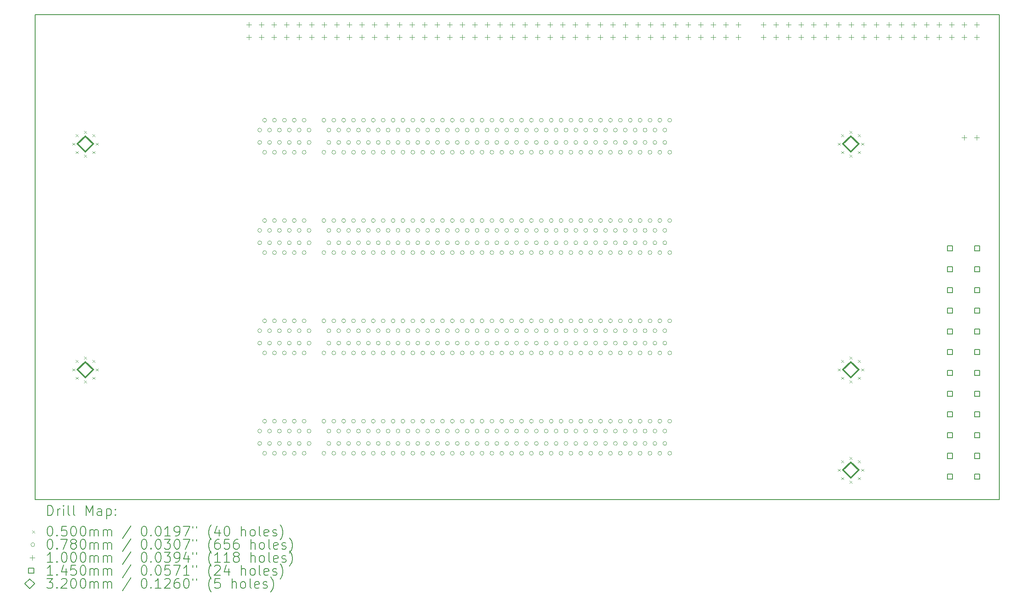
<source format=gbr>
%TF.GenerationSoftware,KiCad,Pcbnew,7.0.10+dfsg-1*%
%TF.CreationDate,2024-02-25T05:42:05-05:00*%
%TF.ProjectId,BB816-MATX-minimal,42423831-362d-44d4-9154-582d6d696e69,rev?*%
%TF.SameCoordinates,Original*%
%TF.FileFunction,Drillmap*%
%TF.FilePolarity,Positive*%
%FSLAX45Y45*%
G04 Gerber Fmt 4.5, Leading zero omitted, Abs format (unit mm)*
G04 Created by KiCad (PCBNEW 7.0.10+dfsg-1) date 2024-02-25 05:42:05*
%MOMM*%
%LPD*%
G01*
G04 APERTURE LIST*
%ADD10C,0.150000*%
%ADD11C,0.200000*%
%ADD12C,0.100000*%
%ADD13C,0.145000*%
%ADD14C,0.320000*%
G04 APERTURE END LIST*
D10*
X3810000Y-25871000D02*
X3810000Y-16049000D01*
X3810000Y-16049000D02*
X23326000Y-16049000D01*
X23326000Y-25871000D02*
X23326000Y-16049000D01*
X3810000Y-25871000D02*
X23326000Y-25871000D01*
D11*
D12*
X4561000Y-18644000D02*
X4611000Y-18694000D01*
X4611000Y-18644000D02*
X4561000Y-18694000D01*
X4561000Y-23216000D02*
X4611000Y-23266000D01*
X4611000Y-23216000D02*
X4561000Y-23266000D01*
X4631294Y-18474294D02*
X4681294Y-18524294D01*
X4681294Y-18474294D02*
X4631294Y-18524294D01*
X4631294Y-18813706D02*
X4681294Y-18863706D01*
X4681294Y-18813706D02*
X4631294Y-18863706D01*
X4631294Y-23046294D02*
X4681294Y-23096294D01*
X4681294Y-23046294D02*
X4631294Y-23096294D01*
X4631294Y-23385706D02*
X4681294Y-23435706D01*
X4681294Y-23385706D02*
X4631294Y-23435706D01*
X4801000Y-18404000D02*
X4851000Y-18454000D01*
X4851000Y-18404000D02*
X4801000Y-18454000D01*
X4801000Y-18884000D02*
X4851000Y-18934000D01*
X4851000Y-18884000D02*
X4801000Y-18934000D01*
X4801000Y-22976000D02*
X4851000Y-23026000D01*
X4851000Y-22976000D02*
X4801000Y-23026000D01*
X4801000Y-23456000D02*
X4851000Y-23506000D01*
X4851000Y-23456000D02*
X4801000Y-23506000D01*
X4970706Y-18474294D02*
X5020706Y-18524294D01*
X5020706Y-18474294D02*
X4970706Y-18524294D01*
X4970706Y-18813706D02*
X5020706Y-18863706D01*
X5020706Y-18813706D02*
X4970706Y-18863706D01*
X4970706Y-23046294D02*
X5020706Y-23096294D01*
X5020706Y-23046294D02*
X4970706Y-23096294D01*
X4970706Y-23385706D02*
X5020706Y-23435706D01*
X5020706Y-23385706D02*
X4970706Y-23435706D01*
X5041000Y-18644000D02*
X5091000Y-18694000D01*
X5091000Y-18644000D02*
X5041000Y-18694000D01*
X5041000Y-23216000D02*
X5091000Y-23266000D01*
X5091000Y-23216000D02*
X5041000Y-23266000D01*
X20055000Y-18644000D02*
X20105000Y-18694000D01*
X20105000Y-18644000D02*
X20055000Y-18694000D01*
X20055000Y-23216000D02*
X20105000Y-23266000D01*
X20105000Y-23216000D02*
X20055000Y-23266000D01*
X20055000Y-25248000D02*
X20105000Y-25298000D01*
X20105000Y-25248000D02*
X20055000Y-25298000D01*
X20125294Y-18474294D02*
X20175294Y-18524294D01*
X20175294Y-18474294D02*
X20125294Y-18524294D01*
X20125294Y-18813706D02*
X20175294Y-18863706D01*
X20175294Y-18813706D02*
X20125294Y-18863706D01*
X20125294Y-23046294D02*
X20175294Y-23096294D01*
X20175294Y-23046294D02*
X20125294Y-23096294D01*
X20125294Y-23385706D02*
X20175294Y-23435706D01*
X20175294Y-23385706D02*
X20125294Y-23435706D01*
X20125294Y-25078294D02*
X20175294Y-25128294D01*
X20175294Y-25078294D02*
X20125294Y-25128294D01*
X20125294Y-25417706D02*
X20175294Y-25467706D01*
X20175294Y-25417706D02*
X20125294Y-25467706D01*
X20295000Y-18404000D02*
X20345000Y-18454000D01*
X20345000Y-18404000D02*
X20295000Y-18454000D01*
X20295000Y-18884000D02*
X20345000Y-18934000D01*
X20345000Y-18884000D02*
X20295000Y-18934000D01*
X20295000Y-22976000D02*
X20345000Y-23026000D01*
X20345000Y-22976000D02*
X20295000Y-23026000D01*
X20295000Y-23456000D02*
X20345000Y-23506000D01*
X20345000Y-23456000D02*
X20295000Y-23506000D01*
X20295000Y-25008000D02*
X20345000Y-25058000D01*
X20345000Y-25008000D02*
X20295000Y-25058000D01*
X20295000Y-25488000D02*
X20345000Y-25538000D01*
X20345000Y-25488000D02*
X20295000Y-25538000D01*
X20464706Y-18474294D02*
X20514706Y-18524294D01*
X20514706Y-18474294D02*
X20464706Y-18524294D01*
X20464706Y-18813706D02*
X20514706Y-18863706D01*
X20514706Y-18813706D02*
X20464706Y-18863706D01*
X20464706Y-23046294D02*
X20514706Y-23096294D01*
X20514706Y-23046294D02*
X20464706Y-23096294D01*
X20464706Y-23385706D02*
X20514706Y-23435706D01*
X20514706Y-23385706D02*
X20464706Y-23435706D01*
X20464706Y-25078294D02*
X20514706Y-25128294D01*
X20514706Y-25078294D02*
X20464706Y-25128294D01*
X20464706Y-25417706D02*
X20514706Y-25467706D01*
X20514706Y-25417706D02*
X20464706Y-25467706D01*
X20535000Y-18644000D02*
X20585000Y-18694000D01*
X20585000Y-18644000D02*
X20535000Y-18694000D01*
X20535000Y-23216000D02*
X20585000Y-23266000D01*
X20585000Y-23216000D02*
X20535000Y-23266000D01*
X20535000Y-25248000D02*
X20585000Y-25298000D01*
X20585000Y-25248000D02*
X20535000Y-25298000D01*
X8393920Y-18386520D02*
G75*
G03*
X8315920Y-18386520I-39000J0D01*
G01*
X8315920Y-18386520D02*
G75*
G03*
X8393920Y-18386520I39000J0D01*
G01*
X8393920Y-18636520D02*
G75*
G03*
X8315920Y-18636520I-39000J0D01*
G01*
X8315920Y-18636520D02*
G75*
G03*
X8393920Y-18636520I39000J0D01*
G01*
X8393920Y-20418520D02*
G75*
G03*
X8315920Y-20418520I-39000J0D01*
G01*
X8315920Y-20418520D02*
G75*
G03*
X8393920Y-20418520I39000J0D01*
G01*
X8393920Y-20668520D02*
G75*
G03*
X8315920Y-20668520I-39000J0D01*
G01*
X8315920Y-20668520D02*
G75*
G03*
X8393920Y-20668520I39000J0D01*
G01*
X8393920Y-22450520D02*
G75*
G03*
X8315920Y-22450520I-39000J0D01*
G01*
X8315920Y-22450520D02*
G75*
G03*
X8393920Y-22450520I39000J0D01*
G01*
X8393920Y-22700520D02*
G75*
G03*
X8315920Y-22700520I-39000J0D01*
G01*
X8315920Y-22700520D02*
G75*
G03*
X8393920Y-22700520I39000J0D01*
G01*
X8393920Y-24482520D02*
G75*
G03*
X8315920Y-24482520I-39000J0D01*
G01*
X8315920Y-24482520D02*
G75*
G03*
X8393920Y-24482520I39000J0D01*
G01*
X8393920Y-24732520D02*
G75*
G03*
X8315920Y-24732520I-39000J0D01*
G01*
X8315920Y-24732520D02*
G75*
G03*
X8393920Y-24732520I39000J0D01*
G01*
X8493920Y-18186520D02*
G75*
G03*
X8415920Y-18186520I-39000J0D01*
G01*
X8415920Y-18186520D02*
G75*
G03*
X8493920Y-18186520I39000J0D01*
G01*
X8493920Y-18836520D02*
G75*
G03*
X8415920Y-18836520I-39000J0D01*
G01*
X8415920Y-18836520D02*
G75*
G03*
X8493920Y-18836520I39000J0D01*
G01*
X8493920Y-20218520D02*
G75*
G03*
X8415920Y-20218520I-39000J0D01*
G01*
X8415920Y-20218520D02*
G75*
G03*
X8493920Y-20218520I39000J0D01*
G01*
X8493920Y-20868520D02*
G75*
G03*
X8415920Y-20868520I-39000J0D01*
G01*
X8415920Y-20868520D02*
G75*
G03*
X8493920Y-20868520I39000J0D01*
G01*
X8493920Y-22250520D02*
G75*
G03*
X8415920Y-22250520I-39000J0D01*
G01*
X8415920Y-22250520D02*
G75*
G03*
X8493920Y-22250520I39000J0D01*
G01*
X8493920Y-22900520D02*
G75*
G03*
X8415920Y-22900520I-39000J0D01*
G01*
X8415920Y-22900520D02*
G75*
G03*
X8493920Y-22900520I39000J0D01*
G01*
X8493920Y-24282520D02*
G75*
G03*
X8415920Y-24282520I-39000J0D01*
G01*
X8415920Y-24282520D02*
G75*
G03*
X8493920Y-24282520I39000J0D01*
G01*
X8493920Y-24932520D02*
G75*
G03*
X8415920Y-24932520I-39000J0D01*
G01*
X8415920Y-24932520D02*
G75*
G03*
X8493920Y-24932520I39000J0D01*
G01*
X8593920Y-18386520D02*
G75*
G03*
X8515920Y-18386520I-39000J0D01*
G01*
X8515920Y-18386520D02*
G75*
G03*
X8593920Y-18386520I39000J0D01*
G01*
X8593920Y-18636520D02*
G75*
G03*
X8515920Y-18636520I-39000J0D01*
G01*
X8515920Y-18636520D02*
G75*
G03*
X8593920Y-18636520I39000J0D01*
G01*
X8593920Y-20418520D02*
G75*
G03*
X8515920Y-20418520I-39000J0D01*
G01*
X8515920Y-20418520D02*
G75*
G03*
X8593920Y-20418520I39000J0D01*
G01*
X8593920Y-20668520D02*
G75*
G03*
X8515920Y-20668520I-39000J0D01*
G01*
X8515920Y-20668520D02*
G75*
G03*
X8593920Y-20668520I39000J0D01*
G01*
X8593920Y-22450520D02*
G75*
G03*
X8515920Y-22450520I-39000J0D01*
G01*
X8515920Y-22450520D02*
G75*
G03*
X8593920Y-22450520I39000J0D01*
G01*
X8593920Y-22700520D02*
G75*
G03*
X8515920Y-22700520I-39000J0D01*
G01*
X8515920Y-22700520D02*
G75*
G03*
X8593920Y-22700520I39000J0D01*
G01*
X8593920Y-24482520D02*
G75*
G03*
X8515920Y-24482520I-39000J0D01*
G01*
X8515920Y-24482520D02*
G75*
G03*
X8593920Y-24482520I39000J0D01*
G01*
X8593920Y-24732520D02*
G75*
G03*
X8515920Y-24732520I-39000J0D01*
G01*
X8515920Y-24732520D02*
G75*
G03*
X8593920Y-24732520I39000J0D01*
G01*
X8693920Y-18186520D02*
G75*
G03*
X8615920Y-18186520I-39000J0D01*
G01*
X8615920Y-18186520D02*
G75*
G03*
X8693920Y-18186520I39000J0D01*
G01*
X8693920Y-18836520D02*
G75*
G03*
X8615920Y-18836520I-39000J0D01*
G01*
X8615920Y-18836520D02*
G75*
G03*
X8693920Y-18836520I39000J0D01*
G01*
X8693920Y-20218520D02*
G75*
G03*
X8615920Y-20218520I-39000J0D01*
G01*
X8615920Y-20218520D02*
G75*
G03*
X8693920Y-20218520I39000J0D01*
G01*
X8693920Y-20868520D02*
G75*
G03*
X8615920Y-20868520I-39000J0D01*
G01*
X8615920Y-20868520D02*
G75*
G03*
X8693920Y-20868520I39000J0D01*
G01*
X8693920Y-22250520D02*
G75*
G03*
X8615920Y-22250520I-39000J0D01*
G01*
X8615920Y-22250520D02*
G75*
G03*
X8693920Y-22250520I39000J0D01*
G01*
X8693920Y-22900520D02*
G75*
G03*
X8615920Y-22900520I-39000J0D01*
G01*
X8615920Y-22900520D02*
G75*
G03*
X8693920Y-22900520I39000J0D01*
G01*
X8693920Y-24282520D02*
G75*
G03*
X8615920Y-24282520I-39000J0D01*
G01*
X8615920Y-24282520D02*
G75*
G03*
X8693920Y-24282520I39000J0D01*
G01*
X8693920Y-24932520D02*
G75*
G03*
X8615920Y-24932520I-39000J0D01*
G01*
X8615920Y-24932520D02*
G75*
G03*
X8693920Y-24932520I39000J0D01*
G01*
X8793920Y-18386520D02*
G75*
G03*
X8715920Y-18386520I-39000J0D01*
G01*
X8715920Y-18386520D02*
G75*
G03*
X8793920Y-18386520I39000J0D01*
G01*
X8793920Y-18636520D02*
G75*
G03*
X8715920Y-18636520I-39000J0D01*
G01*
X8715920Y-18636520D02*
G75*
G03*
X8793920Y-18636520I39000J0D01*
G01*
X8793920Y-20418520D02*
G75*
G03*
X8715920Y-20418520I-39000J0D01*
G01*
X8715920Y-20418520D02*
G75*
G03*
X8793920Y-20418520I39000J0D01*
G01*
X8793920Y-20668520D02*
G75*
G03*
X8715920Y-20668520I-39000J0D01*
G01*
X8715920Y-20668520D02*
G75*
G03*
X8793920Y-20668520I39000J0D01*
G01*
X8793920Y-22450520D02*
G75*
G03*
X8715920Y-22450520I-39000J0D01*
G01*
X8715920Y-22450520D02*
G75*
G03*
X8793920Y-22450520I39000J0D01*
G01*
X8793920Y-22700520D02*
G75*
G03*
X8715920Y-22700520I-39000J0D01*
G01*
X8715920Y-22700520D02*
G75*
G03*
X8793920Y-22700520I39000J0D01*
G01*
X8793920Y-24482520D02*
G75*
G03*
X8715920Y-24482520I-39000J0D01*
G01*
X8715920Y-24482520D02*
G75*
G03*
X8793920Y-24482520I39000J0D01*
G01*
X8793920Y-24732520D02*
G75*
G03*
X8715920Y-24732520I-39000J0D01*
G01*
X8715920Y-24732520D02*
G75*
G03*
X8793920Y-24732520I39000J0D01*
G01*
X8893920Y-18186520D02*
G75*
G03*
X8815920Y-18186520I-39000J0D01*
G01*
X8815920Y-18186520D02*
G75*
G03*
X8893920Y-18186520I39000J0D01*
G01*
X8893920Y-18836520D02*
G75*
G03*
X8815920Y-18836520I-39000J0D01*
G01*
X8815920Y-18836520D02*
G75*
G03*
X8893920Y-18836520I39000J0D01*
G01*
X8893920Y-20218520D02*
G75*
G03*
X8815920Y-20218520I-39000J0D01*
G01*
X8815920Y-20218520D02*
G75*
G03*
X8893920Y-20218520I39000J0D01*
G01*
X8893920Y-20868520D02*
G75*
G03*
X8815920Y-20868520I-39000J0D01*
G01*
X8815920Y-20868520D02*
G75*
G03*
X8893920Y-20868520I39000J0D01*
G01*
X8893920Y-22250520D02*
G75*
G03*
X8815920Y-22250520I-39000J0D01*
G01*
X8815920Y-22250520D02*
G75*
G03*
X8893920Y-22250520I39000J0D01*
G01*
X8893920Y-22900520D02*
G75*
G03*
X8815920Y-22900520I-39000J0D01*
G01*
X8815920Y-22900520D02*
G75*
G03*
X8893920Y-22900520I39000J0D01*
G01*
X8893920Y-24282520D02*
G75*
G03*
X8815920Y-24282520I-39000J0D01*
G01*
X8815920Y-24282520D02*
G75*
G03*
X8893920Y-24282520I39000J0D01*
G01*
X8893920Y-24932520D02*
G75*
G03*
X8815920Y-24932520I-39000J0D01*
G01*
X8815920Y-24932520D02*
G75*
G03*
X8893920Y-24932520I39000J0D01*
G01*
X8993920Y-18386520D02*
G75*
G03*
X8915920Y-18386520I-39000J0D01*
G01*
X8915920Y-18386520D02*
G75*
G03*
X8993920Y-18386520I39000J0D01*
G01*
X8993920Y-18636520D02*
G75*
G03*
X8915920Y-18636520I-39000J0D01*
G01*
X8915920Y-18636520D02*
G75*
G03*
X8993920Y-18636520I39000J0D01*
G01*
X8993920Y-20418520D02*
G75*
G03*
X8915920Y-20418520I-39000J0D01*
G01*
X8915920Y-20418520D02*
G75*
G03*
X8993920Y-20418520I39000J0D01*
G01*
X8993920Y-20668520D02*
G75*
G03*
X8915920Y-20668520I-39000J0D01*
G01*
X8915920Y-20668520D02*
G75*
G03*
X8993920Y-20668520I39000J0D01*
G01*
X8993920Y-22450520D02*
G75*
G03*
X8915920Y-22450520I-39000J0D01*
G01*
X8915920Y-22450520D02*
G75*
G03*
X8993920Y-22450520I39000J0D01*
G01*
X8993920Y-22700520D02*
G75*
G03*
X8915920Y-22700520I-39000J0D01*
G01*
X8915920Y-22700520D02*
G75*
G03*
X8993920Y-22700520I39000J0D01*
G01*
X8993920Y-24482520D02*
G75*
G03*
X8915920Y-24482520I-39000J0D01*
G01*
X8915920Y-24482520D02*
G75*
G03*
X8993920Y-24482520I39000J0D01*
G01*
X8993920Y-24732520D02*
G75*
G03*
X8915920Y-24732520I-39000J0D01*
G01*
X8915920Y-24732520D02*
G75*
G03*
X8993920Y-24732520I39000J0D01*
G01*
X9093920Y-18186520D02*
G75*
G03*
X9015920Y-18186520I-39000J0D01*
G01*
X9015920Y-18186520D02*
G75*
G03*
X9093920Y-18186520I39000J0D01*
G01*
X9093920Y-18836520D02*
G75*
G03*
X9015920Y-18836520I-39000J0D01*
G01*
X9015920Y-18836520D02*
G75*
G03*
X9093920Y-18836520I39000J0D01*
G01*
X9093920Y-20218520D02*
G75*
G03*
X9015920Y-20218520I-39000J0D01*
G01*
X9015920Y-20218520D02*
G75*
G03*
X9093920Y-20218520I39000J0D01*
G01*
X9093920Y-20868520D02*
G75*
G03*
X9015920Y-20868520I-39000J0D01*
G01*
X9015920Y-20868520D02*
G75*
G03*
X9093920Y-20868520I39000J0D01*
G01*
X9093920Y-22250520D02*
G75*
G03*
X9015920Y-22250520I-39000J0D01*
G01*
X9015920Y-22250520D02*
G75*
G03*
X9093920Y-22250520I39000J0D01*
G01*
X9093920Y-22900520D02*
G75*
G03*
X9015920Y-22900520I-39000J0D01*
G01*
X9015920Y-22900520D02*
G75*
G03*
X9093920Y-22900520I39000J0D01*
G01*
X9093920Y-24282520D02*
G75*
G03*
X9015920Y-24282520I-39000J0D01*
G01*
X9015920Y-24282520D02*
G75*
G03*
X9093920Y-24282520I39000J0D01*
G01*
X9093920Y-24932520D02*
G75*
G03*
X9015920Y-24932520I-39000J0D01*
G01*
X9015920Y-24932520D02*
G75*
G03*
X9093920Y-24932520I39000J0D01*
G01*
X9193920Y-18386520D02*
G75*
G03*
X9115920Y-18386520I-39000J0D01*
G01*
X9115920Y-18386520D02*
G75*
G03*
X9193920Y-18386520I39000J0D01*
G01*
X9193920Y-18636520D02*
G75*
G03*
X9115920Y-18636520I-39000J0D01*
G01*
X9115920Y-18636520D02*
G75*
G03*
X9193920Y-18636520I39000J0D01*
G01*
X9193920Y-20418520D02*
G75*
G03*
X9115920Y-20418520I-39000J0D01*
G01*
X9115920Y-20418520D02*
G75*
G03*
X9193920Y-20418520I39000J0D01*
G01*
X9193920Y-20668520D02*
G75*
G03*
X9115920Y-20668520I-39000J0D01*
G01*
X9115920Y-20668520D02*
G75*
G03*
X9193920Y-20668520I39000J0D01*
G01*
X9193920Y-22450520D02*
G75*
G03*
X9115920Y-22450520I-39000J0D01*
G01*
X9115920Y-22450520D02*
G75*
G03*
X9193920Y-22450520I39000J0D01*
G01*
X9193920Y-22700520D02*
G75*
G03*
X9115920Y-22700520I-39000J0D01*
G01*
X9115920Y-22700520D02*
G75*
G03*
X9193920Y-22700520I39000J0D01*
G01*
X9193920Y-24482520D02*
G75*
G03*
X9115920Y-24482520I-39000J0D01*
G01*
X9115920Y-24482520D02*
G75*
G03*
X9193920Y-24482520I39000J0D01*
G01*
X9193920Y-24732520D02*
G75*
G03*
X9115920Y-24732520I-39000J0D01*
G01*
X9115920Y-24732520D02*
G75*
G03*
X9193920Y-24732520I39000J0D01*
G01*
X9293920Y-18186520D02*
G75*
G03*
X9215920Y-18186520I-39000J0D01*
G01*
X9215920Y-18186520D02*
G75*
G03*
X9293920Y-18186520I39000J0D01*
G01*
X9293920Y-18836520D02*
G75*
G03*
X9215920Y-18836520I-39000J0D01*
G01*
X9215920Y-18836520D02*
G75*
G03*
X9293920Y-18836520I39000J0D01*
G01*
X9293920Y-20218520D02*
G75*
G03*
X9215920Y-20218520I-39000J0D01*
G01*
X9215920Y-20218520D02*
G75*
G03*
X9293920Y-20218520I39000J0D01*
G01*
X9293920Y-20868520D02*
G75*
G03*
X9215920Y-20868520I-39000J0D01*
G01*
X9215920Y-20868520D02*
G75*
G03*
X9293920Y-20868520I39000J0D01*
G01*
X9293920Y-22250520D02*
G75*
G03*
X9215920Y-22250520I-39000J0D01*
G01*
X9215920Y-22250520D02*
G75*
G03*
X9293920Y-22250520I39000J0D01*
G01*
X9293920Y-22900520D02*
G75*
G03*
X9215920Y-22900520I-39000J0D01*
G01*
X9215920Y-22900520D02*
G75*
G03*
X9293920Y-22900520I39000J0D01*
G01*
X9293920Y-24282520D02*
G75*
G03*
X9215920Y-24282520I-39000J0D01*
G01*
X9215920Y-24282520D02*
G75*
G03*
X9293920Y-24282520I39000J0D01*
G01*
X9293920Y-24932520D02*
G75*
G03*
X9215920Y-24932520I-39000J0D01*
G01*
X9215920Y-24932520D02*
G75*
G03*
X9293920Y-24932520I39000J0D01*
G01*
X9393920Y-18386520D02*
G75*
G03*
X9315920Y-18386520I-39000J0D01*
G01*
X9315920Y-18386520D02*
G75*
G03*
X9393920Y-18386520I39000J0D01*
G01*
X9393920Y-18636520D02*
G75*
G03*
X9315920Y-18636520I-39000J0D01*
G01*
X9315920Y-18636520D02*
G75*
G03*
X9393920Y-18636520I39000J0D01*
G01*
X9393920Y-20418520D02*
G75*
G03*
X9315920Y-20418520I-39000J0D01*
G01*
X9315920Y-20418520D02*
G75*
G03*
X9393920Y-20418520I39000J0D01*
G01*
X9393920Y-20668520D02*
G75*
G03*
X9315920Y-20668520I-39000J0D01*
G01*
X9315920Y-20668520D02*
G75*
G03*
X9393920Y-20668520I39000J0D01*
G01*
X9393920Y-22450520D02*
G75*
G03*
X9315920Y-22450520I-39000J0D01*
G01*
X9315920Y-22450520D02*
G75*
G03*
X9393920Y-22450520I39000J0D01*
G01*
X9393920Y-22700520D02*
G75*
G03*
X9315920Y-22700520I-39000J0D01*
G01*
X9315920Y-22700520D02*
G75*
G03*
X9393920Y-22700520I39000J0D01*
G01*
X9393920Y-24482520D02*
G75*
G03*
X9315920Y-24482520I-39000J0D01*
G01*
X9315920Y-24482520D02*
G75*
G03*
X9393920Y-24482520I39000J0D01*
G01*
X9393920Y-24732520D02*
G75*
G03*
X9315920Y-24732520I-39000J0D01*
G01*
X9315920Y-24732520D02*
G75*
G03*
X9393920Y-24732520I39000J0D01*
G01*
X9693920Y-18186520D02*
G75*
G03*
X9615920Y-18186520I-39000J0D01*
G01*
X9615920Y-18186520D02*
G75*
G03*
X9693920Y-18186520I39000J0D01*
G01*
X9693920Y-18836520D02*
G75*
G03*
X9615920Y-18836520I-39000J0D01*
G01*
X9615920Y-18836520D02*
G75*
G03*
X9693920Y-18836520I39000J0D01*
G01*
X9693920Y-20218520D02*
G75*
G03*
X9615920Y-20218520I-39000J0D01*
G01*
X9615920Y-20218520D02*
G75*
G03*
X9693920Y-20218520I39000J0D01*
G01*
X9693920Y-20868520D02*
G75*
G03*
X9615920Y-20868520I-39000J0D01*
G01*
X9615920Y-20868520D02*
G75*
G03*
X9693920Y-20868520I39000J0D01*
G01*
X9693920Y-22250520D02*
G75*
G03*
X9615920Y-22250520I-39000J0D01*
G01*
X9615920Y-22250520D02*
G75*
G03*
X9693920Y-22250520I39000J0D01*
G01*
X9693920Y-22900520D02*
G75*
G03*
X9615920Y-22900520I-39000J0D01*
G01*
X9615920Y-22900520D02*
G75*
G03*
X9693920Y-22900520I39000J0D01*
G01*
X9693920Y-24282520D02*
G75*
G03*
X9615920Y-24282520I-39000J0D01*
G01*
X9615920Y-24282520D02*
G75*
G03*
X9693920Y-24282520I39000J0D01*
G01*
X9693920Y-24932520D02*
G75*
G03*
X9615920Y-24932520I-39000J0D01*
G01*
X9615920Y-24932520D02*
G75*
G03*
X9693920Y-24932520I39000J0D01*
G01*
X9793920Y-18386520D02*
G75*
G03*
X9715920Y-18386520I-39000J0D01*
G01*
X9715920Y-18386520D02*
G75*
G03*
X9793920Y-18386520I39000J0D01*
G01*
X9793920Y-18636520D02*
G75*
G03*
X9715920Y-18636520I-39000J0D01*
G01*
X9715920Y-18636520D02*
G75*
G03*
X9793920Y-18636520I39000J0D01*
G01*
X9793920Y-20418520D02*
G75*
G03*
X9715920Y-20418520I-39000J0D01*
G01*
X9715920Y-20418520D02*
G75*
G03*
X9793920Y-20418520I39000J0D01*
G01*
X9793920Y-20668520D02*
G75*
G03*
X9715920Y-20668520I-39000J0D01*
G01*
X9715920Y-20668520D02*
G75*
G03*
X9793920Y-20668520I39000J0D01*
G01*
X9793920Y-22450520D02*
G75*
G03*
X9715920Y-22450520I-39000J0D01*
G01*
X9715920Y-22450520D02*
G75*
G03*
X9793920Y-22450520I39000J0D01*
G01*
X9793920Y-22700520D02*
G75*
G03*
X9715920Y-22700520I-39000J0D01*
G01*
X9715920Y-22700520D02*
G75*
G03*
X9793920Y-22700520I39000J0D01*
G01*
X9793920Y-24482520D02*
G75*
G03*
X9715920Y-24482520I-39000J0D01*
G01*
X9715920Y-24482520D02*
G75*
G03*
X9793920Y-24482520I39000J0D01*
G01*
X9793920Y-24732520D02*
G75*
G03*
X9715920Y-24732520I-39000J0D01*
G01*
X9715920Y-24732520D02*
G75*
G03*
X9793920Y-24732520I39000J0D01*
G01*
X9893920Y-18186520D02*
G75*
G03*
X9815920Y-18186520I-39000J0D01*
G01*
X9815920Y-18186520D02*
G75*
G03*
X9893920Y-18186520I39000J0D01*
G01*
X9893920Y-18836520D02*
G75*
G03*
X9815920Y-18836520I-39000J0D01*
G01*
X9815920Y-18836520D02*
G75*
G03*
X9893920Y-18836520I39000J0D01*
G01*
X9893920Y-20218520D02*
G75*
G03*
X9815920Y-20218520I-39000J0D01*
G01*
X9815920Y-20218520D02*
G75*
G03*
X9893920Y-20218520I39000J0D01*
G01*
X9893920Y-20868520D02*
G75*
G03*
X9815920Y-20868520I-39000J0D01*
G01*
X9815920Y-20868520D02*
G75*
G03*
X9893920Y-20868520I39000J0D01*
G01*
X9893920Y-22250520D02*
G75*
G03*
X9815920Y-22250520I-39000J0D01*
G01*
X9815920Y-22250520D02*
G75*
G03*
X9893920Y-22250520I39000J0D01*
G01*
X9893920Y-22900520D02*
G75*
G03*
X9815920Y-22900520I-39000J0D01*
G01*
X9815920Y-22900520D02*
G75*
G03*
X9893920Y-22900520I39000J0D01*
G01*
X9893920Y-24282520D02*
G75*
G03*
X9815920Y-24282520I-39000J0D01*
G01*
X9815920Y-24282520D02*
G75*
G03*
X9893920Y-24282520I39000J0D01*
G01*
X9893920Y-24932520D02*
G75*
G03*
X9815920Y-24932520I-39000J0D01*
G01*
X9815920Y-24932520D02*
G75*
G03*
X9893920Y-24932520I39000J0D01*
G01*
X9993920Y-18386520D02*
G75*
G03*
X9915920Y-18386520I-39000J0D01*
G01*
X9915920Y-18386520D02*
G75*
G03*
X9993920Y-18386520I39000J0D01*
G01*
X9993920Y-18636520D02*
G75*
G03*
X9915920Y-18636520I-39000J0D01*
G01*
X9915920Y-18636520D02*
G75*
G03*
X9993920Y-18636520I39000J0D01*
G01*
X9993920Y-20418520D02*
G75*
G03*
X9915920Y-20418520I-39000J0D01*
G01*
X9915920Y-20418520D02*
G75*
G03*
X9993920Y-20418520I39000J0D01*
G01*
X9993920Y-20668520D02*
G75*
G03*
X9915920Y-20668520I-39000J0D01*
G01*
X9915920Y-20668520D02*
G75*
G03*
X9993920Y-20668520I39000J0D01*
G01*
X9993920Y-22450520D02*
G75*
G03*
X9915920Y-22450520I-39000J0D01*
G01*
X9915920Y-22450520D02*
G75*
G03*
X9993920Y-22450520I39000J0D01*
G01*
X9993920Y-22700520D02*
G75*
G03*
X9915920Y-22700520I-39000J0D01*
G01*
X9915920Y-22700520D02*
G75*
G03*
X9993920Y-22700520I39000J0D01*
G01*
X9993920Y-24482520D02*
G75*
G03*
X9915920Y-24482520I-39000J0D01*
G01*
X9915920Y-24482520D02*
G75*
G03*
X9993920Y-24482520I39000J0D01*
G01*
X9993920Y-24732520D02*
G75*
G03*
X9915920Y-24732520I-39000J0D01*
G01*
X9915920Y-24732520D02*
G75*
G03*
X9993920Y-24732520I39000J0D01*
G01*
X10093920Y-18186520D02*
G75*
G03*
X10015920Y-18186520I-39000J0D01*
G01*
X10015920Y-18186520D02*
G75*
G03*
X10093920Y-18186520I39000J0D01*
G01*
X10093920Y-18836520D02*
G75*
G03*
X10015920Y-18836520I-39000J0D01*
G01*
X10015920Y-18836520D02*
G75*
G03*
X10093920Y-18836520I39000J0D01*
G01*
X10093920Y-20218520D02*
G75*
G03*
X10015920Y-20218520I-39000J0D01*
G01*
X10015920Y-20218520D02*
G75*
G03*
X10093920Y-20218520I39000J0D01*
G01*
X10093920Y-20868520D02*
G75*
G03*
X10015920Y-20868520I-39000J0D01*
G01*
X10015920Y-20868520D02*
G75*
G03*
X10093920Y-20868520I39000J0D01*
G01*
X10093920Y-22250520D02*
G75*
G03*
X10015920Y-22250520I-39000J0D01*
G01*
X10015920Y-22250520D02*
G75*
G03*
X10093920Y-22250520I39000J0D01*
G01*
X10093920Y-22900520D02*
G75*
G03*
X10015920Y-22900520I-39000J0D01*
G01*
X10015920Y-22900520D02*
G75*
G03*
X10093920Y-22900520I39000J0D01*
G01*
X10093920Y-24282520D02*
G75*
G03*
X10015920Y-24282520I-39000J0D01*
G01*
X10015920Y-24282520D02*
G75*
G03*
X10093920Y-24282520I39000J0D01*
G01*
X10093920Y-24932520D02*
G75*
G03*
X10015920Y-24932520I-39000J0D01*
G01*
X10015920Y-24932520D02*
G75*
G03*
X10093920Y-24932520I39000J0D01*
G01*
X10193920Y-18386520D02*
G75*
G03*
X10115920Y-18386520I-39000J0D01*
G01*
X10115920Y-18386520D02*
G75*
G03*
X10193920Y-18386520I39000J0D01*
G01*
X10193920Y-18636520D02*
G75*
G03*
X10115920Y-18636520I-39000J0D01*
G01*
X10115920Y-18636520D02*
G75*
G03*
X10193920Y-18636520I39000J0D01*
G01*
X10193920Y-20418520D02*
G75*
G03*
X10115920Y-20418520I-39000J0D01*
G01*
X10115920Y-20418520D02*
G75*
G03*
X10193920Y-20418520I39000J0D01*
G01*
X10193920Y-20668520D02*
G75*
G03*
X10115920Y-20668520I-39000J0D01*
G01*
X10115920Y-20668520D02*
G75*
G03*
X10193920Y-20668520I39000J0D01*
G01*
X10193920Y-22450520D02*
G75*
G03*
X10115920Y-22450520I-39000J0D01*
G01*
X10115920Y-22450520D02*
G75*
G03*
X10193920Y-22450520I39000J0D01*
G01*
X10193920Y-22700520D02*
G75*
G03*
X10115920Y-22700520I-39000J0D01*
G01*
X10115920Y-22700520D02*
G75*
G03*
X10193920Y-22700520I39000J0D01*
G01*
X10193920Y-24482520D02*
G75*
G03*
X10115920Y-24482520I-39000J0D01*
G01*
X10115920Y-24482520D02*
G75*
G03*
X10193920Y-24482520I39000J0D01*
G01*
X10193920Y-24732520D02*
G75*
G03*
X10115920Y-24732520I-39000J0D01*
G01*
X10115920Y-24732520D02*
G75*
G03*
X10193920Y-24732520I39000J0D01*
G01*
X10293920Y-18186520D02*
G75*
G03*
X10215920Y-18186520I-39000J0D01*
G01*
X10215920Y-18186520D02*
G75*
G03*
X10293920Y-18186520I39000J0D01*
G01*
X10293920Y-18836520D02*
G75*
G03*
X10215920Y-18836520I-39000J0D01*
G01*
X10215920Y-18836520D02*
G75*
G03*
X10293920Y-18836520I39000J0D01*
G01*
X10293920Y-20218520D02*
G75*
G03*
X10215920Y-20218520I-39000J0D01*
G01*
X10215920Y-20218520D02*
G75*
G03*
X10293920Y-20218520I39000J0D01*
G01*
X10293920Y-20868520D02*
G75*
G03*
X10215920Y-20868520I-39000J0D01*
G01*
X10215920Y-20868520D02*
G75*
G03*
X10293920Y-20868520I39000J0D01*
G01*
X10293920Y-22250520D02*
G75*
G03*
X10215920Y-22250520I-39000J0D01*
G01*
X10215920Y-22250520D02*
G75*
G03*
X10293920Y-22250520I39000J0D01*
G01*
X10293920Y-22900520D02*
G75*
G03*
X10215920Y-22900520I-39000J0D01*
G01*
X10215920Y-22900520D02*
G75*
G03*
X10293920Y-22900520I39000J0D01*
G01*
X10293920Y-24282520D02*
G75*
G03*
X10215920Y-24282520I-39000J0D01*
G01*
X10215920Y-24282520D02*
G75*
G03*
X10293920Y-24282520I39000J0D01*
G01*
X10293920Y-24932520D02*
G75*
G03*
X10215920Y-24932520I-39000J0D01*
G01*
X10215920Y-24932520D02*
G75*
G03*
X10293920Y-24932520I39000J0D01*
G01*
X10393920Y-18386520D02*
G75*
G03*
X10315920Y-18386520I-39000J0D01*
G01*
X10315920Y-18386520D02*
G75*
G03*
X10393920Y-18386520I39000J0D01*
G01*
X10393920Y-18636520D02*
G75*
G03*
X10315920Y-18636520I-39000J0D01*
G01*
X10315920Y-18636520D02*
G75*
G03*
X10393920Y-18636520I39000J0D01*
G01*
X10393920Y-20418520D02*
G75*
G03*
X10315920Y-20418520I-39000J0D01*
G01*
X10315920Y-20418520D02*
G75*
G03*
X10393920Y-20418520I39000J0D01*
G01*
X10393920Y-20668520D02*
G75*
G03*
X10315920Y-20668520I-39000J0D01*
G01*
X10315920Y-20668520D02*
G75*
G03*
X10393920Y-20668520I39000J0D01*
G01*
X10393920Y-22450520D02*
G75*
G03*
X10315920Y-22450520I-39000J0D01*
G01*
X10315920Y-22450520D02*
G75*
G03*
X10393920Y-22450520I39000J0D01*
G01*
X10393920Y-22700520D02*
G75*
G03*
X10315920Y-22700520I-39000J0D01*
G01*
X10315920Y-22700520D02*
G75*
G03*
X10393920Y-22700520I39000J0D01*
G01*
X10393920Y-24482520D02*
G75*
G03*
X10315920Y-24482520I-39000J0D01*
G01*
X10315920Y-24482520D02*
G75*
G03*
X10393920Y-24482520I39000J0D01*
G01*
X10393920Y-24732520D02*
G75*
G03*
X10315920Y-24732520I-39000J0D01*
G01*
X10315920Y-24732520D02*
G75*
G03*
X10393920Y-24732520I39000J0D01*
G01*
X10493920Y-18186520D02*
G75*
G03*
X10415920Y-18186520I-39000J0D01*
G01*
X10415920Y-18186520D02*
G75*
G03*
X10493920Y-18186520I39000J0D01*
G01*
X10493920Y-18836520D02*
G75*
G03*
X10415920Y-18836520I-39000J0D01*
G01*
X10415920Y-18836520D02*
G75*
G03*
X10493920Y-18836520I39000J0D01*
G01*
X10493920Y-20218520D02*
G75*
G03*
X10415920Y-20218520I-39000J0D01*
G01*
X10415920Y-20218520D02*
G75*
G03*
X10493920Y-20218520I39000J0D01*
G01*
X10493920Y-20868520D02*
G75*
G03*
X10415920Y-20868520I-39000J0D01*
G01*
X10415920Y-20868520D02*
G75*
G03*
X10493920Y-20868520I39000J0D01*
G01*
X10493920Y-22250520D02*
G75*
G03*
X10415920Y-22250520I-39000J0D01*
G01*
X10415920Y-22250520D02*
G75*
G03*
X10493920Y-22250520I39000J0D01*
G01*
X10493920Y-22900520D02*
G75*
G03*
X10415920Y-22900520I-39000J0D01*
G01*
X10415920Y-22900520D02*
G75*
G03*
X10493920Y-22900520I39000J0D01*
G01*
X10493920Y-24282520D02*
G75*
G03*
X10415920Y-24282520I-39000J0D01*
G01*
X10415920Y-24282520D02*
G75*
G03*
X10493920Y-24282520I39000J0D01*
G01*
X10493920Y-24932520D02*
G75*
G03*
X10415920Y-24932520I-39000J0D01*
G01*
X10415920Y-24932520D02*
G75*
G03*
X10493920Y-24932520I39000J0D01*
G01*
X10593920Y-18386520D02*
G75*
G03*
X10515920Y-18386520I-39000J0D01*
G01*
X10515920Y-18386520D02*
G75*
G03*
X10593920Y-18386520I39000J0D01*
G01*
X10593920Y-18636520D02*
G75*
G03*
X10515920Y-18636520I-39000J0D01*
G01*
X10515920Y-18636520D02*
G75*
G03*
X10593920Y-18636520I39000J0D01*
G01*
X10593920Y-20418520D02*
G75*
G03*
X10515920Y-20418520I-39000J0D01*
G01*
X10515920Y-20418520D02*
G75*
G03*
X10593920Y-20418520I39000J0D01*
G01*
X10593920Y-20668520D02*
G75*
G03*
X10515920Y-20668520I-39000J0D01*
G01*
X10515920Y-20668520D02*
G75*
G03*
X10593920Y-20668520I39000J0D01*
G01*
X10593920Y-22450520D02*
G75*
G03*
X10515920Y-22450520I-39000J0D01*
G01*
X10515920Y-22450520D02*
G75*
G03*
X10593920Y-22450520I39000J0D01*
G01*
X10593920Y-22700520D02*
G75*
G03*
X10515920Y-22700520I-39000J0D01*
G01*
X10515920Y-22700520D02*
G75*
G03*
X10593920Y-22700520I39000J0D01*
G01*
X10593920Y-24482520D02*
G75*
G03*
X10515920Y-24482520I-39000J0D01*
G01*
X10515920Y-24482520D02*
G75*
G03*
X10593920Y-24482520I39000J0D01*
G01*
X10593920Y-24732520D02*
G75*
G03*
X10515920Y-24732520I-39000J0D01*
G01*
X10515920Y-24732520D02*
G75*
G03*
X10593920Y-24732520I39000J0D01*
G01*
X10693920Y-18186520D02*
G75*
G03*
X10615920Y-18186520I-39000J0D01*
G01*
X10615920Y-18186520D02*
G75*
G03*
X10693920Y-18186520I39000J0D01*
G01*
X10693920Y-18836520D02*
G75*
G03*
X10615920Y-18836520I-39000J0D01*
G01*
X10615920Y-18836520D02*
G75*
G03*
X10693920Y-18836520I39000J0D01*
G01*
X10693920Y-20218520D02*
G75*
G03*
X10615920Y-20218520I-39000J0D01*
G01*
X10615920Y-20218520D02*
G75*
G03*
X10693920Y-20218520I39000J0D01*
G01*
X10693920Y-20868520D02*
G75*
G03*
X10615920Y-20868520I-39000J0D01*
G01*
X10615920Y-20868520D02*
G75*
G03*
X10693920Y-20868520I39000J0D01*
G01*
X10693920Y-22250520D02*
G75*
G03*
X10615920Y-22250520I-39000J0D01*
G01*
X10615920Y-22250520D02*
G75*
G03*
X10693920Y-22250520I39000J0D01*
G01*
X10693920Y-22900520D02*
G75*
G03*
X10615920Y-22900520I-39000J0D01*
G01*
X10615920Y-22900520D02*
G75*
G03*
X10693920Y-22900520I39000J0D01*
G01*
X10693920Y-24282520D02*
G75*
G03*
X10615920Y-24282520I-39000J0D01*
G01*
X10615920Y-24282520D02*
G75*
G03*
X10693920Y-24282520I39000J0D01*
G01*
X10693920Y-24932520D02*
G75*
G03*
X10615920Y-24932520I-39000J0D01*
G01*
X10615920Y-24932520D02*
G75*
G03*
X10693920Y-24932520I39000J0D01*
G01*
X10793920Y-18386520D02*
G75*
G03*
X10715920Y-18386520I-39000J0D01*
G01*
X10715920Y-18386520D02*
G75*
G03*
X10793920Y-18386520I39000J0D01*
G01*
X10793920Y-18636520D02*
G75*
G03*
X10715920Y-18636520I-39000J0D01*
G01*
X10715920Y-18636520D02*
G75*
G03*
X10793920Y-18636520I39000J0D01*
G01*
X10793920Y-20418520D02*
G75*
G03*
X10715920Y-20418520I-39000J0D01*
G01*
X10715920Y-20418520D02*
G75*
G03*
X10793920Y-20418520I39000J0D01*
G01*
X10793920Y-20668520D02*
G75*
G03*
X10715920Y-20668520I-39000J0D01*
G01*
X10715920Y-20668520D02*
G75*
G03*
X10793920Y-20668520I39000J0D01*
G01*
X10793920Y-22450520D02*
G75*
G03*
X10715920Y-22450520I-39000J0D01*
G01*
X10715920Y-22450520D02*
G75*
G03*
X10793920Y-22450520I39000J0D01*
G01*
X10793920Y-22700520D02*
G75*
G03*
X10715920Y-22700520I-39000J0D01*
G01*
X10715920Y-22700520D02*
G75*
G03*
X10793920Y-22700520I39000J0D01*
G01*
X10793920Y-24482520D02*
G75*
G03*
X10715920Y-24482520I-39000J0D01*
G01*
X10715920Y-24482520D02*
G75*
G03*
X10793920Y-24482520I39000J0D01*
G01*
X10793920Y-24732520D02*
G75*
G03*
X10715920Y-24732520I-39000J0D01*
G01*
X10715920Y-24732520D02*
G75*
G03*
X10793920Y-24732520I39000J0D01*
G01*
X10893920Y-18186520D02*
G75*
G03*
X10815920Y-18186520I-39000J0D01*
G01*
X10815920Y-18186520D02*
G75*
G03*
X10893920Y-18186520I39000J0D01*
G01*
X10893920Y-18836520D02*
G75*
G03*
X10815920Y-18836520I-39000J0D01*
G01*
X10815920Y-18836520D02*
G75*
G03*
X10893920Y-18836520I39000J0D01*
G01*
X10893920Y-20218520D02*
G75*
G03*
X10815920Y-20218520I-39000J0D01*
G01*
X10815920Y-20218520D02*
G75*
G03*
X10893920Y-20218520I39000J0D01*
G01*
X10893920Y-20868520D02*
G75*
G03*
X10815920Y-20868520I-39000J0D01*
G01*
X10815920Y-20868520D02*
G75*
G03*
X10893920Y-20868520I39000J0D01*
G01*
X10893920Y-22250520D02*
G75*
G03*
X10815920Y-22250520I-39000J0D01*
G01*
X10815920Y-22250520D02*
G75*
G03*
X10893920Y-22250520I39000J0D01*
G01*
X10893920Y-22900520D02*
G75*
G03*
X10815920Y-22900520I-39000J0D01*
G01*
X10815920Y-22900520D02*
G75*
G03*
X10893920Y-22900520I39000J0D01*
G01*
X10893920Y-24282520D02*
G75*
G03*
X10815920Y-24282520I-39000J0D01*
G01*
X10815920Y-24282520D02*
G75*
G03*
X10893920Y-24282520I39000J0D01*
G01*
X10893920Y-24932520D02*
G75*
G03*
X10815920Y-24932520I-39000J0D01*
G01*
X10815920Y-24932520D02*
G75*
G03*
X10893920Y-24932520I39000J0D01*
G01*
X10993920Y-18386520D02*
G75*
G03*
X10915920Y-18386520I-39000J0D01*
G01*
X10915920Y-18386520D02*
G75*
G03*
X10993920Y-18386520I39000J0D01*
G01*
X10993920Y-18636520D02*
G75*
G03*
X10915920Y-18636520I-39000J0D01*
G01*
X10915920Y-18636520D02*
G75*
G03*
X10993920Y-18636520I39000J0D01*
G01*
X10993920Y-20418520D02*
G75*
G03*
X10915920Y-20418520I-39000J0D01*
G01*
X10915920Y-20418520D02*
G75*
G03*
X10993920Y-20418520I39000J0D01*
G01*
X10993920Y-20668520D02*
G75*
G03*
X10915920Y-20668520I-39000J0D01*
G01*
X10915920Y-20668520D02*
G75*
G03*
X10993920Y-20668520I39000J0D01*
G01*
X10993920Y-22450520D02*
G75*
G03*
X10915920Y-22450520I-39000J0D01*
G01*
X10915920Y-22450520D02*
G75*
G03*
X10993920Y-22450520I39000J0D01*
G01*
X10993920Y-22700520D02*
G75*
G03*
X10915920Y-22700520I-39000J0D01*
G01*
X10915920Y-22700520D02*
G75*
G03*
X10993920Y-22700520I39000J0D01*
G01*
X10993920Y-24482520D02*
G75*
G03*
X10915920Y-24482520I-39000J0D01*
G01*
X10915920Y-24482520D02*
G75*
G03*
X10993920Y-24482520I39000J0D01*
G01*
X10993920Y-24732520D02*
G75*
G03*
X10915920Y-24732520I-39000J0D01*
G01*
X10915920Y-24732520D02*
G75*
G03*
X10993920Y-24732520I39000J0D01*
G01*
X11093920Y-18186520D02*
G75*
G03*
X11015920Y-18186520I-39000J0D01*
G01*
X11015920Y-18186520D02*
G75*
G03*
X11093920Y-18186520I39000J0D01*
G01*
X11093920Y-18836520D02*
G75*
G03*
X11015920Y-18836520I-39000J0D01*
G01*
X11015920Y-18836520D02*
G75*
G03*
X11093920Y-18836520I39000J0D01*
G01*
X11093920Y-20218520D02*
G75*
G03*
X11015920Y-20218520I-39000J0D01*
G01*
X11015920Y-20218520D02*
G75*
G03*
X11093920Y-20218520I39000J0D01*
G01*
X11093920Y-20868520D02*
G75*
G03*
X11015920Y-20868520I-39000J0D01*
G01*
X11015920Y-20868520D02*
G75*
G03*
X11093920Y-20868520I39000J0D01*
G01*
X11093920Y-22250520D02*
G75*
G03*
X11015920Y-22250520I-39000J0D01*
G01*
X11015920Y-22250520D02*
G75*
G03*
X11093920Y-22250520I39000J0D01*
G01*
X11093920Y-22900520D02*
G75*
G03*
X11015920Y-22900520I-39000J0D01*
G01*
X11015920Y-22900520D02*
G75*
G03*
X11093920Y-22900520I39000J0D01*
G01*
X11093920Y-24282520D02*
G75*
G03*
X11015920Y-24282520I-39000J0D01*
G01*
X11015920Y-24282520D02*
G75*
G03*
X11093920Y-24282520I39000J0D01*
G01*
X11093920Y-24932520D02*
G75*
G03*
X11015920Y-24932520I-39000J0D01*
G01*
X11015920Y-24932520D02*
G75*
G03*
X11093920Y-24932520I39000J0D01*
G01*
X11193920Y-18386520D02*
G75*
G03*
X11115920Y-18386520I-39000J0D01*
G01*
X11115920Y-18386520D02*
G75*
G03*
X11193920Y-18386520I39000J0D01*
G01*
X11193920Y-18636520D02*
G75*
G03*
X11115920Y-18636520I-39000J0D01*
G01*
X11115920Y-18636520D02*
G75*
G03*
X11193920Y-18636520I39000J0D01*
G01*
X11193920Y-20418520D02*
G75*
G03*
X11115920Y-20418520I-39000J0D01*
G01*
X11115920Y-20418520D02*
G75*
G03*
X11193920Y-20418520I39000J0D01*
G01*
X11193920Y-20668520D02*
G75*
G03*
X11115920Y-20668520I-39000J0D01*
G01*
X11115920Y-20668520D02*
G75*
G03*
X11193920Y-20668520I39000J0D01*
G01*
X11193920Y-22450520D02*
G75*
G03*
X11115920Y-22450520I-39000J0D01*
G01*
X11115920Y-22450520D02*
G75*
G03*
X11193920Y-22450520I39000J0D01*
G01*
X11193920Y-22700520D02*
G75*
G03*
X11115920Y-22700520I-39000J0D01*
G01*
X11115920Y-22700520D02*
G75*
G03*
X11193920Y-22700520I39000J0D01*
G01*
X11193920Y-24482520D02*
G75*
G03*
X11115920Y-24482520I-39000J0D01*
G01*
X11115920Y-24482520D02*
G75*
G03*
X11193920Y-24482520I39000J0D01*
G01*
X11193920Y-24732520D02*
G75*
G03*
X11115920Y-24732520I-39000J0D01*
G01*
X11115920Y-24732520D02*
G75*
G03*
X11193920Y-24732520I39000J0D01*
G01*
X11293920Y-18186520D02*
G75*
G03*
X11215920Y-18186520I-39000J0D01*
G01*
X11215920Y-18186520D02*
G75*
G03*
X11293920Y-18186520I39000J0D01*
G01*
X11293920Y-18836520D02*
G75*
G03*
X11215920Y-18836520I-39000J0D01*
G01*
X11215920Y-18836520D02*
G75*
G03*
X11293920Y-18836520I39000J0D01*
G01*
X11293920Y-20218520D02*
G75*
G03*
X11215920Y-20218520I-39000J0D01*
G01*
X11215920Y-20218520D02*
G75*
G03*
X11293920Y-20218520I39000J0D01*
G01*
X11293920Y-20868520D02*
G75*
G03*
X11215920Y-20868520I-39000J0D01*
G01*
X11215920Y-20868520D02*
G75*
G03*
X11293920Y-20868520I39000J0D01*
G01*
X11293920Y-22250520D02*
G75*
G03*
X11215920Y-22250520I-39000J0D01*
G01*
X11215920Y-22250520D02*
G75*
G03*
X11293920Y-22250520I39000J0D01*
G01*
X11293920Y-22900520D02*
G75*
G03*
X11215920Y-22900520I-39000J0D01*
G01*
X11215920Y-22900520D02*
G75*
G03*
X11293920Y-22900520I39000J0D01*
G01*
X11293920Y-24282520D02*
G75*
G03*
X11215920Y-24282520I-39000J0D01*
G01*
X11215920Y-24282520D02*
G75*
G03*
X11293920Y-24282520I39000J0D01*
G01*
X11293920Y-24932520D02*
G75*
G03*
X11215920Y-24932520I-39000J0D01*
G01*
X11215920Y-24932520D02*
G75*
G03*
X11293920Y-24932520I39000J0D01*
G01*
X11393920Y-18386520D02*
G75*
G03*
X11315920Y-18386520I-39000J0D01*
G01*
X11315920Y-18386520D02*
G75*
G03*
X11393920Y-18386520I39000J0D01*
G01*
X11393920Y-18636520D02*
G75*
G03*
X11315920Y-18636520I-39000J0D01*
G01*
X11315920Y-18636520D02*
G75*
G03*
X11393920Y-18636520I39000J0D01*
G01*
X11393920Y-20418520D02*
G75*
G03*
X11315920Y-20418520I-39000J0D01*
G01*
X11315920Y-20418520D02*
G75*
G03*
X11393920Y-20418520I39000J0D01*
G01*
X11393920Y-20668520D02*
G75*
G03*
X11315920Y-20668520I-39000J0D01*
G01*
X11315920Y-20668520D02*
G75*
G03*
X11393920Y-20668520I39000J0D01*
G01*
X11393920Y-22450520D02*
G75*
G03*
X11315920Y-22450520I-39000J0D01*
G01*
X11315920Y-22450520D02*
G75*
G03*
X11393920Y-22450520I39000J0D01*
G01*
X11393920Y-22700520D02*
G75*
G03*
X11315920Y-22700520I-39000J0D01*
G01*
X11315920Y-22700520D02*
G75*
G03*
X11393920Y-22700520I39000J0D01*
G01*
X11393920Y-24482520D02*
G75*
G03*
X11315920Y-24482520I-39000J0D01*
G01*
X11315920Y-24482520D02*
G75*
G03*
X11393920Y-24482520I39000J0D01*
G01*
X11393920Y-24732520D02*
G75*
G03*
X11315920Y-24732520I-39000J0D01*
G01*
X11315920Y-24732520D02*
G75*
G03*
X11393920Y-24732520I39000J0D01*
G01*
X11493920Y-18186520D02*
G75*
G03*
X11415920Y-18186520I-39000J0D01*
G01*
X11415920Y-18186520D02*
G75*
G03*
X11493920Y-18186520I39000J0D01*
G01*
X11493920Y-18836520D02*
G75*
G03*
X11415920Y-18836520I-39000J0D01*
G01*
X11415920Y-18836520D02*
G75*
G03*
X11493920Y-18836520I39000J0D01*
G01*
X11493920Y-20218520D02*
G75*
G03*
X11415920Y-20218520I-39000J0D01*
G01*
X11415920Y-20218520D02*
G75*
G03*
X11493920Y-20218520I39000J0D01*
G01*
X11493920Y-20868520D02*
G75*
G03*
X11415920Y-20868520I-39000J0D01*
G01*
X11415920Y-20868520D02*
G75*
G03*
X11493920Y-20868520I39000J0D01*
G01*
X11493920Y-22250520D02*
G75*
G03*
X11415920Y-22250520I-39000J0D01*
G01*
X11415920Y-22250520D02*
G75*
G03*
X11493920Y-22250520I39000J0D01*
G01*
X11493920Y-22900520D02*
G75*
G03*
X11415920Y-22900520I-39000J0D01*
G01*
X11415920Y-22900520D02*
G75*
G03*
X11493920Y-22900520I39000J0D01*
G01*
X11493920Y-24282520D02*
G75*
G03*
X11415920Y-24282520I-39000J0D01*
G01*
X11415920Y-24282520D02*
G75*
G03*
X11493920Y-24282520I39000J0D01*
G01*
X11493920Y-24932520D02*
G75*
G03*
X11415920Y-24932520I-39000J0D01*
G01*
X11415920Y-24932520D02*
G75*
G03*
X11493920Y-24932520I39000J0D01*
G01*
X11593920Y-18386520D02*
G75*
G03*
X11515920Y-18386520I-39000J0D01*
G01*
X11515920Y-18386520D02*
G75*
G03*
X11593920Y-18386520I39000J0D01*
G01*
X11593920Y-18636520D02*
G75*
G03*
X11515920Y-18636520I-39000J0D01*
G01*
X11515920Y-18636520D02*
G75*
G03*
X11593920Y-18636520I39000J0D01*
G01*
X11593920Y-20418520D02*
G75*
G03*
X11515920Y-20418520I-39000J0D01*
G01*
X11515920Y-20418520D02*
G75*
G03*
X11593920Y-20418520I39000J0D01*
G01*
X11593920Y-20668520D02*
G75*
G03*
X11515920Y-20668520I-39000J0D01*
G01*
X11515920Y-20668520D02*
G75*
G03*
X11593920Y-20668520I39000J0D01*
G01*
X11593920Y-22450520D02*
G75*
G03*
X11515920Y-22450520I-39000J0D01*
G01*
X11515920Y-22450520D02*
G75*
G03*
X11593920Y-22450520I39000J0D01*
G01*
X11593920Y-22700520D02*
G75*
G03*
X11515920Y-22700520I-39000J0D01*
G01*
X11515920Y-22700520D02*
G75*
G03*
X11593920Y-22700520I39000J0D01*
G01*
X11593920Y-24482520D02*
G75*
G03*
X11515920Y-24482520I-39000J0D01*
G01*
X11515920Y-24482520D02*
G75*
G03*
X11593920Y-24482520I39000J0D01*
G01*
X11593920Y-24732520D02*
G75*
G03*
X11515920Y-24732520I-39000J0D01*
G01*
X11515920Y-24732520D02*
G75*
G03*
X11593920Y-24732520I39000J0D01*
G01*
X11693920Y-18186520D02*
G75*
G03*
X11615920Y-18186520I-39000J0D01*
G01*
X11615920Y-18186520D02*
G75*
G03*
X11693920Y-18186520I39000J0D01*
G01*
X11693920Y-18836520D02*
G75*
G03*
X11615920Y-18836520I-39000J0D01*
G01*
X11615920Y-18836520D02*
G75*
G03*
X11693920Y-18836520I39000J0D01*
G01*
X11693920Y-20218520D02*
G75*
G03*
X11615920Y-20218520I-39000J0D01*
G01*
X11615920Y-20218520D02*
G75*
G03*
X11693920Y-20218520I39000J0D01*
G01*
X11693920Y-20868520D02*
G75*
G03*
X11615920Y-20868520I-39000J0D01*
G01*
X11615920Y-20868520D02*
G75*
G03*
X11693920Y-20868520I39000J0D01*
G01*
X11693920Y-22250520D02*
G75*
G03*
X11615920Y-22250520I-39000J0D01*
G01*
X11615920Y-22250520D02*
G75*
G03*
X11693920Y-22250520I39000J0D01*
G01*
X11693920Y-22900520D02*
G75*
G03*
X11615920Y-22900520I-39000J0D01*
G01*
X11615920Y-22900520D02*
G75*
G03*
X11693920Y-22900520I39000J0D01*
G01*
X11693920Y-24282520D02*
G75*
G03*
X11615920Y-24282520I-39000J0D01*
G01*
X11615920Y-24282520D02*
G75*
G03*
X11693920Y-24282520I39000J0D01*
G01*
X11693920Y-24932520D02*
G75*
G03*
X11615920Y-24932520I-39000J0D01*
G01*
X11615920Y-24932520D02*
G75*
G03*
X11693920Y-24932520I39000J0D01*
G01*
X11793920Y-18386520D02*
G75*
G03*
X11715920Y-18386520I-39000J0D01*
G01*
X11715920Y-18386520D02*
G75*
G03*
X11793920Y-18386520I39000J0D01*
G01*
X11793920Y-18636520D02*
G75*
G03*
X11715920Y-18636520I-39000J0D01*
G01*
X11715920Y-18636520D02*
G75*
G03*
X11793920Y-18636520I39000J0D01*
G01*
X11793920Y-20418520D02*
G75*
G03*
X11715920Y-20418520I-39000J0D01*
G01*
X11715920Y-20418520D02*
G75*
G03*
X11793920Y-20418520I39000J0D01*
G01*
X11793920Y-20668520D02*
G75*
G03*
X11715920Y-20668520I-39000J0D01*
G01*
X11715920Y-20668520D02*
G75*
G03*
X11793920Y-20668520I39000J0D01*
G01*
X11793920Y-22450520D02*
G75*
G03*
X11715920Y-22450520I-39000J0D01*
G01*
X11715920Y-22450520D02*
G75*
G03*
X11793920Y-22450520I39000J0D01*
G01*
X11793920Y-22700520D02*
G75*
G03*
X11715920Y-22700520I-39000J0D01*
G01*
X11715920Y-22700520D02*
G75*
G03*
X11793920Y-22700520I39000J0D01*
G01*
X11793920Y-24482520D02*
G75*
G03*
X11715920Y-24482520I-39000J0D01*
G01*
X11715920Y-24482520D02*
G75*
G03*
X11793920Y-24482520I39000J0D01*
G01*
X11793920Y-24732520D02*
G75*
G03*
X11715920Y-24732520I-39000J0D01*
G01*
X11715920Y-24732520D02*
G75*
G03*
X11793920Y-24732520I39000J0D01*
G01*
X11893920Y-18186520D02*
G75*
G03*
X11815920Y-18186520I-39000J0D01*
G01*
X11815920Y-18186520D02*
G75*
G03*
X11893920Y-18186520I39000J0D01*
G01*
X11893920Y-18836520D02*
G75*
G03*
X11815920Y-18836520I-39000J0D01*
G01*
X11815920Y-18836520D02*
G75*
G03*
X11893920Y-18836520I39000J0D01*
G01*
X11893920Y-20218520D02*
G75*
G03*
X11815920Y-20218520I-39000J0D01*
G01*
X11815920Y-20218520D02*
G75*
G03*
X11893920Y-20218520I39000J0D01*
G01*
X11893920Y-20868520D02*
G75*
G03*
X11815920Y-20868520I-39000J0D01*
G01*
X11815920Y-20868520D02*
G75*
G03*
X11893920Y-20868520I39000J0D01*
G01*
X11893920Y-22250520D02*
G75*
G03*
X11815920Y-22250520I-39000J0D01*
G01*
X11815920Y-22250520D02*
G75*
G03*
X11893920Y-22250520I39000J0D01*
G01*
X11893920Y-22900520D02*
G75*
G03*
X11815920Y-22900520I-39000J0D01*
G01*
X11815920Y-22900520D02*
G75*
G03*
X11893920Y-22900520I39000J0D01*
G01*
X11893920Y-24282520D02*
G75*
G03*
X11815920Y-24282520I-39000J0D01*
G01*
X11815920Y-24282520D02*
G75*
G03*
X11893920Y-24282520I39000J0D01*
G01*
X11893920Y-24932520D02*
G75*
G03*
X11815920Y-24932520I-39000J0D01*
G01*
X11815920Y-24932520D02*
G75*
G03*
X11893920Y-24932520I39000J0D01*
G01*
X11993920Y-18386520D02*
G75*
G03*
X11915920Y-18386520I-39000J0D01*
G01*
X11915920Y-18386520D02*
G75*
G03*
X11993920Y-18386520I39000J0D01*
G01*
X11993920Y-18636520D02*
G75*
G03*
X11915920Y-18636520I-39000J0D01*
G01*
X11915920Y-18636520D02*
G75*
G03*
X11993920Y-18636520I39000J0D01*
G01*
X11993920Y-20418520D02*
G75*
G03*
X11915920Y-20418520I-39000J0D01*
G01*
X11915920Y-20418520D02*
G75*
G03*
X11993920Y-20418520I39000J0D01*
G01*
X11993920Y-20668520D02*
G75*
G03*
X11915920Y-20668520I-39000J0D01*
G01*
X11915920Y-20668520D02*
G75*
G03*
X11993920Y-20668520I39000J0D01*
G01*
X11993920Y-22450520D02*
G75*
G03*
X11915920Y-22450520I-39000J0D01*
G01*
X11915920Y-22450520D02*
G75*
G03*
X11993920Y-22450520I39000J0D01*
G01*
X11993920Y-22700520D02*
G75*
G03*
X11915920Y-22700520I-39000J0D01*
G01*
X11915920Y-22700520D02*
G75*
G03*
X11993920Y-22700520I39000J0D01*
G01*
X11993920Y-24482520D02*
G75*
G03*
X11915920Y-24482520I-39000J0D01*
G01*
X11915920Y-24482520D02*
G75*
G03*
X11993920Y-24482520I39000J0D01*
G01*
X11993920Y-24732520D02*
G75*
G03*
X11915920Y-24732520I-39000J0D01*
G01*
X11915920Y-24732520D02*
G75*
G03*
X11993920Y-24732520I39000J0D01*
G01*
X12093920Y-18186520D02*
G75*
G03*
X12015920Y-18186520I-39000J0D01*
G01*
X12015920Y-18186520D02*
G75*
G03*
X12093920Y-18186520I39000J0D01*
G01*
X12093920Y-18836520D02*
G75*
G03*
X12015920Y-18836520I-39000J0D01*
G01*
X12015920Y-18836520D02*
G75*
G03*
X12093920Y-18836520I39000J0D01*
G01*
X12093920Y-20218520D02*
G75*
G03*
X12015920Y-20218520I-39000J0D01*
G01*
X12015920Y-20218520D02*
G75*
G03*
X12093920Y-20218520I39000J0D01*
G01*
X12093920Y-20868520D02*
G75*
G03*
X12015920Y-20868520I-39000J0D01*
G01*
X12015920Y-20868520D02*
G75*
G03*
X12093920Y-20868520I39000J0D01*
G01*
X12093920Y-22250520D02*
G75*
G03*
X12015920Y-22250520I-39000J0D01*
G01*
X12015920Y-22250520D02*
G75*
G03*
X12093920Y-22250520I39000J0D01*
G01*
X12093920Y-22900520D02*
G75*
G03*
X12015920Y-22900520I-39000J0D01*
G01*
X12015920Y-22900520D02*
G75*
G03*
X12093920Y-22900520I39000J0D01*
G01*
X12093920Y-24282520D02*
G75*
G03*
X12015920Y-24282520I-39000J0D01*
G01*
X12015920Y-24282520D02*
G75*
G03*
X12093920Y-24282520I39000J0D01*
G01*
X12093920Y-24932520D02*
G75*
G03*
X12015920Y-24932520I-39000J0D01*
G01*
X12015920Y-24932520D02*
G75*
G03*
X12093920Y-24932520I39000J0D01*
G01*
X12193920Y-18386520D02*
G75*
G03*
X12115920Y-18386520I-39000J0D01*
G01*
X12115920Y-18386520D02*
G75*
G03*
X12193920Y-18386520I39000J0D01*
G01*
X12193920Y-18636520D02*
G75*
G03*
X12115920Y-18636520I-39000J0D01*
G01*
X12115920Y-18636520D02*
G75*
G03*
X12193920Y-18636520I39000J0D01*
G01*
X12193920Y-20418520D02*
G75*
G03*
X12115920Y-20418520I-39000J0D01*
G01*
X12115920Y-20418520D02*
G75*
G03*
X12193920Y-20418520I39000J0D01*
G01*
X12193920Y-20668520D02*
G75*
G03*
X12115920Y-20668520I-39000J0D01*
G01*
X12115920Y-20668520D02*
G75*
G03*
X12193920Y-20668520I39000J0D01*
G01*
X12193920Y-22450520D02*
G75*
G03*
X12115920Y-22450520I-39000J0D01*
G01*
X12115920Y-22450520D02*
G75*
G03*
X12193920Y-22450520I39000J0D01*
G01*
X12193920Y-22700520D02*
G75*
G03*
X12115920Y-22700520I-39000J0D01*
G01*
X12115920Y-22700520D02*
G75*
G03*
X12193920Y-22700520I39000J0D01*
G01*
X12193920Y-24482520D02*
G75*
G03*
X12115920Y-24482520I-39000J0D01*
G01*
X12115920Y-24482520D02*
G75*
G03*
X12193920Y-24482520I39000J0D01*
G01*
X12193920Y-24732520D02*
G75*
G03*
X12115920Y-24732520I-39000J0D01*
G01*
X12115920Y-24732520D02*
G75*
G03*
X12193920Y-24732520I39000J0D01*
G01*
X12293920Y-18186520D02*
G75*
G03*
X12215920Y-18186520I-39000J0D01*
G01*
X12215920Y-18186520D02*
G75*
G03*
X12293920Y-18186520I39000J0D01*
G01*
X12293920Y-18836520D02*
G75*
G03*
X12215920Y-18836520I-39000J0D01*
G01*
X12215920Y-18836520D02*
G75*
G03*
X12293920Y-18836520I39000J0D01*
G01*
X12293920Y-20218520D02*
G75*
G03*
X12215920Y-20218520I-39000J0D01*
G01*
X12215920Y-20218520D02*
G75*
G03*
X12293920Y-20218520I39000J0D01*
G01*
X12293920Y-20868520D02*
G75*
G03*
X12215920Y-20868520I-39000J0D01*
G01*
X12215920Y-20868520D02*
G75*
G03*
X12293920Y-20868520I39000J0D01*
G01*
X12293920Y-22250520D02*
G75*
G03*
X12215920Y-22250520I-39000J0D01*
G01*
X12215920Y-22250520D02*
G75*
G03*
X12293920Y-22250520I39000J0D01*
G01*
X12293920Y-22900520D02*
G75*
G03*
X12215920Y-22900520I-39000J0D01*
G01*
X12215920Y-22900520D02*
G75*
G03*
X12293920Y-22900520I39000J0D01*
G01*
X12293920Y-24282520D02*
G75*
G03*
X12215920Y-24282520I-39000J0D01*
G01*
X12215920Y-24282520D02*
G75*
G03*
X12293920Y-24282520I39000J0D01*
G01*
X12293920Y-24932520D02*
G75*
G03*
X12215920Y-24932520I-39000J0D01*
G01*
X12215920Y-24932520D02*
G75*
G03*
X12293920Y-24932520I39000J0D01*
G01*
X12393920Y-18386520D02*
G75*
G03*
X12315920Y-18386520I-39000J0D01*
G01*
X12315920Y-18386520D02*
G75*
G03*
X12393920Y-18386520I39000J0D01*
G01*
X12393920Y-18636520D02*
G75*
G03*
X12315920Y-18636520I-39000J0D01*
G01*
X12315920Y-18636520D02*
G75*
G03*
X12393920Y-18636520I39000J0D01*
G01*
X12393920Y-20418520D02*
G75*
G03*
X12315920Y-20418520I-39000J0D01*
G01*
X12315920Y-20418520D02*
G75*
G03*
X12393920Y-20418520I39000J0D01*
G01*
X12393920Y-20668520D02*
G75*
G03*
X12315920Y-20668520I-39000J0D01*
G01*
X12315920Y-20668520D02*
G75*
G03*
X12393920Y-20668520I39000J0D01*
G01*
X12393920Y-22450520D02*
G75*
G03*
X12315920Y-22450520I-39000J0D01*
G01*
X12315920Y-22450520D02*
G75*
G03*
X12393920Y-22450520I39000J0D01*
G01*
X12393920Y-22700520D02*
G75*
G03*
X12315920Y-22700520I-39000J0D01*
G01*
X12315920Y-22700520D02*
G75*
G03*
X12393920Y-22700520I39000J0D01*
G01*
X12393920Y-24482520D02*
G75*
G03*
X12315920Y-24482520I-39000J0D01*
G01*
X12315920Y-24482520D02*
G75*
G03*
X12393920Y-24482520I39000J0D01*
G01*
X12393920Y-24732520D02*
G75*
G03*
X12315920Y-24732520I-39000J0D01*
G01*
X12315920Y-24732520D02*
G75*
G03*
X12393920Y-24732520I39000J0D01*
G01*
X12493920Y-18186520D02*
G75*
G03*
X12415920Y-18186520I-39000J0D01*
G01*
X12415920Y-18186520D02*
G75*
G03*
X12493920Y-18186520I39000J0D01*
G01*
X12493920Y-18836520D02*
G75*
G03*
X12415920Y-18836520I-39000J0D01*
G01*
X12415920Y-18836520D02*
G75*
G03*
X12493920Y-18836520I39000J0D01*
G01*
X12493920Y-20218520D02*
G75*
G03*
X12415920Y-20218520I-39000J0D01*
G01*
X12415920Y-20218520D02*
G75*
G03*
X12493920Y-20218520I39000J0D01*
G01*
X12493920Y-20868520D02*
G75*
G03*
X12415920Y-20868520I-39000J0D01*
G01*
X12415920Y-20868520D02*
G75*
G03*
X12493920Y-20868520I39000J0D01*
G01*
X12493920Y-22250520D02*
G75*
G03*
X12415920Y-22250520I-39000J0D01*
G01*
X12415920Y-22250520D02*
G75*
G03*
X12493920Y-22250520I39000J0D01*
G01*
X12493920Y-22900520D02*
G75*
G03*
X12415920Y-22900520I-39000J0D01*
G01*
X12415920Y-22900520D02*
G75*
G03*
X12493920Y-22900520I39000J0D01*
G01*
X12493920Y-24282520D02*
G75*
G03*
X12415920Y-24282520I-39000J0D01*
G01*
X12415920Y-24282520D02*
G75*
G03*
X12493920Y-24282520I39000J0D01*
G01*
X12493920Y-24932520D02*
G75*
G03*
X12415920Y-24932520I-39000J0D01*
G01*
X12415920Y-24932520D02*
G75*
G03*
X12493920Y-24932520I39000J0D01*
G01*
X12593920Y-18386520D02*
G75*
G03*
X12515920Y-18386520I-39000J0D01*
G01*
X12515920Y-18386520D02*
G75*
G03*
X12593920Y-18386520I39000J0D01*
G01*
X12593920Y-18636520D02*
G75*
G03*
X12515920Y-18636520I-39000J0D01*
G01*
X12515920Y-18636520D02*
G75*
G03*
X12593920Y-18636520I39000J0D01*
G01*
X12593920Y-20418520D02*
G75*
G03*
X12515920Y-20418520I-39000J0D01*
G01*
X12515920Y-20418520D02*
G75*
G03*
X12593920Y-20418520I39000J0D01*
G01*
X12593920Y-20668520D02*
G75*
G03*
X12515920Y-20668520I-39000J0D01*
G01*
X12515920Y-20668520D02*
G75*
G03*
X12593920Y-20668520I39000J0D01*
G01*
X12593920Y-22450520D02*
G75*
G03*
X12515920Y-22450520I-39000J0D01*
G01*
X12515920Y-22450520D02*
G75*
G03*
X12593920Y-22450520I39000J0D01*
G01*
X12593920Y-22700520D02*
G75*
G03*
X12515920Y-22700520I-39000J0D01*
G01*
X12515920Y-22700520D02*
G75*
G03*
X12593920Y-22700520I39000J0D01*
G01*
X12593920Y-24482520D02*
G75*
G03*
X12515920Y-24482520I-39000J0D01*
G01*
X12515920Y-24482520D02*
G75*
G03*
X12593920Y-24482520I39000J0D01*
G01*
X12593920Y-24732520D02*
G75*
G03*
X12515920Y-24732520I-39000J0D01*
G01*
X12515920Y-24732520D02*
G75*
G03*
X12593920Y-24732520I39000J0D01*
G01*
X12693920Y-18186520D02*
G75*
G03*
X12615920Y-18186520I-39000J0D01*
G01*
X12615920Y-18186520D02*
G75*
G03*
X12693920Y-18186520I39000J0D01*
G01*
X12693920Y-18836520D02*
G75*
G03*
X12615920Y-18836520I-39000J0D01*
G01*
X12615920Y-18836520D02*
G75*
G03*
X12693920Y-18836520I39000J0D01*
G01*
X12693920Y-20218520D02*
G75*
G03*
X12615920Y-20218520I-39000J0D01*
G01*
X12615920Y-20218520D02*
G75*
G03*
X12693920Y-20218520I39000J0D01*
G01*
X12693920Y-20868520D02*
G75*
G03*
X12615920Y-20868520I-39000J0D01*
G01*
X12615920Y-20868520D02*
G75*
G03*
X12693920Y-20868520I39000J0D01*
G01*
X12693920Y-22250520D02*
G75*
G03*
X12615920Y-22250520I-39000J0D01*
G01*
X12615920Y-22250520D02*
G75*
G03*
X12693920Y-22250520I39000J0D01*
G01*
X12693920Y-22900520D02*
G75*
G03*
X12615920Y-22900520I-39000J0D01*
G01*
X12615920Y-22900520D02*
G75*
G03*
X12693920Y-22900520I39000J0D01*
G01*
X12693920Y-24282520D02*
G75*
G03*
X12615920Y-24282520I-39000J0D01*
G01*
X12615920Y-24282520D02*
G75*
G03*
X12693920Y-24282520I39000J0D01*
G01*
X12693920Y-24932520D02*
G75*
G03*
X12615920Y-24932520I-39000J0D01*
G01*
X12615920Y-24932520D02*
G75*
G03*
X12693920Y-24932520I39000J0D01*
G01*
X12793920Y-18386520D02*
G75*
G03*
X12715920Y-18386520I-39000J0D01*
G01*
X12715920Y-18386520D02*
G75*
G03*
X12793920Y-18386520I39000J0D01*
G01*
X12793920Y-18636520D02*
G75*
G03*
X12715920Y-18636520I-39000J0D01*
G01*
X12715920Y-18636520D02*
G75*
G03*
X12793920Y-18636520I39000J0D01*
G01*
X12793920Y-20418520D02*
G75*
G03*
X12715920Y-20418520I-39000J0D01*
G01*
X12715920Y-20418520D02*
G75*
G03*
X12793920Y-20418520I39000J0D01*
G01*
X12793920Y-20668520D02*
G75*
G03*
X12715920Y-20668520I-39000J0D01*
G01*
X12715920Y-20668520D02*
G75*
G03*
X12793920Y-20668520I39000J0D01*
G01*
X12793920Y-22450520D02*
G75*
G03*
X12715920Y-22450520I-39000J0D01*
G01*
X12715920Y-22450520D02*
G75*
G03*
X12793920Y-22450520I39000J0D01*
G01*
X12793920Y-22700520D02*
G75*
G03*
X12715920Y-22700520I-39000J0D01*
G01*
X12715920Y-22700520D02*
G75*
G03*
X12793920Y-22700520I39000J0D01*
G01*
X12793920Y-24482520D02*
G75*
G03*
X12715920Y-24482520I-39000J0D01*
G01*
X12715920Y-24482520D02*
G75*
G03*
X12793920Y-24482520I39000J0D01*
G01*
X12793920Y-24732520D02*
G75*
G03*
X12715920Y-24732520I-39000J0D01*
G01*
X12715920Y-24732520D02*
G75*
G03*
X12793920Y-24732520I39000J0D01*
G01*
X12893920Y-18186520D02*
G75*
G03*
X12815920Y-18186520I-39000J0D01*
G01*
X12815920Y-18186520D02*
G75*
G03*
X12893920Y-18186520I39000J0D01*
G01*
X12893920Y-18836520D02*
G75*
G03*
X12815920Y-18836520I-39000J0D01*
G01*
X12815920Y-18836520D02*
G75*
G03*
X12893920Y-18836520I39000J0D01*
G01*
X12893920Y-20218520D02*
G75*
G03*
X12815920Y-20218520I-39000J0D01*
G01*
X12815920Y-20218520D02*
G75*
G03*
X12893920Y-20218520I39000J0D01*
G01*
X12893920Y-20868520D02*
G75*
G03*
X12815920Y-20868520I-39000J0D01*
G01*
X12815920Y-20868520D02*
G75*
G03*
X12893920Y-20868520I39000J0D01*
G01*
X12893920Y-22250520D02*
G75*
G03*
X12815920Y-22250520I-39000J0D01*
G01*
X12815920Y-22250520D02*
G75*
G03*
X12893920Y-22250520I39000J0D01*
G01*
X12893920Y-22900520D02*
G75*
G03*
X12815920Y-22900520I-39000J0D01*
G01*
X12815920Y-22900520D02*
G75*
G03*
X12893920Y-22900520I39000J0D01*
G01*
X12893920Y-24282520D02*
G75*
G03*
X12815920Y-24282520I-39000J0D01*
G01*
X12815920Y-24282520D02*
G75*
G03*
X12893920Y-24282520I39000J0D01*
G01*
X12893920Y-24932520D02*
G75*
G03*
X12815920Y-24932520I-39000J0D01*
G01*
X12815920Y-24932520D02*
G75*
G03*
X12893920Y-24932520I39000J0D01*
G01*
X12993920Y-18386520D02*
G75*
G03*
X12915920Y-18386520I-39000J0D01*
G01*
X12915920Y-18386520D02*
G75*
G03*
X12993920Y-18386520I39000J0D01*
G01*
X12993920Y-18636520D02*
G75*
G03*
X12915920Y-18636520I-39000J0D01*
G01*
X12915920Y-18636520D02*
G75*
G03*
X12993920Y-18636520I39000J0D01*
G01*
X12993920Y-20418520D02*
G75*
G03*
X12915920Y-20418520I-39000J0D01*
G01*
X12915920Y-20418520D02*
G75*
G03*
X12993920Y-20418520I39000J0D01*
G01*
X12993920Y-20668520D02*
G75*
G03*
X12915920Y-20668520I-39000J0D01*
G01*
X12915920Y-20668520D02*
G75*
G03*
X12993920Y-20668520I39000J0D01*
G01*
X12993920Y-22450520D02*
G75*
G03*
X12915920Y-22450520I-39000J0D01*
G01*
X12915920Y-22450520D02*
G75*
G03*
X12993920Y-22450520I39000J0D01*
G01*
X12993920Y-22700520D02*
G75*
G03*
X12915920Y-22700520I-39000J0D01*
G01*
X12915920Y-22700520D02*
G75*
G03*
X12993920Y-22700520I39000J0D01*
G01*
X12993920Y-24482520D02*
G75*
G03*
X12915920Y-24482520I-39000J0D01*
G01*
X12915920Y-24482520D02*
G75*
G03*
X12993920Y-24482520I39000J0D01*
G01*
X12993920Y-24732520D02*
G75*
G03*
X12915920Y-24732520I-39000J0D01*
G01*
X12915920Y-24732520D02*
G75*
G03*
X12993920Y-24732520I39000J0D01*
G01*
X13093920Y-18186520D02*
G75*
G03*
X13015920Y-18186520I-39000J0D01*
G01*
X13015920Y-18186520D02*
G75*
G03*
X13093920Y-18186520I39000J0D01*
G01*
X13093920Y-18836520D02*
G75*
G03*
X13015920Y-18836520I-39000J0D01*
G01*
X13015920Y-18836520D02*
G75*
G03*
X13093920Y-18836520I39000J0D01*
G01*
X13093920Y-20218520D02*
G75*
G03*
X13015920Y-20218520I-39000J0D01*
G01*
X13015920Y-20218520D02*
G75*
G03*
X13093920Y-20218520I39000J0D01*
G01*
X13093920Y-20868520D02*
G75*
G03*
X13015920Y-20868520I-39000J0D01*
G01*
X13015920Y-20868520D02*
G75*
G03*
X13093920Y-20868520I39000J0D01*
G01*
X13093920Y-22250520D02*
G75*
G03*
X13015920Y-22250520I-39000J0D01*
G01*
X13015920Y-22250520D02*
G75*
G03*
X13093920Y-22250520I39000J0D01*
G01*
X13093920Y-22900520D02*
G75*
G03*
X13015920Y-22900520I-39000J0D01*
G01*
X13015920Y-22900520D02*
G75*
G03*
X13093920Y-22900520I39000J0D01*
G01*
X13093920Y-24282520D02*
G75*
G03*
X13015920Y-24282520I-39000J0D01*
G01*
X13015920Y-24282520D02*
G75*
G03*
X13093920Y-24282520I39000J0D01*
G01*
X13093920Y-24932520D02*
G75*
G03*
X13015920Y-24932520I-39000J0D01*
G01*
X13015920Y-24932520D02*
G75*
G03*
X13093920Y-24932520I39000J0D01*
G01*
X13193920Y-18386520D02*
G75*
G03*
X13115920Y-18386520I-39000J0D01*
G01*
X13115920Y-18386520D02*
G75*
G03*
X13193920Y-18386520I39000J0D01*
G01*
X13193920Y-18636520D02*
G75*
G03*
X13115920Y-18636520I-39000J0D01*
G01*
X13115920Y-18636520D02*
G75*
G03*
X13193920Y-18636520I39000J0D01*
G01*
X13193920Y-20418520D02*
G75*
G03*
X13115920Y-20418520I-39000J0D01*
G01*
X13115920Y-20418520D02*
G75*
G03*
X13193920Y-20418520I39000J0D01*
G01*
X13193920Y-20668520D02*
G75*
G03*
X13115920Y-20668520I-39000J0D01*
G01*
X13115920Y-20668520D02*
G75*
G03*
X13193920Y-20668520I39000J0D01*
G01*
X13193920Y-22450520D02*
G75*
G03*
X13115920Y-22450520I-39000J0D01*
G01*
X13115920Y-22450520D02*
G75*
G03*
X13193920Y-22450520I39000J0D01*
G01*
X13193920Y-22700520D02*
G75*
G03*
X13115920Y-22700520I-39000J0D01*
G01*
X13115920Y-22700520D02*
G75*
G03*
X13193920Y-22700520I39000J0D01*
G01*
X13193920Y-24482520D02*
G75*
G03*
X13115920Y-24482520I-39000J0D01*
G01*
X13115920Y-24482520D02*
G75*
G03*
X13193920Y-24482520I39000J0D01*
G01*
X13193920Y-24732520D02*
G75*
G03*
X13115920Y-24732520I-39000J0D01*
G01*
X13115920Y-24732520D02*
G75*
G03*
X13193920Y-24732520I39000J0D01*
G01*
X13293920Y-18186520D02*
G75*
G03*
X13215920Y-18186520I-39000J0D01*
G01*
X13215920Y-18186520D02*
G75*
G03*
X13293920Y-18186520I39000J0D01*
G01*
X13293920Y-18836520D02*
G75*
G03*
X13215920Y-18836520I-39000J0D01*
G01*
X13215920Y-18836520D02*
G75*
G03*
X13293920Y-18836520I39000J0D01*
G01*
X13293920Y-20218520D02*
G75*
G03*
X13215920Y-20218520I-39000J0D01*
G01*
X13215920Y-20218520D02*
G75*
G03*
X13293920Y-20218520I39000J0D01*
G01*
X13293920Y-20868520D02*
G75*
G03*
X13215920Y-20868520I-39000J0D01*
G01*
X13215920Y-20868520D02*
G75*
G03*
X13293920Y-20868520I39000J0D01*
G01*
X13293920Y-22250520D02*
G75*
G03*
X13215920Y-22250520I-39000J0D01*
G01*
X13215920Y-22250520D02*
G75*
G03*
X13293920Y-22250520I39000J0D01*
G01*
X13293920Y-22900520D02*
G75*
G03*
X13215920Y-22900520I-39000J0D01*
G01*
X13215920Y-22900520D02*
G75*
G03*
X13293920Y-22900520I39000J0D01*
G01*
X13293920Y-24282520D02*
G75*
G03*
X13215920Y-24282520I-39000J0D01*
G01*
X13215920Y-24282520D02*
G75*
G03*
X13293920Y-24282520I39000J0D01*
G01*
X13293920Y-24932520D02*
G75*
G03*
X13215920Y-24932520I-39000J0D01*
G01*
X13215920Y-24932520D02*
G75*
G03*
X13293920Y-24932520I39000J0D01*
G01*
X13393920Y-18386520D02*
G75*
G03*
X13315920Y-18386520I-39000J0D01*
G01*
X13315920Y-18386520D02*
G75*
G03*
X13393920Y-18386520I39000J0D01*
G01*
X13393920Y-18636520D02*
G75*
G03*
X13315920Y-18636520I-39000J0D01*
G01*
X13315920Y-18636520D02*
G75*
G03*
X13393920Y-18636520I39000J0D01*
G01*
X13393920Y-20418520D02*
G75*
G03*
X13315920Y-20418520I-39000J0D01*
G01*
X13315920Y-20418520D02*
G75*
G03*
X13393920Y-20418520I39000J0D01*
G01*
X13393920Y-20668520D02*
G75*
G03*
X13315920Y-20668520I-39000J0D01*
G01*
X13315920Y-20668520D02*
G75*
G03*
X13393920Y-20668520I39000J0D01*
G01*
X13393920Y-22450520D02*
G75*
G03*
X13315920Y-22450520I-39000J0D01*
G01*
X13315920Y-22450520D02*
G75*
G03*
X13393920Y-22450520I39000J0D01*
G01*
X13393920Y-22700520D02*
G75*
G03*
X13315920Y-22700520I-39000J0D01*
G01*
X13315920Y-22700520D02*
G75*
G03*
X13393920Y-22700520I39000J0D01*
G01*
X13393920Y-24482520D02*
G75*
G03*
X13315920Y-24482520I-39000J0D01*
G01*
X13315920Y-24482520D02*
G75*
G03*
X13393920Y-24482520I39000J0D01*
G01*
X13393920Y-24732520D02*
G75*
G03*
X13315920Y-24732520I-39000J0D01*
G01*
X13315920Y-24732520D02*
G75*
G03*
X13393920Y-24732520I39000J0D01*
G01*
X13493920Y-18186520D02*
G75*
G03*
X13415920Y-18186520I-39000J0D01*
G01*
X13415920Y-18186520D02*
G75*
G03*
X13493920Y-18186520I39000J0D01*
G01*
X13493920Y-18836520D02*
G75*
G03*
X13415920Y-18836520I-39000J0D01*
G01*
X13415920Y-18836520D02*
G75*
G03*
X13493920Y-18836520I39000J0D01*
G01*
X13493920Y-20218520D02*
G75*
G03*
X13415920Y-20218520I-39000J0D01*
G01*
X13415920Y-20218520D02*
G75*
G03*
X13493920Y-20218520I39000J0D01*
G01*
X13493920Y-20868520D02*
G75*
G03*
X13415920Y-20868520I-39000J0D01*
G01*
X13415920Y-20868520D02*
G75*
G03*
X13493920Y-20868520I39000J0D01*
G01*
X13493920Y-22250520D02*
G75*
G03*
X13415920Y-22250520I-39000J0D01*
G01*
X13415920Y-22250520D02*
G75*
G03*
X13493920Y-22250520I39000J0D01*
G01*
X13493920Y-22900520D02*
G75*
G03*
X13415920Y-22900520I-39000J0D01*
G01*
X13415920Y-22900520D02*
G75*
G03*
X13493920Y-22900520I39000J0D01*
G01*
X13493920Y-24282520D02*
G75*
G03*
X13415920Y-24282520I-39000J0D01*
G01*
X13415920Y-24282520D02*
G75*
G03*
X13493920Y-24282520I39000J0D01*
G01*
X13493920Y-24932520D02*
G75*
G03*
X13415920Y-24932520I-39000J0D01*
G01*
X13415920Y-24932520D02*
G75*
G03*
X13493920Y-24932520I39000J0D01*
G01*
X13593920Y-18386520D02*
G75*
G03*
X13515920Y-18386520I-39000J0D01*
G01*
X13515920Y-18386520D02*
G75*
G03*
X13593920Y-18386520I39000J0D01*
G01*
X13593920Y-18636520D02*
G75*
G03*
X13515920Y-18636520I-39000J0D01*
G01*
X13515920Y-18636520D02*
G75*
G03*
X13593920Y-18636520I39000J0D01*
G01*
X13593920Y-20418520D02*
G75*
G03*
X13515920Y-20418520I-39000J0D01*
G01*
X13515920Y-20418520D02*
G75*
G03*
X13593920Y-20418520I39000J0D01*
G01*
X13593920Y-20668520D02*
G75*
G03*
X13515920Y-20668520I-39000J0D01*
G01*
X13515920Y-20668520D02*
G75*
G03*
X13593920Y-20668520I39000J0D01*
G01*
X13593920Y-22450520D02*
G75*
G03*
X13515920Y-22450520I-39000J0D01*
G01*
X13515920Y-22450520D02*
G75*
G03*
X13593920Y-22450520I39000J0D01*
G01*
X13593920Y-22700520D02*
G75*
G03*
X13515920Y-22700520I-39000J0D01*
G01*
X13515920Y-22700520D02*
G75*
G03*
X13593920Y-22700520I39000J0D01*
G01*
X13593920Y-24482520D02*
G75*
G03*
X13515920Y-24482520I-39000J0D01*
G01*
X13515920Y-24482520D02*
G75*
G03*
X13593920Y-24482520I39000J0D01*
G01*
X13593920Y-24732520D02*
G75*
G03*
X13515920Y-24732520I-39000J0D01*
G01*
X13515920Y-24732520D02*
G75*
G03*
X13593920Y-24732520I39000J0D01*
G01*
X13693920Y-18186520D02*
G75*
G03*
X13615920Y-18186520I-39000J0D01*
G01*
X13615920Y-18186520D02*
G75*
G03*
X13693920Y-18186520I39000J0D01*
G01*
X13693920Y-18836520D02*
G75*
G03*
X13615920Y-18836520I-39000J0D01*
G01*
X13615920Y-18836520D02*
G75*
G03*
X13693920Y-18836520I39000J0D01*
G01*
X13693920Y-20218520D02*
G75*
G03*
X13615920Y-20218520I-39000J0D01*
G01*
X13615920Y-20218520D02*
G75*
G03*
X13693920Y-20218520I39000J0D01*
G01*
X13693920Y-20868520D02*
G75*
G03*
X13615920Y-20868520I-39000J0D01*
G01*
X13615920Y-20868520D02*
G75*
G03*
X13693920Y-20868520I39000J0D01*
G01*
X13693920Y-22250520D02*
G75*
G03*
X13615920Y-22250520I-39000J0D01*
G01*
X13615920Y-22250520D02*
G75*
G03*
X13693920Y-22250520I39000J0D01*
G01*
X13693920Y-22900520D02*
G75*
G03*
X13615920Y-22900520I-39000J0D01*
G01*
X13615920Y-22900520D02*
G75*
G03*
X13693920Y-22900520I39000J0D01*
G01*
X13693920Y-24282520D02*
G75*
G03*
X13615920Y-24282520I-39000J0D01*
G01*
X13615920Y-24282520D02*
G75*
G03*
X13693920Y-24282520I39000J0D01*
G01*
X13693920Y-24932520D02*
G75*
G03*
X13615920Y-24932520I-39000J0D01*
G01*
X13615920Y-24932520D02*
G75*
G03*
X13693920Y-24932520I39000J0D01*
G01*
X13793920Y-18386520D02*
G75*
G03*
X13715920Y-18386520I-39000J0D01*
G01*
X13715920Y-18386520D02*
G75*
G03*
X13793920Y-18386520I39000J0D01*
G01*
X13793920Y-18636520D02*
G75*
G03*
X13715920Y-18636520I-39000J0D01*
G01*
X13715920Y-18636520D02*
G75*
G03*
X13793920Y-18636520I39000J0D01*
G01*
X13793920Y-20418520D02*
G75*
G03*
X13715920Y-20418520I-39000J0D01*
G01*
X13715920Y-20418520D02*
G75*
G03*
X13793920Y-20418520I39000J0D01*
G01*
X13793920Y-20668520D02*
G75*
G03*
X13715920Y-20668520I-39000J0D01*
G01*
X13715920Y-20668520D02*
G75*
G03*
X13793920Y-20668520I39000J0D01*
G01*
X13793920Y-22450520D02*
G75*
G03*
X13715920Y-22450520I-39000J0D01*
G01*
X13715920Y-22450520D02*
G75*
G03*
X13793920Y-22450520I39000J0D01*
G01*
X13793920Y-22700520D02*
G75*
G03*
X13715920Y-22700520I-39000J0D01*
G01*
X13715920Y-22700520D02*
G75*
G03*
X13793920Y-22700520I39000J0D01*
G01*
X13793920Y-24482520D02*
G75*
G03*
X13715920Y-24482520I-39000J0D01*
G01*
X13715920Y-24482520D02*
G75*
G03*
X13793920Y-24482520I39000J0D01*
G01*
X13793920Y-24732520D02*
G75*
G03*
X13715920Y-24732520I-39000J0D01*
G01*
X13715920Y-24732520D02*
G75*
G03*
X13793920Y-24732520I39000J0D01*
G01*
X13893920Y-18186520D02*
G75*
G03*
X13815920Y-18186520I-39000J0D01*
G01*
X13815920Y-18186520D02*
G75*
G03*
X13893920Y-18186520I39000J0D01*
G01*
X13893920Y-18836520D02*
G75*
G03*
X13815920Y-18836520I-39000J0D01*
G01*
X13815920Y-18836520D02*
G75*
G03*
X13893920Y-18836520I39000J0D01*
G01*
X13893920Y-20218520D02*
G75*
G03*
X13815920Y-20218520I-39000J0D01*
G01*
X13815920Y-20218520D02*
G75*
G03*
X13893920Y-20218520I39000J0D01*
G01*
X13893920Y-20868520D02*
G75*
G03*
X13815920Y-20868520I-39000J0D01*
G01*
X13815920Y-20868520D02*
G75*
G03*
X13893920Y-20868520I39000J0D01*
G01*
X13893920Y-22250520D02*
G75*
G03*
X13815920Y-22250520I-39000J0D01*
G01*
X13815920Y-22250520D02*
G75*
G03*
X13893920Y-22250520I39000J0D01*
G01*
X13893920Y-22900520D02*
G75*
G03*
X13815920Y-22900520I-39000J0D01*
G01*
X13815920Y-22900520D02*
G75*
G03*
X13893920Y-22900520I39000J0D01*
G01*
X13893920Y-24282520D02*
G75*
G03*
X13815920Y-24282520I-39000J0D01*
G01*
X13815920Y-24282520D02*
G75*
G03*
X13893920Y-24282520I39000J0D01*
G01*
X13893920Y-24932520D02*
G75*
G03*
X13815920Y-24932520I-39000J0D01*
G01*
X13815920Y-24932520D02*
G75*
G03*
X13893920Y-24932520I39000J0D01*
G01*
X13993920Y-18386520D02*
G75*
G03*
X13915920Y-18386520I-39000J0D01*
G01*
X13915920Y-18386520D02*
G75*
G03*
X13993920Y-18386520I39000J0D01*
G01*
X13993920Y-18636520D02*
G75*
G03*
X13915920Y-18636520I-39000J0D01*
G01*
X13915920Y-18636520D02*
G75*
G03*
X13993920Y-18636520I39000J0D01*
G01*
X13993920Y-20418520D02*
G75*
G03*
X13915920Y-20418520I-39000J0D01*
G01*
X13915920Y-20418520D02*
G75*
G03*
X13993920Y-20418520I39000J0D01*
G01*
X13993920Y-20668520D02*
G75*
G03*
X13915920Y-20668520I-39000J0D01*
G01*
X13915920Y-20668520D02*
G75*
G03*
X13993920Y-20668520I39000J0D01*
G01*
X13993920Y-22450520D02*
G75*
G03*
X13915920Y-22450520I-39000J0D01*
G01*
X13915920Y-22450520D02*
G75*
G03*
X13993920Y-22450520I39000J0D01*
G01*
X13993920Y-22700520D02*
G75*
G03*
X13915920Y-22700520I-39000J0D01*
G01*
X13915920Y-22700520D02*
G75*
G03*
X13993920Y-22700520I39000J0D01*
G01*
X13993920Y-24482520D02*
G75*
G03*
X13915920Y-24482520I-39000J0D01*
G01*
X13915920Y-24482520D02*
G75*
G03*
X13993920Y-24482520I39000J0D01*
G01*
X13993920Y-24732520D02*
G75*
G03*
X13915920Y-24732520I-39000J0D01*
G01*
X13915920Y-24732520D02*
G75*
G03*
X13993920Y-24732520I39000J0D01*
G01*
X14093920Y-18186520D02*
G75*
G03*
X14015920Y-18186520I-39000J0D01*
G01*
X14015920Y-18186520D02*
G75*
G03*
X14093920Y-18186520I39000J0D01*
G01*
X14093920Y-18836520D02*
G75*
G03*
X14015920Y-18836520I-39000J0D01*
G01*
X14015920Y-18836520D02*
G75*
G03*
X14093920Y-18836520I39000J0D01*
G01*
X14093920Y-20218520D02*
G75*
G03*
X14015920Y-20218520I-39000J0D01*
G01*
X14015920Y-20218520D02*
G75*
G03*
X14093920Y-20218520I39000J0D01*
G01*
X14093920Y-20868520D02*
G75*
G03*
X14015920Y-20868520I-39000J0D01*
G01*
X14015920Y-20868520D02*
G75*
G03*
X14093920Y-20868520I39000J0D01*
G01*
X14093920Y-22250520D02*
G75*
G03*
X14015920Y-22250520I-39000J0D01*
G01*
X14015920Y-22250520D02*
G75*
G03*
X14093920Y-22250520I39000J0D01*
G01*
X14093920Y-22900520D02*
G75*
G03*
X14015920Y-22900520I-39000J0D01*
G01*
X14015920Y-22900520D02*
G75*
G03*
X14093920Y-22900520I39000J0D01*
G01*
X14093920Y-24282520D02*
G75*
G03*
X14015920Y-24282520I-39000J0D01*
G01*
X14015920Y-24282520D02*
G75*
G03*
X14093920Y-24282520I39000J0D01*
G01*
X14093920Y-24932520D02*
G75*
G03*
X14015920Y-24932520I-39000J0D01*
G01*
X14015920Y-24932520D02*
G75*
G03*
X14093920Y-24932520I39000J0D01*
G01*
X14193920Y-18386520D02*
G75*
G03*
X14115920Y-18386520I-39000J0D01*
G01*
X14115920Y-18386520D02*
G75*
G03*
X14193920Y-18386520I39000J0D01*
G01*
X14193920Y-18636520D02*
G75*
G03*
X14115920Y-18636520I-39000J0D01*
G01*
X14115920Y-18636520D02*
G75*
G03*
X14193920Y-18636520I39000J0D01*
G01*
X14193920Y-20418520D02*
G75*
G03*
X14115920Y-20418520I-39000J0D01*
G01*
X14115920Y-20418520D02*
G75*
G03*
X14193920Y-20418520I39000J0D01*
G01*
X14193920Y-20668520D02*
G75*
G03*
X14115920Y-20668520I-39000J0D01*
G01*
X14115920Y-20668520D02*
G75*
G03*
X14193920Y-20668520I39000J0D01*
G01*
X14193920Y-22450520D02*
G75*
G03*
X14115920Y-22450520I-39000J0D01*
G01*
X14115920Y-22450520D02*
G75*
G03*
X14193920Y-22450520I39000J0D01*
G01*
X14193920Y-22700520D02*
G75*
G03*
X14115920Y-22700520I-39000J0D01*
G01*
X14115920Y-22700520D02*
G75*
G03*
X14193920Y-22700520I39000J0D01*
G01*
X14193920Y-24482520D02*
G75*
G03*
X14115920Y-24482520I-39000J0D01*
G01*
X14115920Y-24482520D02*
G75*
G03*
X14193920Y-24482520I39000J0D01*
G01*
X14193920Y-24732520D02*
G75*
G03*
X14115920Y-24732520I-39000J0D01*
G01*
X14115920Y-24732520D02*
G75*
G03*
X14193920Y-24732520I39000J0D01*
G01*
X14293920Y-18186520D02*
G75*
G03*
X14215920Y-18186520I-39000J0D01*
G01*
X14215920Y-18186520D02*
G75*
G03*
X14293920Y-18186520I39000J0D01*
G01*
X14293920Y-18836520D02*
G75*
G03*
X14215920Y-18836520I-39000J0D01*
G01*
X14215920Y-18836520D02*
G75*
G03*
X14293920Y-18836520I39000J0D01*
G01*
X14293920Y-20218520D02*
G75*
G03*
X14215920Y-20218520I-39000J0D01*
G01*
X14215920Y-20218520D02*
G75*
G03*
X14293920Y-20218520I39000J0D01*
G01*
X14293920Y-20868520D02*
G75*
G03*
X14215920Y-20868520I-39000J0D01*
G01*
X14215920Y-20868520D02*
G75*
G03*
X14293920Y-20868520I39000J0D01*
G01*
X14293920Y-22250520D02*
G75*
G03*
X14215920Y-22250520I-39000J0D01*
G01*
X14215920Y-22250520D02*
G75*
G03*
X14293920Y-22250520I39000J0D01*
G01*
X14293920Y-22900520D02*
G75*
G03*
X14215920Y-22900520I-39000J0D01*
G01*
X14215920Y-22900520D02*
G75*
G03*
X14293920Y-22900520I39000J0D01*
G01*
X14293920Y-24282520D02*
G75*
G03*
X14215920Y-24282520I-39000J0D01*
G01*
X14215920Y-24282520D02*
G75*
G03*
X14293920Y-24282520I39000J0D01*
G01*
X14293920Y-24932520D02*
G75*
G03*
X14215920Y-24932520I-39000J0D01*
G01*
X14215920Y-24932520D02*
G75*
G03*
X14293920Y-24932520I39000J0D01*
G01*
X14393920Y-18386520D02*
G75*
G03*
X14315920Y-18386520I-39000J0D01*
G01*
X14315920Y-18386520D02*
G75*
G03*
X14393920Y-18386520I39000J0D01*
G01*
X14393920Y-18636520D02*
G75*
G03*
X14315920Y-18636520I-39000J0D01*
G01*
X14315920Y-18636520D02*
G75*
G03*
X14393920Y-18636520I39000J0D01*
G01*
X14393920Y-20418520D02*
G75*
G03*
X14315920Y-20418520I-39000J0D01*
G01*
X14315920Y-20418520D02*
G75*
G03*
X14393920Y-20418520I39000J0D01*
G01*
X14393920Y-20668520D02*
G75*
G03*
X14315920Y-20668520I-39000J0D01*
G01*
X14315920Y-20668520D02*
G75*
G03*
X14393920Y-20668520I39000J0D01*
G01*
X14393920Y-22450520D02*
G75*
G03*
X14315920Y-22450520I-39000J0D01*
G01*
X14315920Y-22450520D02*
G75*
G03*
X14393920Y-22450520I39000J0D01*
G01*
X14393920Y-22700520D02*
G75*
G03*
X14315920Y-22700520I-39000J0D01*
G01*
X14315920Y-22700520D02*
G75*
G03*
X14393920Y-22700520I39000J0D01*
G01*
X14393920Y-24482520D02*
G75*
G03*
X14315920Y-24482520I-39000J0D01*
G01*
X14315920Y-24482520D02*
G75*
G03*
X14393920Y-24482520I39000J0D01*
G01*
X14393920Y-24732520D02*
G75*
G03*
X14315920Y-24732520I-39000J0D01*
G01*
X14315920Y-24732520D02*
G75*
G03*
X14393920Y-24732520I39000J0D01*
G01*
X14493920Y-18186520D02*
G75*
G03*
X14415920Y-18186520I-39000J0D01*
G01*
X14415920Y-18186520D02*
G75*
G03*
X14493920Y-18186520I39000J0D01*
G01*
X14493920Y-18836520D02*
G75*
G03*
X14415920Y-18836520I-39000J0D01*
G01*
X14415920Y-18836520D02*
G75*
G03*
X14493920Y-18836520I39000J0D01*
G01*
X14493920Y-20218520D02*
G75*
G03*
X14415920Y-20218520I-39000J0D01*
G01*
X14415920Y-20218520D02*
G75*
G03*
X14493920Y-20218520I39000J0D01*
G01*
X14493920Y-20868520D02*
G75*
G03*
X14415920Y-20868520I-39000J0D01*
G01*
X14415920Y-20868520D02*
G75*
G03*
X14493920Y-20868520I39000J0D01*
G01*
X14493920Y-22250520D02*
G75*
G03*
X14415920Y-22250520I-39000J0D01*
G01*
X14415920Y-22250520D02*
G75*
G03*
X14493920Y-22250520I39000J0D01*
G01*
X14493920Y-22900520D02*
G75*
G03*
X14415920Y-22900520I-39000J0D01*
G01*
X14415920Y-22900520D02*
G75*
G03*
X14493920Y-22900520I39000J0D01*
G01*
X14493920Y-24282520D02*
G75*
G03*
X14415920Y-24282520I-39000J0D01*
G01*
X14415920Y-24282520D02*
G75*
G03*
X14493920Y-24282520I39000J0D01*
G01*
X14493920Y-24932520D02*
G75*
G03*
X14415920Y-24932520I-39000J0D01*
G01*
X14415920Y-24932520D02*
G75*
G03*
X14493920Y-24932520I39000J0D01*
G01*
X14593920Y-18386520D02*
G75*
G03*
X14515920Y-18386520I-39000J0D01*
G01*
X14515920Y-18386520D02*
G75*
G03*
X14593920Y-18386520I39000J0D01*
G01*
X14593920Y-18636520D02*
G75*
G03*
X14515920Y-18636520I-39000J0D01*
G01*
X14515920Y-18636520D02*
G75*
G03*
X14593920Y-18636520I39000J0D01*
G01*
X14593920Y-20418520D02*
G75*
G03*
X14515920Y-20418520I-39000J0D01*
G01*
X14515920Y-20418520D02*
G75*
G03*
X14593920Y-20418520I39000J0D01*
G01*
X14593920Y-20668520D02*
G75*
G03*
X14515920Y-20668520I-39000J0D01*
G01*
X14515920Y-20668520D02*
G75*
G03*
X14593920Y-20668520I39000J0D01*
G01*
X14593920Y-22450520D02*
G75*
G03*
X14515920Y-22450520I-39000J0D01*
G01*
X14515920Y-22450520D02*
G75*
G03*
X14593920Y-22450520I39000J0D01*
G01*
X14593920Y-22700520D02*
G75*
G03*
X14515920Y-22700520I-39000J0D01*
G01*
X14515920Y-22700520D02*
G75*
G03*
X14593920Y-22700520I39000J0D01*
G01*
X14593920Y-24482520D02*
G75*
G03*
X14515920Y-24482520I-39000J0D01*
G01*
X14515920Y-24482520D02*
G75*
G03*
X14593920Y-24482520I39000J0D01*
G01*
X14593920Y-24732520D02*
G75*
G03*
X14515920Y-24732520I-39000J0D01*
G01*
X14515920Y-24732520D02*
G75*
G03*
X14593920Y-24732520I39000J0D01*
G01*
X14693920Y-18186520D02*
G75*
G03*
X14615920Y-18186520I-39000J0D01*
G01*
X14615920Y-18186520D02*
G75*
G03*
X14693920Y-18186520I39000J0D01*
G01*
X14693920Y-18836520D02*
G75*
G03*
X14615920Y-18836520I-39000J0D01*
G01*
X14615920Y-18836520D02*
G75*
G03*
X14693920Y-18836520I39000J0D01*
G01*
X14693920Y-20218520D02*
G75*
G03*
X14615920Y-20218520I-39000J0D01*
G01*
X14615920Y-20218520D02*
G75*
G03*
X14693920Y-20218520I39000J0D01*
G01*
X14693920Y-20868520D02*
G75*
G03*
X14615920Y-20868520I-39000J0D01*
G01*
X14615920Y-20868520D02*
G75*
G03*
X14693920Y-20868520I39000J0D01*
G01*
X14693920Y-22250520D02*
G75*
G03*
X14615920Y-22250520I-39000J0D01*
G01*
X14615920Y-22250520D02*
G75*
G03*
X14693920Y-22250520I39000J0D01*
G01*
X14693920Y-22900520D02*
G75*
G03*
X14615920Y-22900520I-39000J0D01*
G01*
X14615920Y-22900520D02*
G75*
G03*
X14693920Y-22900520I39000J0D01*
G01*
X14693920Y-24282520D02*
G75*
G03*
X14615920Y-24282520I-39000J0D01*
G01*
X14615920Y-24282520D02*
G75*
G03*
X14693920Y-24282520I39000J0D01*
G01*
X14693920Y-24932520D02*
G75*
G03*
X14615920Y-24932520I-39000J0D01*
G01*
X14615920Y-24932520D02*
G75*
G03*
X14693920Y-24932520I39000J0D01*
G01*
X14793920Y-18386520D02*
G75*
G03*
X14715920Y-18386520I-39000J0D01*
G01*
X14715920Y-18386520D02*
G75*
G03*
X14793920Y-18386520I39000J0D01*
G01*
X14793920Y-18636520D02*
G75*
G03*
X14715920Y-18636520I-39000J0D01*
G01*
X14715920Y-18636520D02*
G75*
G03*
X14793920Y-18636520I39000J0D01*
G01*
X14793920Y-20418520D02*
G75*
G03*
X14715920Y-20418520I-39000J0D01*
G01*
X14715920Y-20418520D02*
G75*
G03*
X14793920Y-20418520I39000J0D01*
G01*
X14793920Y-20668520D02*
G75*
G03*
X14715920Y-20668520I-39000J0D01*
G01*
X14715920Y-20668520D02*
G75*
G03*
X14793920Y-20668520I39000J0D01*
G01*
X14793920Y-22450520D02*
G75*
G03*
X14715920Y-22450520I-39000J0D01*
G01*
X14715920Y-22450520D02*
G75*
G03*
X14793920Y-22450520I39000J0D01*
G01*
X14793920Y-22700520D02*
G75*
G03*
X14715920Y-22700520I-39000J0D01*
G01*
X14715920Y-22700520D02*
G75*
G03*
X14793920Y-22700520I39000J0D01*
G01*
X14793920Y-24482520D02*
G75*
G03*
X14715920Y-24482520I-39000J0D01*
G01*
X14715920Y-24482520D02*
G75*
G03*
X14793920Y-24482520I39000J0D01*
G01*
X14793920Y-24732520D02*
G75*
G03*
X14715920Y-24732520I-39000J0D01*
G01*
X14715920Y-24732520D02*
G75*
G03*
X14793920Y-24732520I39000J0D01*
G01*
X14893920Y-18186520D02*
G75*
G03*
X14815920Y-18186520I-39000J0D01*
G01*
X14815920Y-18186520D02*
G75*
G03*
X14893920Y-18186520I39000J0D01*
G01*
X14893920Y-18836520D02*
G75*
G03*
X14815920Y-18836520I-39000J0D01*
G01*
X14815920Y-18836520D02*
G75*
G03*
X14893920Y-18836520I39000J0D01*
G01*
X14893920Y-20218520D02*
G75*
G03*
X14815920Y-20218520I-39000J0D01*
G01*
X14815920Y-20218520D02*
G75*
G03*
X14893920Y-20218520I39000J0D01*
G01*
X14893920Y-20868520D02*
G75*
G03*
X14815920Y-20868520I-39000J0D01*
G01*
X14815920Y-20868520D02*
G75*
G03*
X14893920Y-20868520I39000J0D01*
G01*
X14893920Y-22250520D02*
G75*
G03*
X14815920Y-22250520I-39000J0D01*
G01*
X14815920Y-22250520D02*
G75*
G03*
X14893920Y-22250520I39000J0D01*
G01*
X14893920Y-22900520D02*
G75*
G03*
X14815920Y-22900520I-39000J0D01*
G01*
X14815920Y-22900520D02*
G75*
G03*
X14893920Y-22900520I39000J0D01*
G01*
X14893920Y-24282520D02*
G75*
G03*
X14815920Y-24282520I-39000J0D01*
G01*
X14815920Y-24282520D02*
G75*
G03*
X14893920Y-24282520I39000J0D01*
G01*
X14893920Y-24932520D02*
G75*
G03*
X14815920Y-24932520I-39000J0D01*
G01*
X14815920Y-24932520D02*
G75*
G03*
X14893920Y-24932520I39000J0D01*
G01*
X14993920Y-18386520D02*
G75*
G03*
X14915920Y-18386520I-39000J0D01*
G01*
X14915920Y-18386520D02*
G75*
G03*
X14993920Y-18386520I39000J0D01*
G01*
X14993920Y-18636520D02*
G75*
G03*
X14915920Y-18636520I-39000J0D01*
G01*
X14915920Y-18636520D02*
G75*
G03*
X14993920Y-18636520I39000J0D01*
G01*
X14993920Y-20418520D02*
G75*
G03*
X14915920Y-20418520I-39000J0D01*
G01*
X14915920Y-20418520D02*
G75*
G03*
X14993920Y-20418520I39000J0D01*
G01*
X14993920Y-20668520D02*
G75*
G03*
X14915920Y-20668520I-39000J0D01*
G01*
X14915920Y-20668520D02*
G75*
G03*
X14993920Y-20668520I39000J0D01*
G01*
X14993920Y-22450520D02*
G75*
G03*
X14915920Y-22450520I-39000J0D01*
G01*
X14915920Y-22450520D02*
G75*
G03*
X14993920Y-22450520I39000J0D01*
G01*
X14993920Y-22700520D02*
G75*
G03*
X14915920Y-22700520I-39000J0D01*
G01*
X14915920Y-22700520D02*
G75*
G03*
X14993920Y-22700520I39000J0D01*
G01*
X14993920Y-24482520D02*
G75*
G03*
X14915920Y-24482520I-39000J0D01*
G01*
X14915920Y-24482520D02*
G75*
G03*
X14993920Y-24482520I39000J0D01*
G01*
X14993920Y-24732520D02*
G75*
G03*
X14915920Y-24732520I-39000J0D01*
G01*
X14915920Y-24732520D02*
G75*
G03*
X14993920Y-24732520I39000J0D01*
G01*
X15093920Y-18186520D02*
G75*
G03*
X15015920Y-18186520I-39000J0D01*
G01*
X15015920Y-18186520D02*
G75*
G03*
X15093920Y-18186520I39000J0D01*
G01*
X15093920Y-18836520D02*
G75*
G03*
X15015920Y-18836520I-39000J0D01*
G01*
X15015920Y-18836520D02*
G75*
G03*
X15093920Y-18836520I39000J0D01*
G01*
X15093920Y-20218520D02*
G75*
G03*
X15015920Y-20218520I-39000J0D01*
G01*
X15015920Y-20218520D02*
G75*
G03*
X15093920Y-20218520I39000J0D01*
G01*
X15093920Y-20868520D02*
G75*
G03*
X15015920Y-20868520I-39000J0D01*
G01*
X15015920Y-20868520D02*
G75*
G03*
X15093920Y-20868520I39000J0D01*
G01*
X15093920Y-22250520D02*
G75*
G03*
X15015920Y-22250520I-39000J0D01*
G01*
X15015920Y-22250520D02*
G75*
G03*
X15093920Y-22250520I39000J0D01*
G01*
X15093920Y-22900520D02*
G75*
G03*
X15015920Y-22900520I-39000J0D01*
G01*
X15015920Y-22900520D02*
G75*
G03*
X15093920Y-22900520I39000J0D01*
G01*
X15093920Y-24282520D02*
G75*
G03*
X15015920Y-24282520I-39000J0D01*
G01*
X15015920Y-24282520D02*
G75*
G03*
X15093920Y-24282520I39000J0D01*
G01*
X15093920Y-24932520D02*
G75*
G03*
X15015920Y-24932520I-39000J0D01*
G01*
X15015920Y-24932520D02*
G75*
G03*
X15093920Y-24932520I39000J0D01*
G01*
X15193920Y-18386520D02*
G75*
G03*
X15115920Y-18386520I-39000J0D01*
G01*
X15115920Y-18386520D02*
G75*
G03*
X15193920Y-18386520I39000J0D01*
G01*
X15193920Y-18636520D02*
G75*
G03*
X15115920Y-18636520I-39000J0D01*
G01*
X15115920Y-18636520D02*
G75*
G03*
X15193920Y-18636520I39000J0D01*
G01*
X15193920Y-20418520D02*
G75*
G03*
X15115920Y-20418520I-39000J0D01*
G01*
X15115920Y-20418520D02*
G75*
G03*
X15193920Y-20418520I39000J0D01*
G01*
X15193920Y-20668520D02*
G75*
G03*
X15115920Y-20668520I-39000J0D01*
G01*
X15115920Y-20668520D02*
G75*
G03*
X15193920Y-20668520I39000J0D01*
G01*
X15193920Y-22450520D02*
G75*
G03*
X15115920Y-22450520I-39000J0D01*
G01*
X15115920Y-22450520D02*
G75*
G03*
X15193920Y-22450520I39000J0D01*
G01*
X15193920Y-22700520D02*
G75*
G03*
X15115920Y-22700520I-39000J0D01*
G01*
X15115920Y-22700520D02*
G75*
G03*
X15193920Y-22700520I39000J0D01*
G01*
X15193920Y-24482520D02*
G75*
G03*
X15115920Y-24482520I-39000J0D01*
G01*
X15115920Y-24482520D02*
G75*
G03*
X15193920Y-24482520I39000J0D01*
G01*
X15193920Y-24732520D02*
G75*
G03*
X15115920Y-24732520I-39000J0D01*
G01*
X15115920Y-24732520D02*
G75*
G03*
X15193920Y-24732520I39000J0D01*
G01*
X15293920Y-18186520D02*
G75*
G03*
X15215920Y-18186520I-39000J0D01*
G01*
X15215920Y-18186520D02*
G75*
G03*
X15293920Y-18186520I39000J0D01*
G01*
X15293920Y-18836520D02*
G75*
G03*
X15215920Y-18836520I-39000J0D01*
G01*
X15215920Y-18836520D02*
G75*
G03*
X15293920Y-18836520I39000J0D01*
G01*
X15293920Y-20218520D02*
G75*
G03*
X15215920Y-20218520I-39000J0D01*
G01*
X15215920Y-20218520D02*
G75*
G03*
X15293920Y-20218520I39000J0D01*
G01*
X15293920Y-20868520D02*
G75*
G03*
X15215920Y-20868520I-39000J0D01*
G01*
X15215920Y-20868520D02*
G75*
G03*
X15293920Y-20868520I39000J0D01*
G01*
X15293920Y-22250520D02*
G75*
G03*
X15215920Y-22250520I-39000J0D01*
G01*
X15215920Y-22250520D02*
G75*
G03*
X15293920Y-22250520I39000J0D01*
G01*
X15293920Y-22900520D02*
G75*
G03*
X15215920Y-22900520I-39000J0D01*
G01*
X15215920Y-22900520D02*
G75*
G03*
X15293920Y-22900520I39000J0D01*
G01*
X15293920Y-24282520D02*
G75*
G03*
X15215920Y-24282520I-39000J0D01*
G01*
X15215920Y-24282520D02*
G75*
G03*
X15293920Y-24282520I39000J0D01*
G01*
X15293920Y-24932520D02*
G75*
G03*
X15215920Y-24932520I-39000J0D01*
G01*
X15215920Y-24932520D02*
G75*
G03*
X15293920Y-24932520I39000J0D01*
G01*
X15393920Y-18386520D02*
G75*
G03*
X15315920Y-18386520I-39000J0D01*
G01*
X15315920Y-18386520D02*
G75*
G03*
X15393920Y-18386520I39000J0D01*
G01*
X15393920Y-18636520D02*
G75*
G03*
X15315920Y-18636520I-39000J0D01*
G01*
X15315920Y-18636520D02*
G75*
G03*
X15393920Y-18636520I39000J0D01*
G01*
X15393920Y-20418520D02*
G75*
G03*
X15315920Y-20418520I-39000J0D01*
G01*
X15315920Y-20418520D02*
G75*
G03*
X15393920Y-20418520I39000J0D01*
G01*
X15393920Y-20668520D02*
G75*
G03*
X15315920Y-20668520I-39000J0D01*
G01*
X15315920Y-20668520D02*
G75*
G03*
X15393920Y-20668520I39000J0D01*
G01*
X15393920Y-22450520D02*
G75*
G03*
X15315920Y-22450520I-39000J0D01*
G01*
X15315920Y-22450520D02*
G75*
G03*
X15393920Y-22450520I39000J0D01*
G01*
X15393920Y-22700520D02*
G75*
G03*
X15315920Y-22700520I-39000J0D01*
G01*
X15315920Y-22700520D02*
G75*
G03*
X15393920Y-22700520I39000J0D01*
G01*
X15393920Y-24482520D02*
G75*
G03*
X15315920Y-24482520I-39000J0D01*
G01*
X15315920Y-24482520D02*
G75*
G03*
X15393920Y-24482520I39000J0D01*
G01*
X15393920Y-24732520D02*
G75*
G03*
X15315920Y-24732520I-39000J0D01*
G01*
X15315920Y-24732520D02*
G75*
G03*
X15393920Y-24732520I39000J0D01*
G01*
X15493920Y-18186520D02*
G75*
G03*
X15415920Y-18186520I-39000J0D01*
G01*
X15415920Y-18186520D02*
G75*
G03*
X15493920Y-18186520I39000J0D01*
G01*
X15493920Y-18836520D02*
G75*
G03*
X15415920Y-18836520I-39000J0D01*
G01*
X15415920Y-18836520D02*
G75*
G03*
X15493920Y-18836520I39000J0D01*
G01*
X15493920Y-20218520D02*
G75*
G03*
X15415920Y-20218520I-39000J0D01*
G01*
X15415920Y-20218520D02*
G75*
G03*
X15493920Y-20218520I39000J0D01*
G01*
X15493920Y-20868520D02*
G75*
G03*
X15415920Y-20868520I-39000J0D01*
G01*
X15415920Y-20868520D02*
G75*
G03*
X15493920Y-20868520I39000J0D01*
G01*
X15493920Y-22250520D02*
G75*
G03*
X15415920Y-22250520I-39000J0D01*
G01*
X15415920Y-22250520D02*
G75*
G03*
X15493920Y-22250520I39000J0D01*
G01*
X15493920Y-22900520D02*
G75*
G03*
X15415920Y-22900520I-39000J0D01*
G01*
X15415920Y-22900520D02*
G75*
G03*
X15493920Y-22900520I39000J0D01*
G01*
X15493920Y-24282520D02*
G75*
G03*
X15415920Y-24282520I-39000J0D01*
G01*
X15415920Y-24282520D02*
G75*
G03*
X15493920Y-24282520I39000J0D01*
G01*
X15493920Y-24932520D02*
G75*
G03*
X15415920Y-24932520I-39000J0D01*
G01*
X15415920Y-24932520D02*
G75*
G03*
X15493920Y-24932520I39000J0D01*
G01*
X15593920Y-18386520D02*
G75*
G03*
X15515920Y-18386520I-39000J0D01*
G01*
X15515920Y-18386520D02*
G75*
G03*
X15593920Y-18386520I39000J0D01*
G01*
X15593920Y-18636520D02*
G75*
G03*
X15515920Y-18636520I-39000J0D01*
G01*
X15515920Y-18636520D02*
G75*
G03*
X15593920Y-18636520I39000J0D01*
G01*
X15593920Y-20418520D02*
G75*
G03*
X15515920Y-20418520I-39000J0D01*
G01*
X15515920Y-20418520D02*
G75*
G03*
X15593920Y-20418520I39000J0D01*
G01*
X15593920Y-20668520D02*
G75*
G03*
X15515920Y-20668520I-39000J0D01*
G01*
X15515920Y-20668520D02*
G75*
G03*
X15593920Y-20668520I39000J0D01*
G01*
X15593920Y-22450520D02*
G75*
G03*
X15515920Y-22450520I-39000J0D01*
G01*
X15515920Y-22450520D02*
G75*
G03*
X15593920Y-22450520I39000J0D01*
G01*
X15593920Y-22700520D02*
G75*
G03*
X15515920Y-22700520I-39000J0D01*
G01*
X15515920Y-22700520D02*
G75*
G03*
X15593920Y-22700520I39000J0D01*
G01*
X15593920Y-24482520D02*
G75*
G03*
X15515920Y-24482520I-39000J0D01*
G01*
X15515920Y-24482520D02*
G75*
G03*
X15593920Y-24482520I39000J0D01*
G01*
X15593920Y-24732520D02*
G75*
G03*
X15515920Y-24732520I-39000J0D01*
G01*
X15515920Y-24732520D02*
G75*
G03*
X15593920Y-24732520I39000J0D01*
G01*
X15693920Y-18186520D02*
G75*
G03*
X15615920Y-18186520I-39000J0D01*
G01*
X15615920Y-18186520D02*
G75*
G03*
X15693920Y-18186520I39000J0D01*
G01*
X15693920Y-18836520D02*
G75*
G03*
X15615920Y-18836520I-39000J0D01*
G01*
X15615920Y-18836520D02*
G75*
G03*
X15693920Y-18836520I39000J0D01*
G01*
X15693920Y-20218520D02*
G75*
G03*
X15615920Y-20218520I-39000J0D01*
G01*
X15615920Y-20218520D02*
G75*
G03*
X15693920Y-20218520I39000J0D01*
G01*
X15693920Y-20868520D02*
G75*
G03*
X15615920Y-20868520I-39000J0D01*
G01*
X15615920Y-20868520D02*
G75*
G03*
X15693920Y-20868520I39000J0D01*
G01*
X15693920Y-22250520D02*
G75*
G03*
X15615920Y-22250520I-39000J0D01*
G01*
X15615920Y-22250520D02*
G75*
G03*
X15693920Y-22250520I39000J0D01*
G01*
X15693920Y-22900520D02*
G75*
G03*
X15615920Y-22900520I-39000J0D01*
G01*
X15615920Y-22900520D02*
G75*
G03*
X15693920Y-22900520I39000J0D01*
G01*
X15693920Y-24282520D02*
G75*
G03*
X15615920Y-24282520I-39000J0D01*
G01*
X15615920Y-24282520D02*
G75*
G03*
X15693920Y-24282520I39000J0D01*
G01*
X15693920Y-24932520D02*
G75*
G03*
X15615920Y-24932520I-39000J0D01*
G01*
X15615920Y-24932520D02*
G75*
G03*
X15693920Y-24932520I39000J0D01*
G01*
X15793920Y-18386520D02*
G75*
G03*
X15715920Y-18386520I-39000J0D01*
G01*
X15715920Y-18386520D02*
G75*
G03*
X15793920Y-18386520I39000J0D01*
G01*
X15793920Y-18636520D02*
G75*
G03*
X15715920Y-18636520I-39000J0D01*
G01*
X15715920Y-18636520D02*
G75*
G03*
X15793920Y-18636520I39000J0D01*
G01*
X15793920Y-20418520D02*
G75*
G03*
X15715920Y-20418520I-39000J0D01*
G01*
X15715920Y-20418520D02*
G75*
G03*
X15793920Y-20418520I39000J0D01*
G01*
X15793920Y-20668520D02*
G75*
G03*
X15715920Y-20668520I-39000J0D01*
G01*
X15715920Y-20668520D02*
G75*
G03*
X15793920Y-20668520I39000J0D01*
G01*
X15793920Y-22450520D02*
G75*
G03*
X15715920Y-22450520I-39000J0D01*
G01*
X15715920Y-22450520D02*
G75*
G03*
X15793920Y-22450520I39000J0D01*
G01*
X15793920Y-22700520D02*
G75*
G03*
X15715920Y-22700520I-39000J0D01*
G01*
X15715920Y-22700520D02*
G75*
G03*
X15793920Y-22700520I39000J0D01*
G01*
X15793920Y-24482520D02*
G75*
G03*
X15715920Y-24482520I-39000J0D01*
G01*
X15715920Y-24482520D02*
G75*
G03*
X15793920Y-24482520I39000J0D01*
G01*
X15793920Y-24732520D02*
G75*
G03*
X15715920Y-24732520I-39000J0D01*
G01*
X15715920Y-24732520D02*
G75*
G03*
X15793920Y-24732520I39000J0D01*
G01*
X15893920Y-18186520D02*
G75*
G03*
X15815920Y-18186520I-39000J0D01*
G01*
X15815920Y-18186520D02*
G75*
G03*
X15893920Y-18186520I39000J0D01*
G01*
X15893920Y-18836520D02*
G75*
G03*
X15815920Y-18836520I-39000J0D01*
G01*
X15815920Y-18836520D02*
G75*
G03*
X15893920Y-18836520I39000J0D01*
G01*
X15893920Y-20218520D02*
G75*
G03*
X15815920Y-20218520I-39000J0D01*
G01*
X15815920Y-20218520D02*
G75*
G03*
X15893920Y-20218520I39000J0D01*
G01*
X15893920Y-20868520D02*
G75*
G03*
X15815920Y-20868520I-39000J0D01*
G01*
X15815920Y-20868520D02*
G75*
G03*
X15893920Y-20868520I39000J0D01*
G01*
X15893920Y-22250520D02*
G75*
G03*
X15815920Y-22250520I-39000J0D01*
G01*
X15815920Y-22250520D02*
G75*
G03*
X15893920Y-22250520I39000J0D01*
G01*
X15893920Y-22900520D02*
G75*
G03*
X15815920Y-22900520I-39000J0D01*
G01*
X15815920Y-22900520D02*
G75*
G03*
X15893920Y-22900520I39000J0D01*
G01*
X15893920Y-24282520D02*
G75*
G03*
X15815920Y-24282520I-39000J0D01*
G01*
X15815920Y-24282520D02*
G75*
G03*
X15893920Y-24282520I39000J0D01*
G01*
X15893920Y-24932520D02*
G75*
G03*
X15815920Y-24932520I-39000J0D01*
G01*
X15815920Y-24932520D02*
G75*
G03*
X15893920Y-24932520I39000J0D01*
G01*
X15993920Y-18386520D02*
G75*
G03*
X15915920Y-18386520I-39000J0D01*
G01*
X15915920Y-18386520D02*
G75*
G03*
X15993920Y-18386520I39000J0D01*
G01*
X15993920Y-18636520D02*
G75*
G03*
X15915920Y-18636520I-39000J0D01*
G01*
X15915920Y-18636520D02*
G75*
G03*
X15993920Y-18636520I39000J0D01*
G01*
X15993920Y-20418520D02*
G75*
G03*
X15915920Y-20418520I-39000J0D01*
G01*
X15915920Y-20418520D02*
G75*
G03*
X15993920Y-20418520I39000J0D01*
G01*
X15993920Y-20668520D02*
G75*
G03*
X15915920Y-20668520I-39000J0D01*
G01*
X15915920Y-20668520D02*
G75*
G03*
X15993920Y-20668520I39000J0D01*
G01*
X15993920Y-22450520D02*
G75*
G03*
X15915920Y-22450520I-39000J0D01*
G01*
X15915920Y-22450520D02*
G75*
G03*
X15993920Y-22450520I39000J0D01*
G01*
X15993920Y-22700520D02*
G75*
G03*
X15915920Y-22700520I-39000J0D01*
G01*
X15915920Y-22700520D02*
G75*
G03*
X15993920Y-22700520I39000J0D01*
G01*
X15993920Y-24482520D02*
G75*
G03*
X15915920Y-24482520I-39000J0D01*
G01*
X15915920Y-24482520D02*
G75*
G03*
X15993920Y-24482520I39000J0D01*
G01*
X15993920Y-24732520D02*
G75*
G03*
X15915920Y-24732520I-39000J0D01*
G01*
X15915920Y-24732520D02*
G75*
G03*
X15993920Y-24732520I39000J0D01*
G01*
X16093920Y-18186520D02*
G75*
G03*
X16015920Y-18186520I-39000J0D01*
G01*
X16015920Y-18186520D02*
G75*
G03*
X16093920Y-18186520I39000J0D01*
G01*
X16093920Y-18836520D02*
G75*
G03*
X16015920Y-18836520I-39000J0D01*
G01*
X16015920Y-18836520D02*
G75*
G03*
X16093920Y-18836520I39000J0D01*
G01*
X16093920Y-20218520D02*
G75*
G03*
X16015920Y-20218520I-39000J0D01*
G01*
X16015920Y-20218520D02*
G75*
G03*
X16093920Y-20218520I39000J0D01*
G01*
X16093920Y-20868520D02*
G75*
G03*
X16015920Y-20868520I-39000J0D01*
G01*
X16015920Y-20868520D02*
G75*
G03*
X16093920Y-20868520I39000J0D01*
G01*
X16093920Y-22250520D02*
G75*
G03*
X16015920Y-22250520I-39000J0D01*
G01*
X16015920Y-22250520D02*
G75*
G03*
X16093920Y-22250520I39000J0D01*
G01*
X16093920Y-22900520D02*
G75*
G03*
X16015920Y-22900520I-39000J0D01*
G01*
X16015920Y-22900520D02*
G75*
G03*
X16093920Y-22900520I39000J0D01*
G01*
X16093920Y-24282520D02*
G75*
G03*
X16015920Y-24282520I-39000J0D01*
G01*
X16015920Y-24282520D02*
G75*
G03*
X16093920Y-24282520I39000J0D01*
G01*
X16093920Y-24932520D02*
G75*
G03*
X16015920Y-24932520I-39000J0D01*
G01*
X16015920Y-24932520D02*
G75*
G03*
X16093920Y-24932520I39000J0D01*
G01*
X16193920Y-18386520D02*
G75*
G03*
X16115920Y-18386520I-39000J0D01*
G01*
X16115920Y-18386520D02*
G75*
G03*
X16193920Y-18386520I39000J0D01*
G01*
X16193920Y-18636520D02*
G75*
G03*
X16115920Y-18636520I-39000J0D01*
G01*
X16115920Y-18636520D02*
G75*
G03*
X16193920Y-18636520I39000J0D01*
G01*
X16193920Y-20418520D02*
G75*
G03*
X16115920Y-20418520I-39000J0D01*
G01*
X16115920Y-20418520D02*
G75*
G03*
X16193920Y-20418520I39000J0D01*
G01*
X16193920Y-20668520D02*
G75*
G03*
X16115920Y-20668520I-39000J0D01*
G01*
X16115920Y-20668520D02*
G75*
G03*
X16193920Y-20668520I39000J0D01*
G01*
X16193920Y-22450520D02*
G75*
G03*
X16115920Y-22450520I-39000J0D01*
G01*
X16115920Y-22450520D02*
G75*
G03*
X16193920Y-22450520I39000J0D01*
G01*
X16193920Y-22700520D02*
G75*
G03*
X16115920Y-22700520I-39000J0D01*
G01*
X16115920Y-22700520D02*
G75*
G03*
X16193920Y-22700520I39000J0D01*
G01*
X16193920Y-24482520D02*
G75*
G03*
X16115920Y-24482520I-39000J0D01*
G01*
X16115920Y-24482520D02*
G75*
G03*
X16193920Y-24482520I39000J0D01*
G01*
X16193920Y-24732520D02*
G75*
G03*
X16115920Y-24732520I-39000J0D01*
G01*
X16115920Y-24732520D02*
G75*
G03*
X16193920Y-24732520I39000J0D01*
G01*
X16293920Y-18186520D02*
G75*
G03*
X16215920Y-18186520I-39000J0D01*
G01*
X16215920Y-18186520D02*
G75*
G03*
X16293920Y-18186520I39000J0D01*
G01*
X16293920Y-18836520D02*
G75*
G03*
X16215920Y-18836520I-39000J0D01*
G01*
X16215920Y-18836520D02*
G75*
G03*
X16293920Y-18836520I39000J0D01*
G01*
X16293920Y-20218520D02*
G75*
G03*
X16215920Y-20218520I-39000J0D01*
G01*
X16215920Y-20218520D02*
G75*
G03*
X16293920Y-20218520I39000J0D01*
G01*
X16293920Y-20868520D02*
G75*
G03*
X16215920Y-20868520I-39000J0D01*
G01*
X16215920Y-20868520D02*
G75*
G03*
X16293920Y-20868520I39000J0D01*
G01*
X16293920Y-22250520D02*
G75*
G03*
X16215920Y-22250520I-39000J0D01*
G01*
X16215920Y-22250520D02*
G75*
G03*
X16293920Y-22250520I39000J0D01*
G01*
X16293920Y-22900520D02*
G75*
G03*
X16215920Y-22900520I-39000J0D01*
G01*
X16215920Y-22900520D02*
G75*
G03*
X16293920Y-22900520I39000J0D01*
G01*
X16293920Y-24282520D02*
G75*
G03*
X16215920Y-24282520I-39000J0D01*
G01*
X16215920Y-24282520D02*
G75*
G03*
X16293920Y-24282520I39000J0D01*
G01*
X16293920Y-24932520D02*
G75*
G03*
X16215920Y-24932520I-39000J0D01*
G01*
X16215920Y-24932520D02*
G75*
G03*
X16293920Y-24932520I39000J0D01*
G01*
X16393920Y-18386520D02*
G75*
G03*
X16315920Y-18386520I-39000J0D01*
G01*
X16315920Y-18386520D02*
G75*
G03*
X16393920Y-18386520I39000J0D01*
G01*
X16393920Y-18636520D02*
G75*
G03*
X16315920Y-18636520I-39000J0D01*
G01*
X16315920Y-18636520D02*
G75*
G03*
X16393920Y-18636520I39000J0D01*
G01*
X16393920Y-20418520D02*
G75*
G03*
X16315920Y-20418520I-39000J0D01*
G01*
X16315920Y-20418520D02*
G75*
G03*
X16393920Y-20418520I39000J0D01*
G01*
X16393920Y-20668520D02*
G75*
G03*
X16315920Y-20668520I-39000J0D01*
G01*
X16315920Y-20668520D02*
G75*
G03*
X16393920Y-20668520I39000J0D01*
G01*
X16393920Y-22450520D02*
G75*
G03*
X16315920Y-22450520I-39000J0D01*
G01*
X16315920Y-22450520D02*
G75*
G03*
X16393920Y-22450520I39000J0D01*
G01*
X16393920Y-22700520D02*
G75*
G03*
X16315920Y-22700520I-39000J0D01*
G01*
X16315920Y-22700520D02*
G75*
G03*
X16393920Y-22700520I39000J0D01*
G01*
X16393920Y-24482520D02*
G75*
G03*
X16315920Y-24482520I-39000J0D01*
G01*
X16315920Y-24482520D02*
G75*
G03*
X16393920Y-24482520I39000J0D01*
G01*
X16393920Y-24732520D02*
G75*
G03*
X16315920Y-24732520I-39000J0D01*
G01*
X16315920Y-24732520D02*
G75*
G03*
X16393920Y-24732520I39000J0D01*
G01*
X16493920Y-18186520D02*
G75*
G03*
X16415920Y-18186520I-39000J0D01*
G01*
X16415920Y-18186520D02*
G75*
G03*
X16493920Y-18186520I39000J0D01*
G01*
X16493920Y-18836520D02*
G75*
G03*
X16415920Y-18836520I-39000J0D01*
G01*
X16415920Y-18836520D02*
G75*
G03*
X16493920Y-18836520I39000J0D01*
G01*
X16493920Y-20218520D02*
G75*
G03*
X16415920Y-20218520I-39000J0D01*
G01*
X16415920Y-20218520D02*
G75*
G03*
X16493920Y-20218520I39000J0D01*
G01*
X16493920Y-20868520D02*
G75*
G03*
X16415920Y-20868520I-39000J0D01*
G01*
X16415920Y-20868520D02*
G75*
G03*
X16493920Y-20868520I39000J0D01*
G01*
X16493920Y-22250520D02*
G75*
G03*
X16415920Y-22250520I-39000J0D01*
G01*
X16415920Y-22250520D02*
G75*
G03*
X16493920Y-22250520I39000J0D01*
G01*
X16493920Y-22900520D02*
G75*
G03*
X16415920Y-22900520I-39000J0D01*
G01*
X16415920Y-22900520D02*
G75*
G03*
X16493920Y-22900520I39000J0D01*
G01*
X16493920Y-24282520D02*
G75*
G03*
X16415920Y-24282520I-39000J0D01*
G01*
X16415920Y-24282520D02*
G75*
G03*
X16493920Y-24282520I39000J0D01*
G01*
X16493920Y-24932520D02*
G75*
G03*
X16415920Y-24932520I-39000J0D01*
G01*
X16415920Y-24932520D02*
G75*
G03*
X16493920Y-24932520I39000J0D01*
G01*
X16593920Y-18386520D02*
G75*
G03*
X16515920Y-18386520I-39000J0D01*
G01*
X16515920Y-18386520D02*
G75*
G03*
X16593920Y-18386520I39000J0D01*
G01*
X16593920Y-18636520D02*
G75*
G03*
X16515920Y-18636520I-39000J0D01*
G01*
X16515920Y-18636520D02*
G75*
G03*
X16593920Y-18636520I39000J0D01*
G01*
X16593920Y-20418520D02*
G75*
G03*
X16515920Y-20418520I-39000J0D01*
G01*
X16515920Y-20418520D02*
G75*
G03*
X16593920Y-20418520I39000J0D01*
G01*
X16593920Y-20668520D02*
G75*
G03*
X16515920Y-20668520I-39000J0D01*
G01*
X16515920Y-20668520D02*
G75*
G03*
X16593920Y-20668520I39000J0D01*
G01*
X16593920Y-22450520D02*
G75*
G03*
X16515920Y-22450520I-39000J0D01*
G01*
X16515920Y-22450520D02*
G75*
G03*
X16593920Y-22450520I39000J0D01*
G01*
X16593920Y-22700520D02*
G75*
G03*
X16515920Y-22700520I-39000J0D01*
G01*
X16515920Y-22700520D02*
G75*
G03*
X16593920Y-22700520I39000J0D01*
G01*
X16593920Y-24482520D02*
G75*
G03*
X16515920Y-24482520I-39000J0D01*
G01*
X16515920Y-24482520D02*
G75*
G03*
X16593920Y-24482520I39000J0D01*
G01*
X16593920Y-24732520D02*
G75*
G03*
X16515920Y-24732520I-39000J0D01*
G01*
X16515920Y-24732520D02*
G75*
G03*
X16593920Y-24732520I39000J0D01*
G01*
X16693920Y-18186520D02*
G75*
G03*
X16615920Y-18186520I-39000J0D01*
G01*
X16615920Y-18186520D02*
G75*
G03*
X16693920Y-18186520I39000J0D01*
G01*
X16693920Y-18836520D02*
G75*
G03*
X16615920Y-18836520I-39000J0D01*
G01*
X16615920Y-18836520D02*
G75*
G03*
X16693920Y-18836520I39000J0D01*
G01*
X16693920Y-20218520D02*
G75*
G03*
X16615920Y-20218520I-39000J0D01*
G01*
X16615920Y-20218520D02*
G75*
G03*
X16693920Y-20218520I39000J0D01*
G01*
X16693920Y-20868520D02*
G75*
G03*
X16615920Y-20868520I-39000J0D01*
G01*
X16615920Y-20868520D02*
G75*
G03*
X16693920Y-20868520I39000J0D01*
G01*
X16693920Y-22250520D02*
G75*
G03*
X16615920Y-22250520I-39000J0D01*
G01*
X16615920Y-22250520D02*
G75*
G03*
X16693920Y-22250520I39000J0D01*
G01*
X16693920Y-22900520D02*
G75*
G03*
X16615920Y-22900520I-39000J0D01*
G01*
X16615920Y-22900520D02*
G75*
G03*
X16693920Y-22900520I39000J0D01*
G01*
X16693920Y-24282520D02*
G75*
G03*
X16615920Y-24282520I-39000J0D01*
G01*
X16615920Y-24282520D02*
G75*
G03*
X16693920Y-24282520I39000J0D01*
G01*
X16693920Y-24932520D02*
G75*
G03*
X16615920Y-24932520I-39000J0D01*
G01*
X16615920Y-24932520D02*
G75*
G03*
X16693920Y-24932520I39000J0D01*
G01*
X8134000Y-16202000D02*
X8134000Y-16302000D01*
X8084000Y-16252000D02*
X8184000Y-16252000D01*
X8134000Y-16456000D02*
X8134000Y-16556000D01*
X8084000Y-16506000D02*
X8184000Y-16506000D01*
X8388000Y-16202000D02*
X8388000Y-16302000D01*
X8338000Y-16252000D02*
X8438000Y-16252000D01*
X8388000Y-16456000D02*
X8388000Y-16556000D01*
X8338000Y-16506000D02*
X8438000Y-16506000D01*
X8642000Y-16202000D02*
X8642000Y-16302000D01*
X8592000Y-16252000D02*
X8692000Y-16252000D01*
X8642000Y-16456000D02*
X8642000Y-16556000D01*
X8592000Y-16506000D02*
X8692000Y-16506000D01*
X8896000Y-16202000D02*
X8896000Y-16302000D01*
X8846000Y-16252000D02*
X8946000Y-16252000D01*
X8896000Y-16456000D02*
X8896000Y-16556000D01*
X8846000Y-16506000D02*
X8946000Y-16506000D01*
X9150000Y-16202000D02*
X9150000Y-16302000D01*
X9100000Y-16252000D02*
X9200000Y-16252000D01*
X9150000Y-16456000D02*
X9150000Y-16556000D01*
X9100000Y-16506000D02*
X9200000Y-16506000D01*
X9404000Y-16202000D02*
X9404000Y-16302000D01*
X9354000Y-16252000D02*
X9454000Y-16252000D01*
X9404000Y-16456000D02*
X9404000Y-16556000D01*
X9354000Y-16506000D02*
X9454000Y-16506000D01*
X9658000Y-16202000D02*
X9658000Y-16302000D01*
X9608000Y-16252000D02*
X9708000Y-16252000D01*
X9658000Y-16456000D02*
X9658000Y-16556000D01*
X9608000Y-16506000D02*
X9708000Y-16506000D01*
X9912000Y-16202000D02*
X9912000Y-16302000D01*
X9862000Y-16252000D02*
X9962000Y-16252000D01*
X9912000Y-16456000D02*
X9912000Y-16556000D01*
X9862000Y-16506000D02*
X9962000Y-16506000D01*
X10166000Y-16202000D02*
X10166000Y-16302000D01*
X10116000Y-16252000D02*
X10216000Y-16252000D01*
X10166000Y-16456000D02*
X10166000Y-16556000D01*
X10116000Y-16506000D02*
X10216000Y-16506000D01*
X10420000Y-16202000D02*
X10420000Y-16302000D01*
X10370000Y-16252000D02*
X10470000Y-16252000D01*
X10420000Y-16456000D02*
X10420000Y-16556000D01*
X10370000Y-16506000D02*
X10470000Y-16506000D01*
X10674000Y-16202000D02*
X10674000Y-16302000D01*
X10624000Y-16252000D02*
X10724000Y-16252000D01*
X10674000Y-16456000D02*
X10674000Y-16556000D01*
X10624000Y-16506000D02*
X10724000Y-16506000D01*
X10928000Y-16202000D02*
X10928000Y-16302000D01*
X10878000Y-16252000D02*
X10978000Y-16252000D01*
X10928000Y-16456000D02*
X10928000Y-16556000D01*
X10878000Y-16506000D02*
X10978000Y-16506000D01*
X11182000Y-16202000D02*
X11182000Y-16302000D01*
X11132000Y-16252000D02*
X11232000Y-16252000D01*
X11182000Y-16456000D02*
X11182000Y-16556000D01*
X11132000Y-16506000D02*
X11232000Y-16506000D01*
X11436000Y-16202000D02*
X11436000Y-16302000D01*
X11386000Y-16252000D02*
X11486000Y-16252000D01*
X11436000Y-16456000D02*
X11436000Y-16556000D01*
X11386000Y-16506000D02*
X11486000Y-16506000D01*
X11690000Y-16202000D02*
X11690000Y-16302000D01*
X11640000Y-16252000D02*
X11740000Y-16252000D01*
X11690000Y-16456000D02*
X11690000Y-16556000D01*
X11640000Y-16506000D02*
X11740000Y-16506000D01*
X11944000Y-16202000D02*
X11944000Y-16302000D01*
X11894000Y-16252000D02*
X11994000Y-16252000D01*
X11944000Y-16456000D02*
X11944000Y-16556000D01*
X11894000Y-16506000D02*
X11994000Y-16506000D01*
X12198000Y-16202000D02*
X12198000Y-16302000D01*
X12148000Y-16252000D02*
X12248000Y-16252000D01*
X12198000Y-16456000D02*
X12198000Y-16556000D01*
X12148000Y-16506000D02*
X12248000Y-16506000D01*
X12452000Y-16202000D02*
X12452000Y-16302000D01*
X12402000Y-16252000D02*
X12502000Y-16252000D01*
X12452000Y-16456000D02*
X12452000Y-16556000D01*
X12402000Y-16506000D02*
X12502000Y-16506000D01*
X12706000Y-16202000D02*
X12706000Y-16302000D01*
X12656000Y-16252000D02*
X12756000Y-16252000D01*
X12706000Y-16456000D02*
X12706000Y-16556000D01*
X12656000Y-16506000D02*
X12756000Y-16506000D01*
X12960000Y-16202000D02*
X12960000Y-16302000D01*
X12910000Y-16252000D02*
X13010000Y-16252000D01*
X12960000Y-16456000D02*
X12960000Y-16556000D01*
X12910000Y-16506000D02*
X13010000Y-16506000D01*
X13214000Y-16202000D02*
X13214000Y-16302000D01*
X13164000Y-16252000D02*
X13264000Y-16252000D01*
X13214000Y-16456000D02*
X13214000Y-16556000D01*
X13164000Y-16506000D02*
X13264000Y-16506000D01*
X13468000Y-16202000D02*
X13468000Y-16302000D01*
X13418000Y-16252000D02*
X13518000Y-16252000D01*
X13468000Y-16456000D02*
X13468000Y-16556000D01*
X13418000Y-16506000D02*
X13518000Y-16506000D01*
X13722000Y-16202000D02*
X13722000Y-16302000D01*
X13672000Y-16252000D02*
X13772000Y-16252000D01*
X13722000Y-16456000D02*
X13722000Y-16556000D01*
X13672000Y-16506000D02*
X13772000Y-16506000D01*
X13976000Y-16202000D02*
X13976000Y-16302000D01*
X13926000Y-16252000D02*
X14026000Y-16252000D01*
X13976000Y-16456000D02*
X13976000Y-16556000D01*
X13926000Y-16506000D02*
X14026000Y-16506000D01*
X14230000Y-16202000D02*
X14230000Y-16302000D01*
X14180000Y-16252000D02*
X14280000Y-16252000D01*
X14230000Y-16456000D02*
X14230000Y-16556000D01*
X14180000Y-16506000D02*
X14280000Y-16506000D01*
X14484000Y-16202000D02*
X14484000Y-16302000D01*
X14434000Y-16252000D02*
X14534000Y-16252000D01*
X14484000Y-16456000D02*
X14484000Y-16556000D01*
X14434000Y-16506000D02*
X14534000Y-16506000D01*
X14738000Y-16202000D02*
X14738000Y-16302000D01*
X14688000Y-16252000D02*
X14788000Y-16252000D01*
X14738000Y-16456000D02*
X14738000Y-16556000D01*
X14688000Y-16506000D02*
X14788000Y-16506000D01*
X14992000Y-16202000D02*
X14992000Y-16302000D01*
X14942000Y-16252000D02*
X15042000Y-16252000D01*
X14992000Y-16456000D02*
X14992000Y-16556000D01*
X14942000Y-16506000D02*
X15042000Y-16506000D01*
X15246000Y-16202000D02*
X15246000Y-16302000D01*
X15196000Y-16252000D02*
X15296000Y-16252000D01*
X15246000Y-16456000D02*
X15246000Y-16556000D01*
X15196000Y-16506000D02*
X15296000Y-16506000D01*
X15500000Y-16202000D02*
X15500000Y-16302000D01*
X15450000Y-16252000D02*
X15550000Y-16252000D01*
X15500000Y-16456000D02*
X15500000Y-16556000D01*
X15450000Y-16506000D02*
X15550000Y-16506000D01*
X15754000Y-16202000D02*
X15754000Y-16302000D01*
X15704000Y-16252000D02*
X15804000Y-16252000D01*
X15754000Y-16456000D02*
X15754000Y-16556000D01*
X15704000Y-16506000D02*
X15804000Y-16506000D01*
X16008000Y-16202000D02*
X16008000Y-16302000D01*
X15958000Y-16252000D02*
X16058000Y-16252000D01*
X16008000Y-16456000D02*
X16008000Y-16556000D01*
X15958000Y-16506000D02*
X16058000Y-16506000D01*
X16262000Y-16202000D02*
X16262000Y-16302000D01*
X16212000Y-16252000D02*
X16312000Y-16252000D01*
X16262000Y-16456000D02*
X16262000Y-16556000D01*
X16212000Y-16506000D02*
X16312000Y-16506000D01*
X16516000Y-16202000D02*
X16516000Y-16302000D01*
X16466000Y-16252000D02*
X16566000Y-16252000D01*
X16516000Y-16456000D02*
X16516000Y-16556000D01*
X16466000Y-16506000D02*
X16566000Y-16506000D01*
X16770000Y-16202000D02*
X16770000Y-16302000D01*
X16720000Y-16252000D02*
X16820000Y-16252000D01*
X16770000Y-16456000D02*
X16770000Y-16556000D01*
X16720000Y-16506000D02*
X16820000Y-16506000D01*
X17024000Y-16202000D02*
X17024000Y-16302000D01*
X16974000Y-16252000D02*
X17074000Y-16252000D01*
X17024000Y-16456000D02*
X17024000Y-16556000D01*
X16974000Y-16506000D02*
X17074000Y-16506000D01*
X17278000Y-16202000D02*
X17278000Y-16302000D01*
X17228000Y-16252000D02*
X17328000Y-16252000D01*
X17278000Y-16456000D02*
X17278000Y-16556000D01*
X17228000Y-16506000D02*
X17328000Y-16506000D01*
X17532000Y-16202000D02*
X17532000Y-16302000D01*
X17482000Y-16252000D02*
X17582000Y-16252000D01*
X17532000Y-16456000D02*
X17532000Y-16556000D01*
X17482000Y-16506000D02*
X17582000Y-16506000D01*
X17786000Y-16202000D02*
X17786000Y-16302000D01*
X17736000Y-16252000D02*
X17836000Y-16252000D01*
X17786000Y-16456000D02*
X17786000Y-16556000D01*
X17736000Y-16506000D02*
X17836000Y-16506000D01*
X18040000Y-16202000D02*
X18040000Y-16302000D01*
X17990000Y-16252000D02*
X18090000Y-16252000D01*
X18040000Y-16456000D02*
X18040000Y-16556000D01*
X17990000Y-16506000D02*
X18090000Y-16506000D01*
X18548000Y-16202000D02*
X18548000Y-16302000D01*
X18498000Y-16252000D02*
X18598000Y-16252000D01*
X18548000Y-16456000D02*
X18548000Y-16556000D01*
X18498000Y-16506000D02*
X18598000Y-16506000D01*
X18802000Y-16202000D02*
X18802000Y-16302000D01*
X18752000Y-16252000D02*
X18852000Y-16252000D01*
X18802000Y-16456000D02*
X18802000Y-16556000D01*
X18752000Y-16506000D02*
X18852000Y-16506000D01*
X19056000Y-16202000D02*
X19056000Y-16302000D01*
X19006000Y-16252000D02*
X19106000Y-16252000D01*
X19056000Y-16456000D02*
X19056000Y-16556000D01*
X19006000Y-16506000D02*
X19106000Y-16506000D01*
X19310000Y-16202000D02*
X19310000Y-16302000D01*
X19260000Y-16252000D02*
X19360000Y-16252000D01*
X19310000Y-16456000D02*
X19310000Y-16556000D01*
X19260000Y-16506000D02*
X19360000Y-16506000D01*
X19564000Y-16202000D02*
X19564000Y-16302000D01*
X19514000Y-16252000D02*
X19614000Y-16252000D01*
X19564000Y-16456000D02*
X19564000Y-16556000D01*
X19514000Y-16506000D02*
X19614000Y-16506000D01*
X19818000Y-16202000D02*
X19818000Y-16302000D01*
X19768000Y-16252000D02*
X19868000Y-16252000D01*
X19818000Y-16456000D02*
X19818000Y-16556000D01*
X19768000Y-16506000D02*
X19868000Y-16506000D01*
X20072000Y-16202000D02*
X20072000Y-16302000D01*
X20022000Y-16252000D02*
X20122000Y-16252000D01*
X20072000Y-16456000D02*
X20072000Y-16556000D01*
X20022000Y-16506000D02*
X20122000Y-16506000D01*
X20326000Y-16202000D02*
X20326000Y-16302000D01*
X20276000Y-16252000D02*
X20376000Y-16252000D01*
X20326000Y-16456000D02*
X20326000Y-16556000D01*
X20276000Y-16506000D02*
X20376000Y-16506000D01*
X20580000Y-16202000D02*
X20580000Y-16302000D01*
X20530000Y-16252000D02*
X20630000Y-16252000D01*
X20580000Y-16456000D02*
X20580000Y-16556000D01*
X20530000Y-16506000D02*
X20630000Y-16506000D01*
X20834000Y-16202000D02*
X20834000Y-16302000D01*
X20784000Y-16252000D02*
X20884000Y-16252000D01*
X20834000Y-16456000D02*
X20834000Y-16556000D01*
X20784000Y-16506000D02*
X20884000Y-16506000D01*
X21088000Y-16202000D02*
X21088000Y-16302000D01*
X21038000Y-16252000D02*
X21138000Y-16252000D01*
X21088000Y-16456000D02*
X21088000Y-16556000D01*
X21038000Y-16506000D02*
X21138000Y-16506000D01*
X21342000Y-16202000D02*
X21342000Y-16302000D01*
X21292000Y-16252000D02*
X21392000Y-16252000D01*
X21342000Y-16456000D02*
X21342000Y-16556000D01*
X21292000Y-16506000D02*
X21392000Y-16506000D01*
X21596000Y-16202000D02*
X21596000Y-16302000D01*
X21546000Y-16252000D02*
X21646000Y-16252000D01*
X21596000Y-16456000D02*
X21596000Y-16556000D01*
X21546000Y-16506000D02*
X21646000Y-16506000D01*
X21850000Y-16202000D02*
X21850000Y-16302000D01*
X21800000Y-16252000D02*
X21900000Y-16252000D01*
X21850000Y-16456000D02*
X21850000Y-16556000D01*
X21800000Y-16506000D02*
X21900000Y-16506000D01*
X22104000Y-16202000D02*
X22104000Y-16302000D01*
X22054000Y-16252000D02*
X22154000Y-16252000D01*
X22104000Y-16456000D02*
X22104000Y-16556000D01*
X22054000Y-16506000D02*
X22154000Y-16506000D01*
X22358000Y-16202000D02*
X22358000Y-16302000D01*
X22308000Y-16252000D02*
X22408000Y-16252000D01*
X22358000Y-16456000D02*
X22358000Y-16556000D01*
X22308000Y-16506000D02*
X22408000Y-16506000D01*
X22612000Y-16202000D02*
X22612000Y-16302000D01*
X22562000Y-16252000D02*
X22662000Y-16252000D01*
X22612000Y-16456000D02*
X22612000Y-16556000D01*
X22562000Y-16506000D02*
X22662000Y-16506000D01*
X22612000Y-18488000D02*
X22612000Y-18588000D01*
X22562000Y-18538000D02*
X22662000Y-18538000D01*
X22866000Y-16202000D02*
X22866000Y-16302000D01*
X22816000Y-16252000D02*
X22916000Y-16252000D01*
X22866000Y-16456000D02*
X22866000Y-16556000D01*
X22816000Y-16506000D02*
X22916000Y-16506000D01*
X22866000Y-18488000D02*
X22866000Y-18588000D01*
X22816000Y-18538000D02*
X22916000Y-18538000D01*
D13*
X22376266Y-20836266D02*
X22376266Y-20733734D01*
X22273734Y-20733734D01*
X22273734Y-20836266D01*
X22376266Y-20836266D01*
X22376266Y-21256266D02*
X22376266Y-21153734D01*
X22273734Y-21153734D01*
X22273734Y-21256266D01*
X22376266Y-21256266D01*
X22376266Y-21676266D02*
X22376266Y-21573734D01*
X22273734Y-21573734D01*
X22273734Y-21676266D01*
X22376266Y-21676266D01*
X22376266Y-22096266D02*
X22376266Y-21993734D01*
X22273734Y-21993734D01*
X22273734Y-22096266D01*
X22376266Y-22096266D01*
X22376266Y-22516266D02*
X22376266Y-22413734D01*
X22273734Y-22413734D01*
X22273734Y-22516266D01*
X22376266Y-22516266D01*
X22376266Y-22936266D02*
X22376266Y-22833734D01*
X22273734Y-22833734D01*
X22273734Y-22936266D01*
X22376266Y-22936266D01*
X22376266Y-23356266D02*
X22376266Y-23253734D01*
X22273734Y-23253734D01*
X22273734Y-23356266D01*
X22376266Y-23356266D01*
X22376266Y-23776266D02*
X22376266Y-23673734D01*
X22273734Y-23673734D01*
X22273734Y-23776266D01*
X22376266Y-23776266D01*
X22376266Y-24196266D02*
X22376266Y-24093734D01*
X22273734Y-24093734D01*
X22273734Y-24196266D01*
X22376266Y-24196266D01*
X22376266Y-24616266D02*
X22376266Y-24513734D01*
X22273734Y-24513734D01*
X22273734Y-24616266D01*
X22376266Y-24616266D01*
X22376266Y-25036266D02*
X22376266Y-24933734D01*
X22273734Y-24933734D01*
X22273734Y-25036266D01*
X22376266Y-25036266D01*
X22376266Y-25456266D02*
X22376266Y-25353734D01*
X22273734Y-25353734D01*
X22273734Y-25456266D01*
X22376266Y-25456266D01*
X22926266Y-20836266D02*
X22926266Y-20733734D01*
X22823734Y-20733734D01*
X22823734Y-20836266D01*
X22926266Y-20836266D01*
X22926266Y-21256266D02*
X22926266Y-21153734D01*
X22823734Y-21153734D01*
X22823734Y-21256266D01*
X22926266Y-21256266D01*
X22926266Y-21676266D02*
X22926266Y-21573734D01*
X22823734Y-21573734D01*
X22823734Y-21676266D01*
X22926266Y-21676266D01*
X22926266Y-22096266D02*
X22926266Y-21993734D01*
X22823734Y-21993734D01*
X22823734Y-22096266D01*
X22926266Y-22096266D01*
X22926266Y-22516266D02*
X22926266Y-22413734D01*
X22823734Y-22413734D01*
X22823734Y-22516266D01*
X22926266Y-22516266D01*
X22926266Y-22936266D02*
X22926266Y-22833734D01*
X22823734Y-22833734D01*
X22823734Y-22936266D01*
X22926266Y-22936266D01*
X22926266Y-23356266D02*
X22926266Y-23253734D01*
X22823734Y-23253734D01*
X22823734Y-23356266D01*
X22926266Y-23356266D01*
X22926266Y-23776266D02*
X22926266Y-23673734D01*
X22823734Y-23673734D01*
X22823734Y-23776266D01*
X22926266Y-23776266D01*
X22926266Y-24196266D02*
X22926266Y-24093734D01*
X22823734Y-24093734D01*
X22823734Y-24196266D01*
X22926266Y-24196266D01*
X22926266Y-24616266D02*
X22926266Y-24513734D01*
X22823734Y-24513734D01*
X22823734Y-24616266D01*
X22926266Y-24616266D01*
X22926266Y-25036266D02*
X22926266Y-24933734D01*
X22823734Y-24933734D01*
X22823734Y-25036266D01*
X22926266Y-25036266D01*
X22926266Y-25456266D02*
X22926266Y-25353734D01*
X22823734Y-25353734D01*
X22823734Y-25456266D01*
X22926266Y-25456266D01*
D14*
X4826000Y-18829000D02*
X4986000Y-18669000D01*
X4826000Y-18509000D01*
X4666000Y-18669000D01*
X4826000Y-18829000D01*
X4826000Y-23401000D02*
X4986000Y-23241000D01*
X4826000Y-23081000D01*
X4666000Y-23241000D01*
X4826000Y-23401000D01*
X20320000Y-18829000D02*
X20480000Y-18669000D01*
X20320000Y-18509000D01*
X20160000Y-18669000D01*
X20320000Y-18829000D01*
X20320000Y-23401000D02*
X20480000Y-23241000D01*
X20320000Y-23081000D01*
X20160000Y-23241000D01*
X20320000Y-23401000D01*
X20320000Y-25433000D02*
X20480000Y-25273000D01*
X20320000Y-25113000D01*
X20160000Y-25273000D01*
X20320000Y-25433000D01*
D11*
X4063277Y-26189984D02*
X4063277Y-25989984D01*
X4063277Y-25989984D02*
X4110896Y-25989984D01*
X4110896Y-25989984D02*
X4139467Y-25999508D01*
X4139467Y-25999508D02*
X4158515Y-26018555D01*
X4158515Y-26018555D02*
X4168039Y-26037603D01*
X4168039Y-26037603D02*
X4177562Y-26075698D01*
X4177562Y-26075698D02*
X4177562Y-26104269D01*
X4177562Y-26104269D02*
X4168039Y-26142365D01*
X4168039Y-26142365D02*
X4158515Y-26161412D01*
X4158515Y-26161412D02*
X4139467Y-26180460D01*
X4139467Y-26180460D02*
X4110896Y-26189984D01*
X4110896Y-26189984D02*
X4063277Y-26189984D01*
X4263277Y-26189984D02*
X4263277Y-26056650D01*
X4263277Y-26094746D02*
X4272801Y-26075698D01*
X4272801Y-26075698D02*
X4282324Y-26066174D01*
X4282324Y-26066174D02*
X4301372Y-26056650D01*
X4301372Y-26056650D02*
X4320420Y-26056650D01*
X4387086Y-26189984D02*
X4387086Y-26056650D01*
X4387086Y-25989984D02*
X4377563Y-25999508D01*
X4377563Y-25999508D02*
X4387086Y-26009031D01*
X4387086Y-26009031D02*
X4396610Y-25999508D01*
X4396610Y-25999508D02*
X4387086Y-25989984D01*
X4387086Y-25989984D02*
X4387086Y-26009031D01*
X4510896Y-26189984D02*
X4491848Y-26180460D01*
X4491848Y-26180460D02*
X4482324Y-26161412D01*
X4482324Y-26161412D02*
X4482324Y-25989984D01*
X4615658Y-26189984D02*
X4596610Y-26180460D01*
X4596610Y-26180460D02*
X4587086Y-26161412D01*
X4587086Y-26161412D02*
X4587086Y-25989984D01*
X4844229Y-26189984D02*
X4844229Y-25989984D01*
X4844229Y-25989984D02*
X4910896Y-26132841D01*
X4910896Y-26132841D02*
X4977563Y-25989984D01*
X4977563Y-25989984D02*
X4977563Y-26189984D01*
X5158515Y-26189984D02*
X5158515Y-26085222D01*
X5158515Y-26085222D02*
X5148991Y-26066174D01*
X5148991Y-26066174D02*
X5129944Y-26056650D01*
X5129944Y-26056650D02*
X5091848Y-26056650D01*
X5091848Y-26056650D02*
X5072801Y-26066174D01*
X5158515Y-26180460D02*
X5139467Y-26189984D01*
X5139467Y-26189984D02*
X5091848Y-26189984D01*
X5091848Y-26189984D02*
X5072801Y-26180460D01*
X5072801Y-26180460D02*
X5063277Y-26161412D01*
X5063277Y-26161412D02*
X5063277Y-26142365D01*
X5063277Y-26142365D02*
X5072801Y-26123317D01*
X5072801Y-26123317D02*
X5091848Y-26113793D01*
X5091848Y-26113793D02*
X5139467Y-26113793D01*
X5139467Y-26113793D02*
X5158515Y-26104269D01*
X5253753Y-26056650D02*
X5253753Y-26256650D01*
X5253753Y-26066174D02*
X5272801Y-26056650D01*
X5272801Y-26056650D02*
X5310896Y-26056650D01*
X5310896Y-26056650D02*
X5329944Y-26066174D01*
X5329944Y-26066174D02*
X5339467Y-26075698D01*
X5339467Y-26075698D02*
X5348991Y-26094746D01*
X5348991Y-26094746D02*
X5348991Y-26151888D01*
X5348991Y-26151888D02*
X5339467Y-26170936D01*
X5339467Y-26170936D02*
X5329944Y-26180460D01*
X5329944Y-26180460D02*
X5310896Y-26189984D01*
X5310896Y-26189984D02*
X5272801Y-26189984D01*
X5272801Y-26189984D02*
X5253753Y-26180460D01*
X5434705Y-26170936D02*
X5444229Y-26180460D01*
X5444229Y-26180460D02*
X5434705Y-26189984D01*
X5434705Y-26189984D02*
X5425182Y-26180460D01*
X5425182Y-26180460D02*
X5434705Y-26170936D01*
X5434705Y-26170936D02*
X5434705Y-26189984D01*
X5434705Y-26066174D02*
X5444229Y-26075698D01*
X5444229Y-26075698D02*
X5434705Y-26085222D01*
X5434705Y-26085222D02*
X5425182Y-26075698D01*
X5425182Y-26075698D02*
X5434705Y-26066174D01*
X5434705Y-26066174D02*
X5434705Y-26085222D01*
D12*
X3752500Y-26493500D02*
X3802500Y-26543500D01*
X3802500Y-26493500D02*
X3752500Y-26543500D01*
D11*
X4101372Y-26409984D02*
X4120420Y-26409984D01*
X4120420Y-26409984D02*
X4139467Y-26419508D01*
X4139467Y-26419508D02*
X4148991Y-26429031D01*
X4148991Y-26429031D02*
X4158515Y-26448079D01*
X4158515Y-26448079D02*
X4168039Y-26486174D01*
X4168039Y-26486174D02*
X4168039Y-26533793D01*
X4168039Y-26533793D02*
X4158515Y-26571888D01*
X4158515Y-26571888D02*
X4148991Y-26590936D01*
X4148991Y-26590936D02*
X4139467Y-26600460D01*
X4139467Y-26600460D02*
X4120420Y-26609984D01*
X4120420Y-26609984D02*
X4101372Y-26609984D01*
X4101372Y-26609984D02*
X4082324Y-26600460D01*
X4082324Y-26600460D02*
X4072801Y-26590936D01*
X4072801Y-26590936D02*
X4063277Y-26571888D01*
X4063277Y-26571888D02*
X4053753Y-26533793D01*
X4053753Y-26533793D02*
X4053753Y-26486174D01*
X4053753Y-26486174D02*
X4063277Y-26448079D01*
X4063277Y-26448079D02*
X4072801Y-26429031D01*
X4072801Y-26429031D02*
X4082324Y-26419508D01*
X4082324Y-26419508D02*
X4101372Y-26409984D01*
X4253753Y-26590936D02*
X4263277Y-26600460D01*
X4263277Y-26600460D02*
X4253753Y-26609984D01*
X4253753Y-26609984D02*
X4244229Y-26600460D01*
X4244229Y-26600460D02*
X4253753Y-26590936D01*
X4253753Y-26590936D02*
X4253753Y-26609984D01*
X4444229Y-26409984D02*
X4348991Y-26409984D01*
X4348991Y-26409984D02*
X4339467Y-26505222D01*
X4339467Y-26505222D02*
X4348991Y-26495698D01*
X4348991Y-26495698D02*
X4368039Y-26486174D01*
X4368039Y-26486174D02*
X4415658Y-26486174D01*
X4415658Y-26486174D02*
X4434705Y-26495698D01*
X4434705Y-26495698D02*
X4444229Y-26505222D01*
X4444229Y-26505222D02*
X4453753Y-26524269D01*
X4453753Y-26524269D02*
X4453753Y-26571888D01*
X4453753Y-26571888D02*
X4444229Y-26590936D01*
X4444229Y-26590936D02*
X4434705Y-26600460D01*
X4434705Y-26600460D02*
X4415658Y-26609984D01*
X4415658Y-26609984D02*
X4368039Y-26609984D01*
X4368039Y-26609984D02*
X4348991Y-26600460D01*
X4348991Y-26600460D02*
X4339467Y-26590936D01*
X4577563Y-26409984D02*
X4596610Y-26409984D01*
X4596610Y-26409984D02*
X4615658Y-26419508D01*
X4615658Y-26419508D02*
X4625182Y-26429031D01*
X4625182Y-26429031D02*
X4634705Y-26448079D01*
X4634705Y-26448079D02*
X4644229Y-26486174D01*
X4644229Y-26486174D02*
X4644229Y-26533793D01*
X4644229Y-26533793D02*
X4634705Y-26571888D01*
X4634705Y-26571888D02*
X4625182Y-26590936D01*
X4625182Y-26590936D02*
X4615658Y-26600460D01*
X4615658Y-26600460D02*
X4596610Y-26609984D01*
X4596610Y-26609984D02*
X4577563Y-26609984D01*
X4577563Y-26609984D02*
X4558515Y-26600460D01*
X4558515Y-26600460D02*
X4548991Y-26590936D01*
X4548991Y-26590936D02*
X4539467Y-26571888D01*
X4539467Y-26571888D02*
X4529944Y-26533793D01*
X4529944Y-26533793D02*
X4529944Y-26486174D01*
X4529944Y-26486174D02*
X4539467Y-26448079D01*
X4539467Y-26448079D02*
X4548991Y-26429031D01*
X4548991Y-26429031D02*
X4558515Y-26419508D01*
X4558515Y-26419508D02*
X4577563Y-26409984D01*
X4768039Y-26409984D02*
X4787086Y-26409984D01*
X4787086Y-26409984D02*
X4806134Y-26419508D01*
X4806134Y-26419508D02*
X4815658Y-26429031D01*
X4815658Y-26429031D02*
X4825182Y-26448079D01*
X4825182Y-26448079D02*
X4834705Y-26486174D01*
X4834705Y-26486174D02*
X4834705Y-26533793D01*
X4834705Y-26533793D02*
X4825182Y-26571888D01*
X4825182Y-26571888D02*
X4815658Y-26590936D01*
X4815658Y-26590936D02*
X4806134Y-26600460D01*
X4806134Y-26600460D02*
X4787086Y-26609984D01*
X4787086Y-26609984D02*
X4768039Y-26609984D01*
X4768039Y-26609984D02*
X4748991Y-26600460D01*
X4748991Y-26600460D02*
X4739467Y-26590936D01*
X4739467Y-26590936D02*
X4729944Y-26571888D01*
X4729944Y-26571888D02*
X4720420Y-26533793D01*
X4720420Y-26533793D02*
X4720420Y-26486174D01*
X4720420Y-26486174D02*
X4729944Y-26448079D01*
X4729944Y-26448079D02*
X4739467Y-26429031D01*
X4739467Y-26429031D02*
X4748991Y-26419508D01*
X4748991Y-26419508D02*
X4768039Y-26409984D01*
X4920420Y-26609984D02*
X4920420Y-26476650D01*
X4920420Y-26495698D02*
X4929944Y-26486174D01*
X4929944Y-26486174D02*
X4948991Y-26476650D01*
X4948991Y-26476650D02*
X4977563Y-26476650D01*
X4977563Y-26476650D02*
X4996610Y-26486174D01*
X4996610Y-26486174D02*
X5006134Y-26505222D01*
X5006134Y-26505222D02*
X5006134Y-26609984D01*
X5006134Y-26505222D02*
X5015658Y-26486174D01*
X5015658Y-26486174D02*
X5034705Y-26476650D01*
X5034705Y-26476650D02*
X5063277Y-26476650D01*
X5063277Y-26476650D02*
X5082325Y-26486174D01*
X5082325Y-26486174D02*
X5091848Y-26505222D01*
X5091848Y-26505222D02*
X5091848Y-26609984D01*
X5187086Y-26609984D02*
X5187086Y-26476650D01*
X5187086Y-26495698D02*
X5196610Y-26486174D01*
X5196610Y-26486174D02*
X5215658Y-26476650D01*
X5215658Y-26476650D02*
X5244229Y-26476650D01*
X5244229Y-26476650D02*
X5263277Y-26486174D01*
X5263277Y-26486174D02*
X5272801Y-26505222D01*
X5272801Y-26505222D02*
X5272801Y-26609984D01*
X5272801Y-26505222D02*
X5282325Y-26486174D01*
X5282325Y-26486174D02*
X5301372Y-26476650D01*
X5301372Y-26476650D02*
X5329944Y-26476650D01*
X5329944Y-26476650D02*
X5348991Y-26486174D01*
X5348991Y-26486174D02*
X5358515Y-26505222D01*
X5358515Y-26505222D02*
X5358515Y-26609984D01*
X5748991Y-26400460D02*
X5577563Y-26657603D01*
X6006134Y-26409984D02*
X6025182Y-26409984D01*
X6025182Y-26409984D02*
X6044229Y-26419508D01*
X6044229Y-26419508D02*
X6053753Y-26429031D01*
X6053753Y-26429031D02*
X6063277Y-26448079D01*
X6063277Y-26448079D02*
X6072801Y-26486174D01*
X6072801Y-26486174D02*
X6072801Y-26533793D01*
X6072801Y-26533793D02*
X6063277Y-26571888D01*
X6063277Y-26571888D02*
X6053753Y-26590936D01*
X6053753Y-26590936D02*
X6044229Y-26600460D01*
X6044229Y-26600460D02*
X6025182Y-26609984D01*
X6025182Y-26609984D02*
X6006134Y-26609984D01*
X6006134Y-26609984D02*
X5987086Y-26600460D01*
X5987086Y-26600460D02*
X5977563Y-26590936D01*
X5977563Y-26590936D02*
X5968039Y-26571888D01*
X5968039Y-26571888D02*
X5958515Y-26533793D01*
X5958515Y-26533793D02*
X5958515Y-26486174D01*
X5958515Y-26486174D02*
X5968039Y-26448079D01*
X5968039Y-26448079D02*
X5977563Y-26429031D01*
X5977563Y-26429031D02*
X5987086Y-26419508D01*
X5987086Y-26419508D02*
X6006134Y-26409984D01*
X6158515Y-26590936D02*
X6168039Y-26600460D01*
X6168039Y-26600460D02*
X6158515Y-26609984D01*
X6158515Y-26609984D02*
X6148991Y-26600460D01*
X6148991Y-26600460D02*
X6158515Y-26590936D01*
X6158515Y-26590936D02*
X6158515Y-26609984D01*
X6291848Y-26409984D02*
X6310896Y-26409984D01*
X6310896Y-26409984D02*
X6329944Y-26419508D01*
X6329944Y-26419508D02*
X6339467Y-26429031D01*
X6339467Y-26429031D02*
X6348991Y-26448079D01*
X6348991Y-26448079D02*
X6358515Y-26486174D01*
X6358515Y-26486174D02*
X6358515Y-26533793D01*
X6358515Y-26533793D02*
X6348991Y-26571888D01*
X6348991Y-26571888D02*
X6339467Y-26590936D01*
X6339467Y-26590936D02*
X6329944Y-26600460D01*
X6329944Y-26600460D02*
X6310896Y-26609984D01*
X6310896Y-26609984D02*
X6291848Y-26609984D01*
X6291848Y-26609984D02*
X6272801Y-26600460D01*
X6272801Y-26600460D02*
X6263277Y-26590936D01*
X6263277Y-26590936D02*
X6253753Y-26571888D01*
X6253753Y-26571888D02*
X6244229Y-26533793D01*
X6244229Y-26533793D02*
X6244229Y-26486174D01*
X6244229Y-26486174D02*
X6253753Y-26448079D01*
X6253753Y-26448079D02*
X6263277Y-26429031D01*
X6263277Y-26429031D02*
X6272801Y-26419508D01*
X6272801Y-26419508D02*
X6291848Y-26409984D01*
X6548991Y-26609984D02*
X6434706Y-26609984D01*
X6491848Y-26609984D02*
X6491848Y-26409984D01*
X6491848Y-26409984D02*
X6472801Y-26438555D01*
X6472801Y-26438555D02*
X6453753Y-26457603D01*
X6453753Y-26457603D02*
X6434706Y-26467127D01*
X6644229Y-26609984D02*
X6682325Y-26609984D01*
X6682325Y-26609984D02*
X6701372Y-26600460D01*
X6701372Y-26600460D02*
X6710896Y-26590936D01*
X6710896Y-26590936D02*
X6729944Y-26562365D01*
X6729944Y-26562365D02*
X6739467Y-26524269D01*
X6739467Y-26524269D02*
X6739467Y-26448079D01*
X6739467Y-26448079D02*
X6729944Y-26429031D01*
X6729944Y-26429031D02*
X6720420Y-26419508D01*
X6720420Y-26419508D02*
X6701372Y-26409984D01*
X6701372Y-26409984D02*
X6663277Y-26409984D01*
X6663277Y-26409984D02*
X6644229Y-26419508D01*
X6644229Y-26419508D02*
X6634706Y-26429031D01*
X6634706Y-26429031D02*
X6625182Y-26448079D01*
X6625182Y-26448079D02*
X6625182Y-26495698D01*
X6625182Y-26495698D02*
X6634706Y-26514746D01*
X6634706Y-26514746D02*
X6644229Y-26524269D01*
X6644229Y-26524269D02*
X6663277Y-26533793D01*
X6663277Y-26533793D02*
X6701372Y-26533793D01*
X6701372Y-26533793D02*
X6720420Y-26524269D01*
X6720420Y-26524269D02*
X6729944Y-26514746D01*
X6729944Y-26514746D02*
X6739467Y-26495698D01*
X6806134Y-26409984D02*
X6939467Y-26409984D01*
X6939467Y-26409984D02*
X6853753Y-26609984D01*
X7006134Y-26409984D02*
X7006134Y-26448079D01*
X7082325Y-26409984D02*
X7082325Y-26448079D01*
X7377563Y-26686174D02*
X7368039Y-26676650D01*
X7368039Y-26676650D02*
X7348991Y-26648079D01*
X7348991Y-26648079D02*
X7339468Y-26629031D01*
X7339468Y-26629031D02*
X7329944Y-26600460D01*
X7329944Y-26600460D02*
X7320420Y-26552841D01*
X7320420Y-26552841D02*
X7320420Y-26514746D01*
X7320420Y-26514746D02*
X7329944Y-26467127D01*
X7329944Y-26467127D02*
X7339468Y-26438555D01*
X7339468Y-26438555D02*
X7348991Y-26419508D01*
X7348991Y-26419508D02*
X7368039Y-26390936D01*
X7368039Y-26390936D02*
X7377563Y-26381412D01*
X7539468Y-26476650D02*
X7539468Y-26609984D01*
X7491848Y-26400460D02*
X7444229Y-26543317D01*
X7444229Y-26543317D02*
X7568039Y-26543317D01*
X7682325Y-26409984D02*
X7701372Y-26409984D01*
X7701372Y-26409984D02*
X7720420Y-26419508D01*
X7720420Y-26419508D02*
X7729944Y-26429031D01*
X7729944Y-26429031D02*
X7739468Y-26448079D01*
X7739468Y-26448079D02*
X7748991Y-26486174D01*
X7748991Y-26486174D02*
X7748991Y-26533793D01*
X7748991Y-26533793D02*
X7739468Y-26571888D01*
X7739468Y-26571888D02*
X7729944Y-26590936D01*
X7729944Y-26590936D02*
X7720420Y-26600460D01*
X7720420Y-26600460D02*
X7701372Y-26609984D01*
X7701372Y-26609984D02*
X7682325Y-26609984D01*
X7682325Y-26609984D02*
X7663277Y-26600460D01*
X7663277Y-26600460D02*
X7653753Y-26590936D01*
X7653753Y-26590936D02*
X7644229Y-26571888D01*
X7644229Y-26571888D02*
X7634706Y-26533793D01*
X7634706Y-26533793D02*
X7634706Y-26486174D01*
X7634706Y-26486174D02*
X7644229Y-26448079D01*
X7644229Y-26448079D02*
X7653753Y-26429031D01*
X7653753Y-26429031D02*
X7663277Y-26419508D01*
X7663277Y-26419508D02*
X7682325Y-26409984D01*
X7987087Y-26609984D02*
X7987087Y-26409984D01*
X8072801Y-26609984D02*
X8072801Y-26505222D01*
X8072801Y-26505222D02*
X8063277Y-26486174D01*
X8063277Y-26486174D02*
X8044230Y-26476650D01*
X8044230Y-26476650D02*
X8015658Y-26476650D01*
X8015658Y-26476650D02*
X7996610Y-26486174D01*
X7996610Y-26486174D02*
X7987087Y-26495698D01*
X8196610Y-26609984D02*
X8177563Y-26600460D01*
X8177563Y-26600460D02*
X8168039Y-26590936D01*
X8168039Y-26590936D02*
X8158515Y-26571888D01*
X8158515Y-26571888D02*
X8158515Y-26514746D01*
X8158515Y-26514746D02*
X8168039Y-26495698D01*
X8168039Y-26495698D02*
X8177563Y-26486174D01*
X8177563Y-26486174D02*
X8196610Y-26476650D01*
X8196610Y-26476650D02*
X8225182Y-26476650D01*
X8225182Y-26476650D02*
X8244230Y-26486174D01*
X8244230Y-26486174D02*
X8253753Y-26495698D01*
X8253753Y-26495698D02*
X8263277Y-26514746D01*
X8263277Y-26514746D02*
X8263277Y-26571888D01*
X8263277Y-26571888D02*
X8253753Y-26590936D01*
X8253753Y-26590936D02*
X8244230Y-26600460D01*
X8244230Y-26600460D02*
X8225182Y-26609984D01*
X8225182Y-26609984D02*
X8196610Y-26609984D01*
X8377563Y-26609984D02*
X8358515Y-26600460D01*
X8358515Y-26600460D02*
X8348991Y-26581412D01*
X8348991Y-26581412D02*
X8348991Y-26409984D01*
X8529944Y-26600460D02*
X8510896Y-26609984D01*
X8510896Y-26609984D02*
X8472801Y-26609984D01*
X8472801Y-26609984D02*
X8453753Y-26600460D01*
X8453753Y-26600460D02*
X8444230Y-26581412D01*
X8444230Y-26581412D02*
X8444230Y-26505222D01*
X8444230Y-26505222D02*
X8453753Y-26486174D01*
X8453753Y-26486174D02*
X8472801Y-26476650D01*
X8472801Y-26476650D02*
X8510896Y-26476650D01*
X8510896Y-26476650D02*
X8529944Y-26486174D01*
X8529944Y-26486174D02*
X8539468Y-26505222D01*
X8539468Y-26505222D02*
X8539468Y-26524269D01*
X8539468Y-26524269D02*
X8444230Y-26543317D01*
X8615658Y-26600460D02*
X8634706Y-26609984D01*
X8634706Y-26609984D02*
X8672801Y-26609984D01*
X8672801Y-26609984D02*
X8691849Y-26600460D01*
X8691849Y-26600460D02*
X8701373Y-26581412D01*
X8701373Y-26581412D02*
X8701373Y-26571888D01*
X8701373Y-26571888D02*
X8691849Y-26552841D01*
X8691849Y-26552841D02*
X8672801Y-26543317D01*
X8672801Y-26543317D02*
X8644230Y-26543317D01*
X8644230Y-26543317D02*
X8625182Y-26533793D01*
X8625182Y-26533793D02*
X8615658Y-26514746D01*
X8615658Y-26514746D02*
X8615658Y-26505222D01*
X8615658Y-26505222D02*
X8625182Y-26486174D01*
X8625182Y-26486174D02*
X8644230Y-26476650D01*
X8644230Y-26476650D02*
X8672801Y-26476650D01*
X8672801Y-26476650D02*
X8691849Y-26486174D01*
X8768039Y-26686174D02*
X8777563Y-26676650D01*
X8777563Y-26676650D02*
X8796611Y-26648079D01*
X8796611Y-26648079D02*
X8806134Y-26629031D01*
X8806134Y-26629031D02*
X8815658Y-26600460D01*
X8815658Y-26600460D02*
X8825182Y-26552841D01*
X8825182Y-26552841D02*
X8825182Y-26514746D01*
X8825182Y-26514746D02*
X8815658Y-26467127D01*
X8815658Y-26467127D02*
X8806134Y-26438555D01*
X8806134Y-26438555D02*
X8796611Y-26419508D01*
X8796611Y-26419508D02*
X8777563Y-26390936D01*
X8777563Y-26390936D02*
X8768039Y-26381412D01*
D12*
X3802500Y-26782500D02*
G75*
G03*
X3724500Y-26782500I-39000J0D01*
G01*
X3724500Y-26782500D02*
G75*
G03*
X3802500Y-26782500I39000J0D01*
G01*
D11*
X4101372Y-26673984D02*
X4120420Y-26673984D01*
X4120420Y-26673984D02*
X4139467Y-26683508D01*
X4139467Y-26683508D02*
X4148991Y-26693031D01*
X4148991Y-26693031D02*
X4158515Y-26712079D01*
X4158515Y-26712079D02*
X4168039Y-26750174D01*
X4168039Y-26750174D02*
X4168039Y-26797793D01*
X4168039Y-26797793D02*
X4158515Y-26835888D01*
X4158515Y-26835888D02*
X4148991Y-26854936D01*
X4148991Y-26854936D02*
X4139467Y-26864460D01*
X4139467Y-26864460D02*
X4120420Y-26873984D01*
X4120420Y-26873984D02*
X4101372Y-26873984D01*
X4101372Y-26873984D02*
X4082324Y-26864460D01*
X4082324Y-26864460D02*
X4072801Y-26854936D01*
X4072801Y-26854936D02*
X4063277Y-26835888D01*
X4063277Y-26835888D02*
X4053753Y-26797793D01*
X4053753Y-26797793D02*
X4053753Y-26750174D01*
X4053753Y-26750174D02*
X4063277Y-26712079D01*
X4063277Y-26712079D02*
X4072801Y-26693031D01*
X4072801Y-26693031D02*
X4082324Y-26683508D01*
X4082324Y-26683508D02*
X4101372Y-26673984D01*
X4253753Y-26854936D02*
X4263277Y-26864460D01*
X4263277Y-26864460D02*
X4253753Y-26873984D01*
X4253753Y-26873984D02*
X4244229Y-26864460D01*
X4244229Y-26864460D02*
X4253753Y-26854936D01*
X4253753Y-26854936D02*
X4253753Y-26873984D01*
X4329944Y-26673984D02*
X4463277Y-26673984D01*
X4463277Y-26673984D02*
X4377563Y-26873984D01*
X4568039Y-26759698D02*
X4548991Y-26750174D01*
X4548991Y-26750174D02*
X4539467Y-26740650D01*
X4539467Y-26740650D02*
X4529944Y-26721603D01*
X4529944Y-26721603D02*
X4529944Y-26712079D01*
X4529944Y-26712079D02*
X4539467Y-26693031D01*
X4539467Y-26693031D02*
X4548991Y-26683508D01*
X4548991Y-26683508D02*
X4568039Y-26673984D01*
X4568039Y-26673984D02*
X4606134Y-26673984D01*
X4606134Y-26673984D02*
X4625182Y-26683508D01*
X4625182Y-26683508D02*
X4634705Y-26693031D01*
X4634705Y-26693031D02*
X4644229Y-26712079D01*
X4644229Y-26712079D02*
X4644229Y-26721603D01*
X4644229Y-26721603D02*
X4634705Y-26740650D01*
X4634705Y-26740650D02*
X4625182Y-26750174D01*
X4625182Y-26750174D02*
X4606134Y-26759698D01*
X4606134Y-26759698D02*
X4568039Y-26759698D01*
X4568039Y-26759698D02*
X4548991Y-26769222D01*
X4548991Y-26769222D02*
X4539467Y-26778746D01*
X4539467Y-26778746D02*
X4529944Y-26797793D01*
X4529944Y-26797793D02*
X4529944Y-26835888D01*
X4529944Y-26835888D02*
X4539467Y-26854936D01*
X4539467Y-26854936D02*
X4548991Y-26864460D01*
X4548991Y-26864460D02*
X4568039Y-26873984D01*
X4568039Y-26873984D02*
X4606134Y-26873984D01*
X4606134Y-26873984D02*
X4625182Y-26864460D01*
X4625182Y-26864460D02*
X4634705Y-26854936D01*
X4634705Y-26854936D02*
X4644229Y-26835888D01*
X4644229Y-26835888D02*
X4644229Y-26797793D01*
X4644229Y-26797793D02*
X4634705Y-26778746D01*
X4634705Y-26778746D02*
X4625182Y-26769222D01*
X4625182Y-26769222D02*
X4606134Y-26759698D01*
X4768039Y-26673984D02*
X4787086Y-26673984D01*
X4787086Y-26673984D02*
X4806134Y-26683508D01*
X4806134Y-26683508D02*
X4815658Y-26693031D01*
X4815658Y-26693031D02*
X4825182Y-26712079D01*
X4825182Y-26712079D02*
X4834705Y-26750174D01*
X4834705Y-26750174D02*
X4834705Y-26797793D01*
X4834705Y-26797793D02*
X4825182Y-26835888D01*
X4825182Y-26835888D02*
X4815658Y-26854936D01*
X4815658Y-26854936D02*
X4806134Y-26864460D01*
X4806134Y-26864460D02*
X4787086Y-26873984D01*
X4787086Y-26873984D02*
X4768039Y-26873984D01*
X4768039Y-26873984D02*
X4748991Y-26864460D01*
X4748991Y-26864460D02*
X4739467Y-26854936D01*
X4739467Y-26854936D02*
X4729944Y-26835888D01*
X4729944Y-26835888D02*
X4720420Y-26797793D01*
X4720420Y-26797793D02*
X4720420Y-26750174D01*
X4720420Y-26750174D02*
X4729944Y-26712079D01*
X4729944Y-26712079D02*
X4739467Y-26693031D01*
X4739467Y-26693031D02*
X4748991Y-26683508D01*
X4748991Y-26683508D02*
X4768039Y-26673984D01*
X4920420Y-26873984D02*
X4920420Y-26740650D01*
X4920420Y-26759698D02*
X4929944Y-26750174D01*
X4929944Y-26750174D02*
X4948991Y-26740650D01*
X4948991Y-26740650D02*
X4977563Y-26740650D01*
X4977563Y-26740650D02*
X4996610Y-26750174D01*
X4996610Y-26750174D02*
X5006134Y-26769222D01*
X5006134Y-26769222D02*
X5006134Y-26873984D01*
X5006134Y-26769222D02*
X5015658Y-26750174D01*
X5015658Y-26750174D02*
X5034705Y-26740650D01*
X5034705Y-26740650D02*
X5063277Y-26740650D01*
X5063277Y-26740650D02*
X5082325Y-26750174D01*
X5082325Y-26750174D02*
X5091848Y-26769222D01*
X5091848Y-26769222D02*
X5091848Y-26873984D01*
X5187086Y-26873984D02*
X5187086Y-26740650D01*
X5187086Y-26759698D02*
X5196610Y-26750174D01*
X5196610Y-26750174D02*
X5215658Y-26740650D01*
X5215658Y-26740650D02*
X5244229Y-26740650D01*
X5244229Y-26740650D02*
X5263277Y-26750174D01*
X5263277Y-26750174D02*
X5272801Y-26769222D01*
X5272801Y-26769222D02*
X5272801Y-26873984D01*
X5272801Y-26769222D02*
X5282325Y-26750174D01*
X5282325Y-26750174D02*
X5301372Y-26740650D01*
X5301372Y-26740650D02*
X5329944Y-26740650D01*
X5329944Y-26740650D02*
X5348991Y-26750174D01*
X5348991Y-26750174D02*
X5358515Y-26769222D01*
X5358515Y-26769222D02*
X5358515Y-26873984D01*
X5748991Y-26664460D02*
X5577563Y-26921603D01*
X6006134Y-26673984D02*
X6025182Y-26673984D01*
X6025182Y-26673984D02*
X6044229Y-26683508D01*
X6044229Y-26683508D02*
X6053753Y-26693031D01*
X6053753Y-26693031D02*
X6063277Y-26712079D01*
X6063277Y-26712079D02*
X6072801Y-26750174D01*
X6072801Y-26750174D02*
X6072801Y-26797793D01*
X6072801Y-26797793D02*
X6063277Y-26835888D01*
X6063277Y-26835888D02*
X6053753Y-26854936D01*
X6053753Y-26854936D02*
X6044229Y-26864460D01*
X6044229Y-26864460D02*
X6025182Y-26873984D01*
X6025182Y-26873984D02*
X6006134Y-26873984D01*
X6006134Y-26873984D02*
X5987086Y-26864460D01*
X5987086Y-26864460D02*
X5977563Y-26854936D01*
X5977563Y-26854936D02*
X5968039Y-26835888D01*
X5968039Y-26835888D02*
X5958515Y-26797793D01*
X5958515Y-26797793D02*
X5958515Y-26750174D01*
X5958515Y-26750174D02*
X5968039Y-26712079D01*
X5968039Y-26712079D02*
X5977563Y-26693031D01*
X5977563Y-26693031D02*
X5987086Y-26683508D01*
X5987086Y-26683508D02*
X6006134Y-26673984D01*
X6158515Y-26854936D02*
X6168039Y-26864460D01*
X6168039Y-26864460D02*
X6158515Y-26873984D01*
X6158515Y-26873984D02*
X6148991Y-26864460D01*
X6148991Y-26864460D02*
X6158515Y-26854936D01*
X6158515Y-26854936D02*
X6158515Y-26873984D01*
X6291848Y-26673984D02*
X6310896Y-26673984D01*
X6310896Y-26673984D02*
X6329944Y-26683508D01*
X6329944Y-26683508D02*
X6339467Y-26693031D01*
X6339467Y-26693031D02*
X6348991Y-26712079D01*
X6348991Y-26712079D02*
X6358515Y-26750174D01*
X6358515Y-26750174D02*
X6358515Y-26797793D01*
X6358515Y-26797793D02*
X6348991Y-26835888D01*
X6348991Y-26835888D02*
X6339467Y-26854936D01*
X6339467Y-26854936D02*
X6329944Y-26864460D01*
X6329944Y-26864460D02*
X6310896Y-26873984D01*
X6310896Y-26873984D02*
X6291848Y-26873984D01*
X6291848Y-26873984D02*
X6272801Y-26864460D01*
X6272801Y-26864460D02*
X6263277Y-26854936D01*
X6263277Y-26854936D02*
X6253753Y-26835888D01*
X6253753Y-26835888D02*
X6244229Y-26797793D01*
X6244229Y-26797793D02*
X6244229Y-26750174D01*
X6244229Y-26750174D02*
X6253753Y-26712079D01*
X6253753Y-26712079D02*
X6263277Y-26693031D01*
X6263277Y-26693031D02*
X6272801Y-26683508D01*
X6272801Y-26683508D02*
X6291848Y-26673984D01*
X6425182Y-26673984D02*
X6548991Y-26673984D01*
X6548991Y-26673984D02*
X6482325Y-26750174D01*
X6482325Y-26750174D02*
X6510896Y-26750174D01*
X6510896Y-26750174D02*
X6529944Y-26759698D01*
X6529944Y-26759698D02*
X6539467Y-26769222D01*
X6539467Y-26769222D02*
X6548991Y-26788269D01*
X6548991Y-26788269D02*
X6548991Y-26835888D01*
X6548991Y-26835888D02*
X6539467Y-26854936D01*
X6539467Y-26854936D02*
X6529944Y-26864460D01*
X6529944Y-26864460D02*
X6510896Y-26873984D01*
X6510896Y-26873984D02*
X6453753Y-26873984D01*
X6453753Y-26873984D02*
X6434706Y-26864460D01*
X6434706Y-26864460D02*
X6425182Y-26854936D01*
X6672801Y-26673984D02*
X6691848Y-26673984D01*
X6691848Y-26673984D02*
X6710896Y-26683508D01*
X6710896Y-26683508D02*
X6720420Y-26693031D01*
X6720420Y-26693031D02*
X6729944Y-26712079D01*
X6729944Y-26712079D02*
X6739467Y-26750174D01*
X6739467Y-26750174D02*
X6739467Y-26797793D01*
X6739467Y-26797793D02*
X6729944Y-26835888D01*
X6729944Y-26835888D02*
X6720420Y-26854936D01*
X6720420Y-26854936D02*
X6710896Y-26864460D01*
X6710896Y-26864460D02*
X6691848Y-26873984D01*
X6691848Y-26873984D02*
X6672801Y-26873984D01*
X6672801Y-26873984D02*
X6653753Y-26864460D01*
X6653753Y-26864460D02*
X6644229Y-26854936D01*
X6644229Y-26854936D02*
X6634706Y-26835888D01*
X6634706Y-26835888D02*
X6625182Y-26797793D01*
X6625182Y-26797793D02*
X6625182Y-26750174D01*
X6625182Y-26750174D02*
X6634706Y-26712079D01*
X6634706Y-26712079D02*
X6644229Y-26693031D01*
X6644229Y-26693031D02*
X6653753Y-26683508D01*
X6653753Y-26683508D02*
X6672801Y-26673984D01*
X6806134Y-26673984D02*
X6939467Y-26673984D01*
X6939467Y-26673984D02*
X6853753Y-26873984D01*
X7006134Y-26673984D02*
X7006134Y-26712079D01*
X7082325Y-26673984D02*
X7082325Y-26712079D01*
X7377563Y-26950174D02*
X7368039Y-26940650D01*
X7368039Y-26940650D02*
X7348991Y-26912079D01*
X7348991Y-26912079D02*
X7339468Y-26893031D01*
X7339468Y-26893031D02*
X7329944Y-26864460D01*
X7329944Y-26864460D02*
X7320420Y-26816841D01*
X7320420Y-26816841D02*
X7320420Y-26778746D01*
X7320420Y-26778746D02*
X7329944Y-26731127D01*
X7329944Y-26731127D02*
X7339468Y-26702555D01*
X7339468Y-26702555D02*
X7348991Y-26683508D01*
X7348991Y-26683508D02*
X7368039Y-26654936D01*
X7368039Y-26654936D02*
X7377563Y-26645412D01*
X7539468Y-26673984D02*
X7501372Y-26673984D01*
X7501372Y-26673984D02*
X7482325Y-26683508D01*
X7482325Y-26683508D02*
X7472801Y-26693031D01*
X7472801Y-26693031D02*
X7453753Y-26721603D01*
X7453753Y-26721603D02*
X7444229Y-26759698D01*
X7444229Y-26759698D02*
X7444229Y-26835888D01*
X7444229Y-26835888D02*
X7453753Y-26854936D01*
X7453753Y-26854936D02*
X7463277Y-26864460D01*
X7463277Y-26864460D02*
X7482325Y-26873984D01*
X7482325Y-26873984D02*
X7520420Y-26873984D01*
X7520420Y-26873984D02*
X7539468Y-26864460D01*
X7539468Y-26864460D02*
X7548991Y-26854936D01*
X7548991Y-26854936D02*
X7558515Y-26835888D01*
X7558515Y-26835888D02*
X7558515Y-26788269D01*
X7558515Y-26788269D02*
X7548991Y-26769222D01*
X7548991Y-26769222D02*
X7539468Y-26759698D01*
X7539468Y-26759698D02*
X7520420Y-26750174D01*
X7520420Y-26750174D02*
X7482325Y-26750174D01*
X7482325Y-26750174D02*
X7463277Y-26759698D01*
X7463277Y-26759698D02*
X7453753Y-26769222D01*
X7453753Y-26769222D02*
X7444229Y-26788269D01*
X7739468Y-26673984D02*
X7644229Y-26673984D01*
X7644229Y-26673984D02*
X7634706Y-26769222D01*
X7634706Y-26769222D02*
X7644229Y-26759698D01*
X7644229Y-26759698D02*
X7663277Y-26750174D01*
X7663277Y-26750174D02*
X7710896Y-26750174D01*
X7710896Y-26750174D02*
X7729944Y-26759698D01*
X7729944Y-26759698D02*
X7739468Y-26769222D01*
X7739468Y-26769222D02*
X7748991Y-26788269D01*
X7748991Y-26788269D02*
X7748991Y-26835888D01*
X7748991Y-26835888D02*
X7739468Y-26854936D01*
X7739468Y-26854936D02*
X7729944Y-26864460D01*
X7729944Y-26864460D02*
X7710896Y-26873984D01*
X7710896Y-26873984D02*
X7663277Y-26873984D01*
X7663277Y-26873984D02*
X7644229Y-26864460D01*
X7644229Y-26864460D02*
X7634706Y-26854936D01*
X7920420Y-26673984D02*
X7882325Y-26673984D01*
X7882325Y-26673984D02*
X7863277Y-26683508D01*
X7863277Y-26683508D02*
X7853753Y-26693031D01*
X7853753Y-26693031D02*
X7834706Y-26721603D01*
X7834706Y-26721603D02*
X7825182Y-26759698D01*
X7825182Y-26759698D02*
X7825182Y-26835888D01*
X7825182Y-26835888D02*
X7834706Y-26854936D01*
X7834706Y-26854936D02*
X7844229Y-26864460D01*
X7844229Y-26864460D02*
X7863277Y-26873984D01*
X7863277Y-26873984D02*
X7901372Y-26873984D01*
X7901372Y-26873984D02*
X7920420Y-26864460D01*
X7920420Y-26864460D02*
X7929944Y-26854936D01*
X7929944Y-26854936D02*
X7939468Y-26835888D01*
X7939468Y-26835888D02*
X7939468Y-26788269D01*
X7939468Y-26788269D02*
X7929944Y-26769222D01*
X7929944Y-26769222D02*
X7920420Y-26759698D01*
X7920420Y-26759698D02*
X7901372Y-26750174D01*
X7901372Y-26750174D02*
X7863277Y-26750174D01*
X7863277Y-26750174D02*
X7844229Y-26759698D01*
X7844229Y-26759698D02*
X7834706Y-26769222D01*
X7834706Y-26769222D02*
X7825182Y-26788269D01*
X8177563Y-26873984D02*
X8177563Y-26673984D01*
X8263277Y-26873984D02*
X8263277Y-26769222D01*
X8263277Y-26769222D02*
X8253753Y-26750174D01*
X8253753Y-26750174D02*
X8234706Y-26740650D01*
X8234706Y-26740650D02*
X8206134Y-26740650D01*
X8206134Y-26740650D02*
X8187087Y-26750174D01*
X8187087Y-26750174D02*
X8177563Y-26759698D01*
X8387087Y-26873984D02*
X8368039Y-26864460D01*
X8368039Y-26864460D02*
X8358515Y-26854936D01*
X8358515Y-26854936D02*
X8348991Y-26835888D01*
X8348991Y-26835888D02*
X8348991Y-26778746D01*
X8348991Y-26778746D02*
X8358515Y-26759698D01*
X8358515Y-26759698D02*
X8368039Y-26750174D01*
X8368039Y-26750174D02*
X8387087Y-26740650D01*
X8387087Y-26740650D02*
X8415658Y-26740650D01*
X8415658Y-26740650D02*
X8434706Y-26750174D01*
X8434706Y-26750174D02*
X8444230Y-26759698D01*
X8444230Y-26759698D02*
X8453753Y-26778746D01*
X8453753Y-26778746D02*
X8453753Y-26835888D01*
X8453753Y-26835888D02*
X8444230Y-26854936D01*
X8444230Y-26854936D02*
X8434706Y-26864460D01*
X8434706Y-26864460D02*
X8415658Y-26873984D01*
X8415658Y-26873984D02*
X8387087Y-26873984D01*
X8568039Y-26873984D02*
X8548992Y-26864460D01*
X8548992Y-26864460D02*
X8539468Y-26845412D01*
X8539468Y-26845412D02*
X8539468Y-26673984D01*
X8720420Y-26864460D02*
X8701373Y-26873984D01*
X8701373Y-26873984D02*
X8663277Y-26873984D01*
X8663277Y-26873984D02*
X8644230Y-26864460D01*
X8644230Y-26864460D02*
X8634706Y-26845412D01*
X8634706Y-26845412D02*
X8634706Y-26769222D01*
X8634706Y-26769222D02*
X8644230Y-26750174D01*
X8644230Y-26750174D02*
X8663277Y-26740650D01*
X8663277Y-26740650D02*
X8701373Y-26740650D01*
X8701373Y-26740650D02*
X8720420Y-26750174D01*
X8720420Y-26750174D02*
X8729944Y-26769222D01*
X8729944Y-26769222D02*
X8729944Y-26788269D01*
X8729944Y-26788269D02*
X8634706Y-26807317D01*
X8806134Y-26864460D02*
X8825182Y-26873984D01*
X8825182Y-26873984D02*
X8863277Y-26873984D01*
X8863277Y-26873984D02*
X8882325Y-26864460D01*
X8882325Y-26864460D02*
X8891849Y-26845412D01*
X8891849Y-26845412D02*
X8891849Y-26835888D01*
X8891849Y-26835888D02*
X8882325Y-26816841D01*
X8882325Y-26816841D02*
X8863277Y-26807317D01*
X8863277Y-26807317D02*
X8834706Y-26807317D01*
X8834706Y-26807317D02*
X8815658Y-26797793D01*
X8815658Y-26797793D02*
X8806134Y-26778746D01*
X8806134Y-26778746D02*
X8806134Y-26769222D01*
X8806134Y-26769222D02*
X8815658Y-26750174D01*
X8815658Y-26750174D02*
X8834706Y-26740650D01*
X8834706Y-26740650D02*
X8863277Y-26740650D01*
X8863277Y-26740650D02*
X8882325Y-26750174D01*
X8958515Y-26950174D02*
X8968039Y-26940650D01*
X8968039Y-26940650D02*
X8987087Y-26912079D01*
X8987087Y-26912079D02*
X8996611Y-26893031D01*
X8996611Y-26893031D02*
X9006134Y-26864460D01*
X9006134Y-26864460D02*
X9015658Y-26816841D01*
X9015658Y-26816841D02*
X9015658Y-26778746D01*
X9015658Y-26778746D02*
X9006134Y-26731127D01*
X9006134Y-26731127D02*
X8996611Y-26702555D01*
X8996611Y-26702555D02*
X8987087Y-26683508D01*
X8987087Y-26683508D02*
X8968039Y-26654936D01*
X8968039Y-26654936D02*
X8958515Y-26645412D01*
D12*
X3752500Y-26996500D02*
X3752500Y-27096500D01*
X3702500Y-27046500D02*
X3802500Y-27046500D01*
D11*
X4168039Y-27137984D02*
X4053753Y-27137984D01*
X4110896Y-27137984D02*
X4110896Y-26937984D01*
X4110896Y-26937984D02*
X4091848Y-26966555D01*
X4091848Y-26966555D02*
X4072801Y-26985603D01*
X4072801Y-26985603D02*
X4053753Y-26995127D01*
X4253753Y-27118936D02*
X4263277Y-27128460D01*
X4263277Y-27128460D02*
X4253753Y-27137984D01*
X4253753Y-27137984D02*
X4244229Y-27128460D01*
X4244229Y-27128460D02*
X4253753Y-27118936D01*
X4253753Y-27118936D02*
X4253753Y-27137984D01*
X4387086Y-26937984D02*
X4406134Y-26937984D01*
X4406134Y-26937984D02*
X4425182Y-26947508D01*
X4425182Y-26947508D02*
X4434705Y-26957031D01*
X4434705Y-26957031D02*
X4444229Y-26976079D01*
X4444229Y-26976079D02*
X4453753Y-27014174D01*
X4453753Y-27014174D02*
X4453753Y-27061793D01*
X4453753Y-27061793D02*
X4444229Y-27099888D01*
X4444229Y-27099888D02*
X4434705Y-27118936D01*
X4434705Y-27118936D02*
X4425182Y-27128460D01*
X4425182Y-27128460D02*
X4406134Y-27137984D01*
X4406134Y-27137984D02*
X4387086Y-27137984D01*
X4387086Y-27137984D02*
X4368039Y-27128460D01*
X4368039Y-27128460D02*
X4358515Y-27118936D01*
X4358515Y-27118936D02*
X4348991Y-27099888D01*
X4348991Y-27099888D02*
X4339467Y-27061793D01*
X4339467Y-27061793D02*
X4339467Y-27014174D01*
X4339467Y-27014174D02*
X4348991Y-26976079D01*
X4348991Y-26976079D02*
X4358515Y-26957031D01*
X4358515Y-26957031D02*
X4368039Y-26947508D01*
X4368039Y-26947508D02*
X4387086Y-26937984D01*
X4577563Y-26937984D02*
X4596610Y-26937984D01*
X4596610Y-26937984D02*
X4615658Y-26947508D01*
X4615658Y-26947508D02*
X4625182Y-26957031D01*
X4625182Y-26957031D02*
X4634705Y-26976079D01*
X4634705Y-26976079D02*
X4644229Y-27014174D01*
X4644229Y-27014174D02*
X4644229Y-27061793D01*
X4644229Y-27061793D02*
X4634705Y-27099888D01*
X4634705Y-27099888D02*
X4625182Y-27118936D01*
X4625182Y-27118936D02*
X4615658Y-27128460D01*
X4615658Y-27128460D02*
X4596610Y-27137984D01*
X4596610Y-27137984D02*
X4577563Y-27137984D01*
X4577563Y-27137984D02*
X4558515Y-27128460D01*
X4558515Y-27128460D02*
X4548991Y-27118936D01*
X4548991Y-27118936D02*
X4539467Y-27099888D01*
X4539467Y-27099888D02*
X4529944Y-27061793D01*
X4529944Y-27061793D02*
X4529944Y-27014174D01*
X4529944Y-27014174D02*
X4539467Y-26976079D01*
X4539467Y-26976079D02*
X4548991Y-26957031D01*
X4548991Y-26957031D02*
X4558515Y-26947508D01*
X4558515Y-26947508D02*
X4577563Y-26937984D01*
X4768039Y-26937984D02*
X4787086Y-26937984D01*
X4787086Y-26937984D02*
X4806134Y-26947508D01*
X4806134Y-26947508D02*
X4815658Y-26957031D01*
X4815658Y-26957031D02*
X4825182Y-26976079D01*
X4825182Y-26976079D02*
X4834705Y-27014174D01*
X4834705Y-27014174D02*
X4834705Y-27061793D01*
X4834705Y-27061793D02*
X4825182Y-27099888D01*
X4825182Y-27099888D02*
X4815658Y-27118936D01*
X4815658Y-27118936D02*
X4806134Y-27128460D01*
X4806134Y-27128460D02*
X4787086Y-27137984D01*
X4787086Y-27137984D02*
X4768039Y-27137984D01*
X4768039Y-27137984D02*
X4748991Y-27128460D01*
X4748991Y-27128460D02*
X4739467Y-27118936D01*
X4739467Y-27118936D02*
X4729944Y-27099888D01*
X4729944Y-27099888D02*
X4720420Y-27061793D01*
X4720420Y-27061793D02*
X4720420Y-27014174D01*
X4720420Y-27014174D02*
X4729944Y-26976079D01*
X4729944Y-26976079D02*
X4739467Y-26957031D01*
X4739467Y-26957031D02*
X4748991Y-26947508D01*
X4748991Y-26947508D02*
X4768039Y-26937984D01*
X4920420Y-27137984D02*
X4920420Y-27004650D01*
X4920420Y-27023698D02*
X4929944Y-27014174D01*
X4929944Y-27014174D02*
X4948991Y-27004650D01*
X4948991Y-27004650D02*
X4977563Y-27004650D01*
X4977563Y-27004650D02*
X4996610Y-27014174D01*
X4996610Y-27014174D02*
X5006134Y-27033222D01*
X5006134Y-27033222D02*
X5006134Y-27137984D01*
X5006134Y-27033222D02*
X5015658Y-27014174D01*
X5015658Y-27014174D02*
X5034705Y-27004650D01*
X5034705Y-27004650D02*
X5063277Y-27004650D01*
X5063277Y-27004650D02*
X5082325Y-27014174D01*
X5082325Y-27014174D02*
X5091848Y-27033222D01*
X5091848Y-27033222D02*
X5091848Y-27137984D01*
X5187086Y-27137984D02*
X5187086Y-27004650D01*
X5187086Y-27023698D02*
X5196610Y-27014174D01*
X5196610Y-27014174D02*
X5215658Y-27004650D01*
X5215658Y-27004650D02*
X5244229Y-27004650D01*
X5244229Y-27004650D02*
X5263277Y-27014174D01*
X5263277Y-27014174D02*
X5272801Y-27033222D01*
X5272801Y-27033222D02*
X5272801Y-27137984D01*
X5272801Y-27033222D02*
X5282325Y-27014174D01*
X5282325Y-27014174D02*
X5301372Y-27004650D01*
X5301372Y-27004650D02*
X5329944Y-27004650D01*
X5329944Y-27004650D02*
X5348991Y-27014174D01*
X5348991Y-27014174D02*
X5358515Y-27033222D01*
X5358515Y-27033222D02*
X5358515Y-27137984D01*
X5748991Y-26928460D02*
X5577563Y-27185603D01*
X6006134Y-26937984D02*
X6025182Y-26937984D01*
X6025182Y-26937984D02*
X6044229Y-26947508D01*
X6044229Y-26947508D02*
X6053753Y-26957031D01*
X6053753Y-26957031D02*
X6063277Y-26976079D01*
X6063277Y-26976079D02*
X6072801Y-27014174D01*
X6072801Y-27014174D02*
X6072801Y-27061793D01*
X6072801Y-27061793D02*
X6063277Y-27099888D01*
X6063277Y-27099888D02*
X6053753Y-27118936D01*
X6053753Y-27118936D02*
X6044229Y-27128460D01*
X6044229Y-27128460D02*
X6025182Y-27137984D01*
X6025182Y-27137984D02*
X6006134Y-27137984D01*
X6006134Y-27137984D02*
X5987086Y-27128460D01*
X5987086Y-27128460D02*
X5977563Y-27118936D01*
X5977563Y-27118936D02*
X5968039Y-27099888D01*
X5968039Y-27099888D02*
X5958515Y-27061793D01*
X5958515Y-27061793D02*
X5958515Y-27014174D01*
X5958515Y-27014174D02*
X5968039Y-26976079D01*
X5968039Y-26976079D02*
X5977563Y-26957031D01*
X5977563Y-26957031D02*
X5987086Y-26947508D01*
X5987086Y-26947508D02*
X6006134Y-26937984D01*
X6158515Y-27118936D02*
X6168039Y-27128460D01*
X6168039Y-27128460D02*
X6158515Y-27137984D01*
X6158515Y-27137984D02*
X6148991Y-27128460D01*
X6148991Y-27128460D02*
X6158515Y-27118936D01*
X6158515Y-27118936D02*
X6158515Y-27137984D01*
X6291848Y-26937984D02*
X6310896Y-26937984D01*
X6310896Y-26937984D02*
X6329944Y-26947508D01*
X6329944Y-26947508D02*
X6339467Y-26957031D01*
X6339467Y-26957031D02*
X6348991Y-26976079D01*
X6348991Y-26976079D02*
X6358515Y-27014174D01*
X6358515Y-27014174D02*
X6358515Y-27061793D01*
X6358515Y-27061793D02*
X6348991Y-27099888D01*
X6348991Y-27099888D02*
X6339467Y-27118936D01*
X6339467Y-27118936D02*
X6329944Y-27128460D01*
X6329944Y-27128460D02*
X6310896Y-27137984D01*
X6310896Y-27137984D02*
X6291848Y-27137984D01*
X6291848Y-27137984D02*
X6272801Y-27128460D01*
X6272801Y-27128460D02*
X6263277Y-27118936D01*
X6263277Y-27118936D02*
X6253753Y-27099888D01*
X6253753Y-27099888D02*
X6244229Y-27061793D01*
X6244229Y-27061793D02*
X6244229Y-27014174D01*
X6244229Y-27014174D02*
X6253753Y-26976079D01*
X6253753Y-26976079D02*
X6263277Y-26957031D01*
X6263277Y-26957031D02*
X6272801Y-26947508D01*
X6272801Y-26947508D02*
X6291848Y-26937984D01*
X6425182Y-26937984D02*
X6548991Y-26937984D01*
X6548991Y-26937984D02*
X6482325Y-27014174D01*
X6482325Y-27014174D02*
X6510896Y-27014174D01*
X6510896Y-27014174D02*
X6529944Y-27023698D01*
X6529944Y-27023698D02*
X6539467Y-27033222D01*
X6539467Y-27033222D02*
X6548991Y-27052269D01*
X6548991Y-27052269D02*
X6548991Y-27099888D01*
X6548991Y-27099888D02*
X6539467Y-27118936D01*
X6539467Y-27118936D02*
X6529944Y-27128460D01*
X6529944Y-27128460D02*
X6510896Y-27137984D01*
X6510896Y-27137984D02*
X6453753Y-27137984D01*
X6453753Y-27137984D02*
X6434706Y-27128460D01*
X6434706Y-27128460D02*
X6425182Y-27118936D01*
X6644229Y-27137984D02*
X6682325Y-27137984D01*
X6682325Y-27137984D02*
X6701372Y-27128460D01*
X6701372Y-27128460D02*
X6710896Y-27118936D01*
X6710896Y-27118936D02*
X6729944Y-27090365D01*
X6729944Y-27090365D02*
X6739467Y-27052269D01*
X6739467Y-27052269D02*
X6739467Y-26976079D01*
X6739467Y-26976079D02*
X6729944Y-26957031D01*
X6729944Y-26957031D02*
X6720420Y-26947508D01*
X6720420Y-26947508D02*
X6701372Y-26937984D01*
X6701372Y-26937984D02*
X6663277Y-26937984D01*
X6663277Y-26937984D02*
X6644229Y-26947508D01*
X6644229Y-26947508D02*
X6634706Y-26957031D01*
X6634706Y-26957031D02*
X6625182Y-26976079D01*
X6625182Y-26976079D02*
X6625182Y-27023698D01*
X6625182Y-27023698D02*
X6634706Y-27042746D01*
X6634706Y-27042746D02*
X6644229Y-27052269D01*
X6644229Y-27052269D02*
X6663277Y-27061793D01*
X6663277Y-27061793D02*
X6701372Y-27061793D01*
X6701372Y-27061793D02*
X6720420Y-27052269D01*
X6720420Y-27052269D02*
X6729944Y-27042746D01*
X6729944Y-27042746D02*
X6739467Y-27023698D01*
X6910896Y-27004650D02*
X6910896Y-27137984D01*
X6863277Y-26928460D02*
X6815658Y-27071317D01*
X6815658Y-27071317D02*
X6939467Y-27071317D01*
X7006134Y-26937984D02*
X7006134Y-26976079D01*
X7082325Y-26937984D02*
X7082325Y-26976079D01*
X7377563Y-27214174D02*
X7368039Y-27204650D01*
X7368039Y-27204650D02*
X7348991Y-27176079D01*
X7348991Y-27176079D02*
X7339468Y-27157031D01*
X7339468Y-27157031D02*
X7329944Y-27128460D01*
X7329944Y-27128460D02*
X7320420Y-27080841D01*
X7320420Y-27080841D02*
X7320420Y-27042746D01*
X7320420Y-27042746D02*
X7329944Y-26995127D01*
X7329944Y-26995127D02*
X7339468Y-26966555D01*
X7339468Y-26966555D02*
X7348991Y-26947508D01*
X7348991Y-26947508D02*
X7368039Y-26918936D01*
X7368039Y-26918936D02*
X7377563Y-26909412D01*
X7558515Y-27137984D02*
X7444229Y-27137984D01*
X7501372Y-27137984D02*
X7501372Y-26937984D01*
X7501372Y-26937984D02*
X7482325Y-26966555D01*
X7482325Y-26966555D02*
X7463277Y-26985603D01*
X7463277Y-26985603D02*
X7444229Y-26995127D01*
X7748991Y-27137984D02*
X7634706Y-27137984D01*
X7691848Y-27137984D02*
X7691848Y-26937984D01*
X7691848Y-26937984D02*
X7672801Y-26966555D01*
X7672801Y-26966555D02*
X7653753Y-26985603D01*
X7653753Y-26985603D02*
X7634706Y-26995127D01*
X7863277Y-27023698D02*
X7844229Y-27014174D01*
X7844229Y-27014174D02*
X7834706Y-27004650D01*
X7834706Y-27004650D02*
X7825182Y-26985603D01*
X7825182Y-26985603D02*
X7825182Y-26976079D01*
X7825182Y-26976079D02*
X7834706Y-26957031D01*
X7834706Y-26957031D02*
X7844229Y-26947508D01*
X7844229Y-26947508D02*
X7863277Y-26937984D01*
X7863277Y-26937984D02*
X7901372Y-26937984D01*
X7901372Y-26937984D02*
X7920420Y-26947508D01*
X7920420Y-26947508D02*
X7929944Y-26957031D01*
X7929944Y-26957031D02*
X7939468Y-26976079D01*
X7939468Y-26976079D02*
X7939468Y-26985603D01*
X7939468Y-26985603D02*
X7929944Y-27004650D01*
X7929944Y-27004650D02*
X7920420Y-27014174D01*
X7920420Y-27014174D02*
X7901372Y-27023698D01*
X7901372Y-27023698D02*
X7863277Y-27023698D01*
X7863277Y-27023698D02*
X7844229Y-27033222D01*
X7844229Y-27033222D02*
X7834706Y-27042746D01*
X7834706Y-27042746D02*
X7825182Y-27061793D01*
X7825182Y-27061793D02*
X7825182Y-27099888D01*
X7825182Y-27099888D02*
X7834706Y-27118936D01*
X7834706Y-27118936D02*
X7844229Y-27128460D01*
X7844229Y-27128460D02*
X7863277Y-27137984D01*
X7863277Y-27137984D02*
X7901372Y-27137984D01*
X7901372Y-27137984D02*
X7920420Y-27128460D01*
X7920420Y-27128460D02*
X7929944Y-27118936D01*
X7929944Y-27118936D02*
X7939468Y-27099888D01*
X7939468Y-27099888D02*
X7939468Y-27061793D01*
X7939468Y-27061793D02*
X7929944Y-27042746D01*
X7929944Y-27042746D02*
X7920420Y-27033222D01*
X7920420Y-27033222D02*
X7901372Y-27023698D01*
X8177563Y-27137984D02*
X8177563Y-26937984D01*
X8263277Y-27137984D02*
X8263277Y-27033222D01*
X8263277Y-27033222D02*
X8253753Y-27014174D01*
X8253753Y-27014174D02*
X8234706Y-27004650D01*
X8234706Y-27004650D02*
X8206134Y-27004650D01*
X8206134Y-27004650D02*
X8187087Y-27014174D01*
X8187087Y-27014174D02*
X8177563Y-27023698D01*
X8387087Y-27137984D02*
X8368039Y-27128460D01*
X8368039Y-27128460D02*
X8358515Y-27118936D01*
X8358515Y-27118936D02*
X8348991Y-27099888D01*
X8348991Y-27099888D02*
X8348991Y-27042746D01*
X8348991Y-27042746D02*
X8358515Y-27023698D01*
X8358515Y-27023698D02*
X8368039Y-27014174D01*
X8368039Y-27014174D02*
X8387087Y-27004650D01*
X8387087Y-27004650D02*
X8415658Y-27004650D01*
X8415658Y-27004650D02*
X8434706Y-27014174D01*
X8434706Y-27014174D02*
X8444230Y-27023698D01*
X8444230Y-27023698D02*
X8453753Y-27042746D01*
X8453753Y-27042746D02*
X8453753Y-27099888D01*
X8453753Y-27099888D02*
X8444230Y-27118936D01*
X8444230Y-27118936D02*
X8434706Y-27128460D01*
X8434706Y-27128460D02*
X8415658Y-27137984D01*
X8415658Y-27137984D02*
X8387087Y-27137984D01*
X8568039Y-27137984D02*
X8548992Y-27128460D01*
X8548992Y-27128460D02*
X8539468Y-27109412D01*
X8539468Y-27109412D02*
X8539468Y-26937984D01*
X8720420Y-27128460D02*
X8701373Y-27137984D01*
X8701373Y-27137984D02*
X8663277Y-27137984D01*
X8663277Y-27137984D02*
X8644230Y-27128460D01*
X8644230Y-27128460D02*
X8634706Y-27109412D01*
X8634706Y-27109412D02*
X8634706Y-27033222D01*
X8634706Y-27033222D02*
X8644230Y-27014174D01*
X8644230Y-27014174D02*
X8663277Y-27004650D01*
X8663277Y-27004650D02*
X8701373Y-27004650D01*
X8701373Y-27004650D02*
X8720420Y-27014174D01*
X8720420Y-27014174D02*
X8729944Y-27033222D01*
X8729944Y-27033222D02*
X8729944Y-27052269D01*
X8729944Y-27052269D02*
X8634706Y-27071317D01*
X8806134Y-27128460D02*
X8825182Y-27137984D01*
X8825182Y-27137984D02*
X8863277Y-27137984D01*
X8863277Y-27137984D02*
X8882325Y-27128460D01*
X8882325Y-27128460D02*
X8891849Y-27109412D01*
X8891849Y-27109412D02*
X8891849Y-27099888D01*
X8891849Y-27099888D02*
X8882325Y-27080841D01*
X8882325Y-27080841D02*
X8863277Y-27071317D01*
X8863277Y-27071317D02*
X8834706Y-27071317D01*
X8834706Y-27071317D02*
X8815658Y-27061793D01*
X8815658Y-27061793D02*
X8806134Y-27042746D01*
X8806134Y-27042746D02*
X8806134Y-27033222D01*
X8806134Y-27033222D02*
X8815658Y-27014174D01*
X8815658Y-27014174D02*
X8834706Y-27004650D01*
X8834706Y-27004650D02*
X8863277Y-27004650D01*
X8863277Y-27004650D02*
X8882325Y-27014174D01*
X8958515Y-27214174D02*
X8968039Y-27204650D01*
X8968039Y-27204650D02*
X8987087Y-27176079D01*
X8987087Y-27176079D02*
X8996611Y-27157031D01*
X8996611Y-27157031D02*
X9006134Y-27128460D01*
X9006134Y-27128460D02*
X9015658Y-27080841D01*
X9015658Y-27080841D02*
X9015658Y-27042746D01*
X9015658Y-27042746D02*
X9006134Y-26995127D01*
X9006134Y-26995127D02*
X8996611Y-26966555D01*
X8996611Y-26966555D02*
X8987087Y-26947508D01*
X8987087Y-26947508D02*
X8968039Y-26918936D01*
X8968039Y-26918936D02*
X8958515Y-26909412D01*
D13*
X3781266Y-27361766D02*
X3781266Y-27259234D01*
X3678734Y-27259234D01*
X3678734Y-27361766D01*
X3781266Y-27361766D01*
D11*
X4168039Y-27401984D02*
X4053753Y-27401984D01*
X4110896Y-27401984D02*
X4110896Y-27201984D01*
X4110896Y-27201984D02*
X4091848Y-27230555D01*
X4091848Y-27230555D02*
X4072801Y-27249603D01*
X4072801Y-27249603D02*
X4053753Y-27259127D01*
X4253753Y-27382936D02*
X4263277Y-27392460D01*
X4263277Y-27392460D02*
X4253753Y-27401984D01*
X4253753Y-27401984D02*
X4244229Y-27392460D01*
X4244229Y-27392460D02*
X4253753Y-27382936D01*
X4253753Y-27382936D02*
X4253753Y-27401984D01*
X4434705Y-27268650D02*
X4434705Y-27401984D01*
X4387086Y-27192460D02*
X4339467Y-27335317D01*
X4339467Y-27335317D02*
X4463277Y-27335317D01*
X4634705Y-27201984D02*
X4539467Y-27201984D01*
X4539467Y-27201984D02*
X4529944Y-27297222D01*
X4529944Y-27297222D02*
X4539467Y-27287698D01*
X4539467Y-27287698D02*
X4558515Y-27278174D01*
X4558515Y-27278174D02*
X4606134Y-27278174D01*
X4606134Y-27278174D02*
X4625182Y-27287698D01*
X4625182Y-27287698D02*
X4634705Y-27297222D01*
X4634705Y-27297222D02*
X4644229Y-27316269D01*
X4644229Y-27316269D02*
X4644229Y-27363888D01*
X4644229Y-27363888D02*
X4634705Y-27382936D01*
X4634705Y-27382936D02*
X4625182Y-27392460D01*
X4625182Y-27392460D02*
X4606134Y-27401984D01*
X4606134Y-27401984D02*
X4558515Y-27401984D01*
X4558515Y-27401984D02*
X4539467Y-27392460D01*
X4539467Y-27392460D02*
X4529944Y-27382936D01*
X4768039Y-27201984D02*
X4787086Y-27201984D01*
X4787086Y-27201984D02*
X4806134Y-27211508D01*
X4806134Y-27211508D02*
X4815658Y-27221031D01*
X4815658Y-27221031D02*
X4825182Y-27240079D01*
X4825182Y-27240079D02*
X4834705Y-27278174D01*
X4834705Y-27278174D02*
X4834705Y-27325793D01*
X4834705Y-27325793D02*
X4825182Y-27363888D01*
X4825182Y-27363888D02*
X4815658Y-27382936D01*
X4815658Y-27382936D02*
X4806134Y-27392460D01*
X4806134Y-27392460D02*
X4787086Y-27401984D01*
X4787086Y-27401984D02*
X4768039Y-27401984D01*
X4768039Y-27401984D02*
X4748991Y-27392460D01*
X4748991Y-27392460D02*
X4739467Y-27382936D01*
X4739467Y-27382936D02*
X4729944Y-27363888D01*
X4729944Y-27363888D02*
X4720420Y-27325793D01*
X4720420Y-27325793D02*
X4720420Y-27278174D01*
X4720420Y-27278174D02*
X4729944Y-27240079D01*
X4729944Y-27240079D02*
X4739467Y-27221031D01*
X4739467Y-27221031D02*
X4748991Y-27211508D01*
X4748991Y-27211508D02*
X4768039Y-27201984D01*
X4920420Y-27401984D02*
X4920420Y-27268650D01*
X4920420Y-27287698D02*
X4929944Y-27278174D01*
X4929944Y-27278174D02*
X4948991Y-27268650D01*
X4948991Y-27268650D02*
X4977563Y-27268650D01*
X4977563Y-27268650D02*
X4996610Y-27278174D01*
X4996610Y-27278174D02*
X5006134Y-27297222D01*
X5006134Y-27297222D02*
X5006134Y-27401984D01*
X5006134Y-27297222D02*
X5015658Y-27278174D01*
X5015658Y-27278174D02*
X5034705Y-27268650D01*
X5034705Y-27268650D02*
X5063277Y-27268650D01*
X5063277Y-27268650D02*
X5082325Y-27278174D01*
X5082325Y-27278174D02*
X5091848Y-27297222D01*
X5091848Y-27297222D02*
X5091848Y-27401984D01*
X5187086Y-27401984D02*
X5187086Y-27268650D01*
X5187086Y-27287698D02*
X5196610Y-27278174D01*
X5196610Y-27278174D02*
X5215658Y-27268650D01*
X5215658Y-27268650D02*
X5244229Y-27268650D01*
X5244229Y-27268650D02*
X5263277Y-27278174D01*
X5263277Y-27278174D02*
X5272801Y-27297222D01*
X5272801Y-27297222D02*
X5272801Y-27401984D01*
X5272801Y-27297222D02*
X5282325Y-27278174D01*
X5282325Y-27278174D02*
X5301372Y-27268650D01*
X5301372Y-27268650D02*
X5329944Y-27268650D01*
X5329944Y-27268650D02*
X5348991Y-27278174D01*
X5348991Y-27278174D02*
X5358515Y-27297222D01*
X5358515Y-27297222D02*
X5358515Y-27401984D01*
X5748991Y-27192460D02*
X5577563Y-27449603D01*
X6006134Y-27201984D02*
X6025182Y-27201984D01*
X6025182Y-27201984D02*
X6044229Y-27211508D01*
X6044229Y-27211508D02*
X6053753Y-27221031D01*
X6053753Y-27221031D02*
X6063277Y-27240079D01*
X6063277Y-27240079D02*
X6072801Y-27278174D01*
X6072801Y-27278174D02*
X6072801Y-27325793D01*
X6072801Y-27325793D02*
X6063277Y-27363888D01*
X6063277Y-27363888D02*
X6053753Y-27382936D01*
X6053753Y-27382936D02*
X6044229Y-27392460D01*
X6044229Y-27392460D02*
X6025182Y-27401984D01*
X6025182Y-27401984D02*
X6006134Y-27401984D01*
X6006134Y-27401984D02*
X5987086Y-27392460D01*
X5987086Y-27392460D02*
X5977563Y-27382936D01*
X5977563Y-27382936D02*
X5968039Y-27363888D01*
X5968039Y-27363888D02*
X5958515Y-27325793D01*
X5958515Y-27325793D02*
X5958515Y-27278174D01*
X5958515Y-27278174D02*
X5968039Y-27240079D01*
X5968039Y-27240079D02*
X5977563Y-27221031D01*
X5977563Y-27221031D02*
X5987086Y-27211508D01*
X5987086Y-27211508D02*
X6006134Y-27201984D01*
X6158515Y-27382936D02*
X6168039Y-27392460D01*
X6168039Y-27392460D02*
X6158515Y-27401984D01*
X6158515Y-27401984D02*
X6148991Y-27392460D01*
X6148991Y-27392460D02*
X6158515Y-27382936D01*
X6158515Y-27382936D02*
X6158515Y-27401984D01*
X6291848Y-27201984D02*
X6310896Y-27201984D01*
X6310896Y-27201984D02*
X6329944Y-27211508D01*
X6329944Y-27211508D02*
X6339467Y-27221031D01*
X6339467Y-27221031D02*
X6348991Y-27240079D01*
X6348991Y-27240079D02*
X6358515Y-27278174D01*
X6358515Y-27278174D02*
X6358515Y-27325793D01*
X6358515Y-27325793D02*
X6348991Y-27363888D01*
X6348991Y-27363888D02*
X6339467Y-27382936D01*
X6339467Y-27382936D02*
X6329944Y-27392460D01*
X6329944Y-27392460D02*
X6310896Y-27401984D01*
X6310896Y-27401984D02*
X6291848Y-27401984D01*
X6291848Y-27401984D02*
X6272801Y-27392460D01*
X6272801Y-27392460D02*
X6263277Y-27382936D01*
X6263277Y-27382936D02*
X6253753Y-27363888D01*
X6253753Y-27363888D02*
X6244229Y-27325793D01*
X6244229Y-27325793D02*
X6244229Y-27278174D01*
X6244229Y-27278174D02*
X6253753Y-27240079D01*
X6253753Y-27240079D02*
X6263277Y-27221031D01*
X6263277Y-27221031D02*
X6272801Y-27211508D01*
X6272801Y-27211508D02*
X6291848Y-27201984D01*
X6539467Y-27201984D02*
X6444229Y-27201984D01*
X6444229Y-27201984D02*
X6434706Y-27297222D01*
X6434706Y-27297222D02*
X6444229Y-27287698D01*
X6444229Y-27287698D02*
X6463277Y-27278174D01*
X6463277Y-27278174D02*
X6510896Y-27278174D01*
X6510896Y-27278174D02*
X6529944Y-27287698D01*
X6529944Y-27287698D02*
X6539467Y-27297222D01*
X6539467Y-27297222D02*
X6548991Y-27316269D01*
X6548991Y-27316269D02*
X6548991Y-27363888D01*
X6548991Y-27363888D02*
X6539467Y-27382936D01*
X6539467Y-27382936D02*
X6529944Y-27392460D01*
X6529944Y-27392460D02*
X6510896Y-27401984D01*
X6510896Y-27401984D02*
X6463277Y-27401984D01*
X6463277Y-27401984D02*
X6444229Y-27392460D01*
X6444229Y-27392460D02*
X6434706Y-27382936D01*
X6615658Y-27201984D02*
X6748991Y-27201984D01*
X6748991Y-27201984D02*
X6663277Y-27401984D01*
X6929944Y-27401984D02*
X6815658Y-27401984D01*
X6872801Y-27401984D02*
X6872801Y-27201984D01*
X6872801Y-27201984D02*
X6853753Y-27230555D01*
X6853753Y-27230555D02*
X6834706Y-27249603D01*
X6834706Y-27249603D02*
X6815658Y-27259127D01*
X7006134Y-27201984D02*
X7006134Y-27240079D01*
X7082325Y-27201984D02*
X7082325Y-27240079D01*
X7377563Y-27478174D02*
X7368039Y-27468650D01*
X7368039Y-27468650D02*
X7348991Y-27440079D01*
X7348991Y-27440079D02*
X7339468Y-27421031D01*
X7339468Y-27421031D02*
X7329944Y-27392460D01*
X7329944Y-27392460D02*
X7320420Y-27344841D01*
X7320420Y-27344841D02*
X7320420Y-27306746D01*
X7320420Y-27306746D02*
X7329944Y-27259127D01*
X7329944Y-27259127D02*
X7339468Y-27230555D01*
X7339468Y-27230555D02*
X7348991Y-27211508D01*
X7348991Y-27211508D02*
X7368039Y-27182936D01*
X7368039Y-27182936D02*
X7377563Y-27173412D01*
X7444229Y-27221031D02*
X7453753Y-27211508D01*
X7453753Y-27211508D02*
X7472801Y-27201984D01*
X7472801Y-27201984D02*
X7520420Y-27201984D01*
X7520420Y-27201984D02*
X7539468Y-27211508D01*
X7539468Y-27211508D02*
X7548991Y-27221031D01*
X7548991Y-27221031D02*
X7558515Y-27240079D01*
X7558515Y-27240079D02*
X7558515Y-27259127D01*
X7558515Y-27259127D02*
X7548991Y-27287698D01*
X7548991Y-27287698D02*
X7434706Y-27401984D01*
X7434706Y-27401984D02*
X7558515Y-27401984D01*
X7729944Y-27268650D02*
X7729944Y-27401984D01*
X7682325Y-27192460D02*
X7634706Y-27335317D01*
X7634706Y-27335317D02*
X7758515Y-27335317D01*
X7987087Y-27401984D02*
X7987087Y-27201984D01*
X8072801Y-27401984D02*
X8072801Y-27297222D01*
X8072801Y-27297222D02*
X8063277Y-27278174D01*
X8063277Y-27278174D02*
X8044230Y-27268650D01*
X8044230Y-27268650D02*
X8015658Y-27268650D01*
X8015658Y-27268650D02*
X7996610Y-27278174D01*
X7996610Y-27278174D02*
X7987087Y-27287698D01*
X8196610Y-27401984D02*
X8177563Y-27392460D01*
X8177563Y-27392460D02*
X8168039Y-27382936D01*
X8168039Y-27382936D02*
X8158515Y-27363888D01*
X8158515Y-27363888D02*
X8158515Y-27306746D01*
X8158515Y-27306746D02*
X8168039Y-27287698D01*
X8168039Y-27287698D02*
X8177563Y-27278174D01*
X8177563Y-27278174D02*
X8196610Y-27268650D01*
X8196610Y-27268650D02*
X8225182Y-27268650D01*
X8225182Y-27268650D02*
X8244230Y-27278174D01*
X8244230Y-27278174D02*
X8253753Y-27287698D01*
X8253753Y-27287698D02*
X8263277Y-27306746D01*
X8263277Y-27306746D02*
X8263277Y-27363888D01*
X8263277Y-27363888D02*
X8253753Y-27382936D01*
X8253753Y-27382936D02*
X8244230Y-27392460D01*
X8244230Y-27392460D02*
X8225182Y-27401984D01*
X8225182Y-27401984D02*
X8196610Y-27401984D01*
X8377563Y-27401984D02*
X8358515Y-27392460D01*
X8358515Y-27392460D02*
X8348991Y-27373412D01*
X8348991Y-27373412D02*
X8348991Y-27201984D01*
X8529944Y-27392460D02*
X8510896Y-27401984D01*
X8510896Y-27401984D02*
X8472801Y-27401984D01*
X8472801Y-27401984D02*
X8453753Y-27392460D01*
X8453753Y-27392460D02*
X8444230Y-27373412D01*
X8444230Y-27373412D02*
X8444230Y-27297222D01*
X8444230Y-27297222D02*
X8453753Y-27278174D01*
X8453753Y-27278174D02*
X8472801Y-27268650D01*
X8472801Y-27268650D02*
X8510896Y-27268650D01*
X8510896Y-27268650D02*
X8529944Y-27278174D01*
X8529944Y-27278174D02*
X8539468Y-27297222D01*
X8539468Y-27297222D02*
X8539468Y-27316269D01*
X8539468Y-27316269D02*
X8444230Y-27335317D01*
X8615658Y-27392460D02*
X8634706Y-27401984D01*
X8634706Y-27401984D02*
X8672801Y-27401984D01*
X8672801Y-27401984D02*
X8691849Y-27392460D01*
X8691849Y-27392460D02*
X8701373Y-27373412D01*
X8701373Y-27373412D02*
X8701373Y-27363888D01*
X8701373Y-27363888D02*
X8691849Y-27344841D01*
X8691849Y-27344841D02*
X8672801Y-27335317D01*
X8672801Y-27335317D02*
X8644230Y-27335317D01*
X8644230Y-27335317D02*
X8625182Y-27325793D01*
X8625182Y-27325793D02*
X8615658Y-27306746D01*
X8615658Y-27306746D02*
X8615658Y-27297222D01*
X8615658Y-27297222D02*
X8625182Y-27278174D01*
X8625182Y-27278174D02*
X8644230Y-27268650D01*
X8644230Y-27268650D02*
X8672801Y-27268650D01*
X8672801Y-27268650D02*
X8691849Y-27278174D01*
X8768039Y-27478174D02*
X8777563Y-27468650D01*
X8777563Y-27468650D02*
X8796611Y-27440079D01*
X8796611Y-27440079D02*
X8806134Y-27421031D01*
X8806134Y-27421031D02*
X8815658Y-27392460D01*
X8815658Y-27392460D02*
X8825182Y-27344841D01*
X8825182Y-27344841D02*
X8825182Y-27306746D01*
X8825182Y-27306746D02*
X8815658Y-27259127D01*
X8815658Y-27259127D02*
X8806134Y-27230555D01*
X8806134Y-27230555D02*
X8796611Y-27211508D01*
X8796611Y-27211508D02*
X8777563Y-27182936D01*
X8777563Y-27182936D02*
X8768039Y-27173412D01*
X3702500Y-27675500D02*
X3802500Y-27575500D01*
X3702500Y-27475500D01*
X3602500Y-27575500D01*
X3702500Y-27675500D01*
X4044229Y-27466984D02*
X4168039Y-27466984D01*
X4168039Y-27466984D02*
X4101372Y-27543174D01*
X4101372Y-27543174D02*
X4129943Y-27543174D01*
X4129943Y-27543174D02*
X4148991Y-27552698D01*
X4148991Y-27552698D02*
X4158515Y-27562222D01*
X4158515Y-27562222D02*
X4168039Y-27581269D01*
X4168039Y-27581269D02*
X4168039Y-27628888D01*
X4168039Y-27628888D02*
X4158515Y-27647936D01*
X4158515Y-27647936D02*
X4148991Y-27657460D01*
X4148991Y-27657460D02*
X4129943Y-27666984D01*
X4129943Y-27666984D02*
X4072801Y-27666984D01*
X4072801Y-27666984D02*
X4053753Y-27657460D01*
X4053753Y-27657460D02*
X4044229Y-27647936D01*
X4253753Y-27647936D02*
X4263277Y-27657460D01*
X4263277Y-27657460D02*
X4253753Y-27666984D01*
X4253753Y-27666984D02*
X4244229Y-27657460D01*
X4244229Y-27657460D02*
X4253753Y-27647936D01*
X4253753Y-27647936D02*
X4253753Y-27666984D01*
X4339467Y-27486031D02*
X4348991Y-27476508D01*
X4348991Y-27476508D02*
X4368039Y-27466984D01*
X4368039Y-27466984D02*
X4415658Y-27466984D01*
X4415658Y-27466984D02*
X4434705Y-27476508D01*
X4434705Y-27476508D02*
X4444229Y-27486031D01*
X4444229Y-27486031D02*
X4453753Y-27505079D01*
X4453753Y-27505079D02*
X4453753Y-27524127D01*
X4453753Y-27524127D02*
X4444229Y-27552698D01*
X4444229Y-27552698D02*
X4329944Y-27666984D01*
X4329944Y-27666984D02*
X4453753Y-27666984D01*
X4577563Y-27466984D02*
X4596610Y-27466984D01*
X4596610Y-27466984D02*
X4615658Y-27476508D01*
X4615658Y-27476508D02*
X4625182Y-27486031D01*
X4625182Y-27486031D02*
X4634705Y-27505079D01*
X4634705Y-27505079D02*
X4644229Y-27543174D01*
X4644229Y-27543174D02*
X4644229Y-27590793D01*
X4644229Y-27590793D02*
X4634705Y-27628888D01*
X4634705Y-27628888D02*
X4625182Y-27647936D01*
X4625182Y-27647936D02*
X4615658Y-27657460D01*
X4615658Y-27657460D02*
X4596610Y-27666984D01*
X4596610Y-27666984D02*
X4577563Y-27666984D01*
X4577563Y-27666984D02*
X4558515Y-27657460D01*
X4558515Y-27657460D02*
X4548991Y-27647936D01*
X4548991Y-27647936D02*
X4539467Y-27628888D01*
X4539467Y-27628888D02*
X4529944Y-27590793D01*
X4529944Y-27590793D02*
X4529944Y-27543174D01*
X4529944Y-27543174D02*
X4539467Y-27505079D01*
X4539467Y-27505079D02*
X4548991Y-27486031D01*
X4548991Y-27486031D02*
X4558515Y-27476508D01*
X4558515Y-27476508D02*
X4577563Y-27466984D01*
X4768039Y-27466984D02*
X4787086Y-27466984D01*
X4787086Y-27466984D02*
X4806134Y-27476508D01*
X4806134Y-27476508D02*
X4815658Y-27486031D01*
X4815658Y-27486031D02*
X4825182Y-27505079D01*
X4825182Y-27505079D02*
X4834705Y-27543174D01*
X4834705Y-27543174D02*
X4834705Y-27590793D01*
X4834705Y-27590793D02*
X4825182Y-27628888D01*
X4825182Y-27628888D02*
X4815658Y-27647936D01*
X4815658Y-27647936D02*
X4806134Y-27657460D01*
X4806134Y-27657460D02*
X4787086Y-27666984D01*
X4787086Y-27666984D02*
X4768039Y-27666984D01*
X4768039Y-27666984D02*
X4748991Y-27657460D01*
X4748991Y-27657460D02*
X4739467Y-27647936D01*
X4739467Y-27647936D02*
X4729944Y-27628888D01*
X4729944Y-27628888D02*
X4720420Y-27590793D01*
X4720420Y-27590793D02*
X4720420Y-27543174D01*
X4720420Y-27543174D02*
X4729944Y-27505079D01*
X4729944Y-27505079D02*
X4739467Y-27486031D01*
X4739467Y-27486031D02*
X4748991Y-27476508D01*
X4748991Y-27476508D02*
X4768039Y-27466984D01*
X4920420Y-27666984D02*
X4920420Y-27533650D01*
X4920420Y-27552698D02*
X4929944Y-27543174D01*
X4929944Y-27543174D02*
X4948991Y-27533650D01*
X4948991Y-27533650D02*
X4977563Y-27533650D01*
X4977563Y-27533650D02*
X4996610Y-27543174D01*
X4996610Y-27543174D02*
X5006134Y-27562222D01*
X5006134Y-27562222D02*
X5006134Y-27666984D01*
X5006134Y-27562222D02*
X5015658Y-27543174D01*
X5015658Y-27543174D02*
X5034705Y-27533650D01*
X5034705Y-27533650D02*
X5063277Y-27533650D01*
X5063277Y-27533650D02*
X5082325Y-27543174D01*
X5082325Y-27543174D02*
X5091848Y-27562222D01*
X5091848Y-27562222D02*
X5091848Y-27666984D01*
X5187086Y-27666984D02*
X5187086Y-27533650D01*
X5187086Y-27552698D02*
X5196610Y-27543174D01*
X5196610Y-27543174D02*
X5215658Y-27533650D01*
X5215658Y-27533650D02*
X5244229Y-27533650D01*
X5244229Y-27533650D02*
X5263277Y-27543174D01*
X5263277Y-27543174D02*
X5272801Y-27562222D01*
X5272801Y-27562222D02*
X5272801Y-27666984D01*
X5272801Y-27562222D02*
X5282325Y-27543174D01*
X5282325Y-27543174D02*
X5301372Y-27533650D01*
X5301372Y-27533650D02*
X5329944Y-27533650D01*
X5329944Y-27533650D02*
X5348991Y-27543174D01*
X5348991Y-27543174D02*
X5358515Y-27562222D01*
X5358515Y-27562222D02*
X5358515Y-27666984D01*
X5748991Y-27457460D02*
X5577563Y-27714603D01*
X6006134Y-27466984D02*
X6025182Y-27466984D01*
X6025182Y-27466984D02*
X6044229Y-27476508D01*
X6044229Y-27476508D02*
X6053753Y-27486031D01*
X6053753Y-27486031D02*
X6063277Y-27505079D01*
X6063277Y-27505079D02*
X6072801Y-27543174D01*
X6072801Y-27543174D02*
X6072801Y-27590793D01*
X6072801Y-27590793D02*
X6063277Y-27628888D01*
X6063277Y-27628888D02*
X6053753Y-27647936D01*
X6053753Y-27647936D02*
X6044229Y-27657460D01*
X6044229Y-27657460D02*
X6025182Y-27666984D01*
X6025182Y-27666984D02*
X6006134Y-27666984D01*
X6006134Y-27666984D02*
X5987086Y-27657460D01*
X5987086Y-27657460D02*
X5977563Y-27647936D01*
X5977563Y-27647936D02*
X5968039Y-27628888D01*
X5968039Y-27628888D02*
X5958515Y-27590793D01*
X5958515Y-27590793D02*
X5958515Y-27543174D01*
X5958515Y-27543174D02*
X5968039Y-27505079D01*
X5968039Y-27505079D02*
X5977563Y-27486031D01*
X5977563Y-27486031D02*
X5987086Y-27476508D01*
X5987086Y-27476508D02*
X6006134Y-27466984D01*
X6158515Y-27647936D02*
X6168039Y-27657460D01*
X6168039Y-27657460D02*
X6158515Y-27666984D01*
X6158515Y-27666984D02*
X6148991Y-27657460D01*
X6148991Y-27657460D02*
X6158515Y-27647936D01*
X6158515Y-27647936D02*
X6158515Y-27666984D01*
X6358515Y-27666984D02*
X6244229Y-27666984D01*
X6301372Y-27666984D02*
X6301372Y-27466984D01*
X6301372Y-27466984D02*
X6282325Y-27495555D01*
X6282325Y-27495555D02*
X6263277Y-27514603D01*
X6263277Y-27514603D02*
X6244229Y-27524127D01*
X6434706Y-27486031D02*
X6444229Y-27476508D01*
X6444229Y-27476508D02*
X6463277Y-27466984D01*
X6463277Y-27466984D02*
X6510896Y-27466984D01*
X6510896Y-27466984D02*
X6529944Y-27476508D01*
X6529944Y-27476508D02*
X6539467Y-27486031D01*
X6539467Y-27486031D02*
X6548991Y-27505079D01*
X6548991Y-27505079D02*
X6548991Y-27524127D01*
X6548991Y-27524127D02*
X6539467Y-27552698D01*
X6539467Y-27552698D02*
X6425182Y-27666984D01*
X6425182Y-27666984D02*
X6548991Y-27666984D01*
X6720420Y-27466984D02*
X6682325Y-27466984D01*
X6682325Y-27466984D02*
X6663277Y-27476508D01*
X6663277Y-27476508D02*
X6653753Y-27486031D01*
X6653753Y-27486031D02*
X6634706Y-27514603D01*
X6634706Y-27514603D02*
X6625182Y-27552698D01*
X6625182Y-27552698D02*
X6625182Y-27628888D01*
X6625182Y-27628888D02*
X6634706Y-27647936D01*
X6634706Y-27647936D02*
X6644229Y-27657460D01*
X6644229Y-27657460D02*
X6663277Y-27666984D01*
X6663277Y-27666984D02*
X6701372Y-27666984D01*
X6701372Y-27666984D02*
X6720420Y-27657460D01*
X6720420Y-27657460D02*
X6729944Y-27647936D01*
X6729944Y-27647936D02*
X6739467Y-27628888D01*
X6739467Y-27628888D02*
X6739467Y-27581269D01*
X6739467Y-27581269D02*
X6729944Y-27562222D01*
X6729944Y-27562222D02*
X6720420Y-27552698D01*
X6720420Y-27552698D02*
X6701372Y-27543174D01*
X6701372Y-27543174D02*
X6663277Y-27543174D01*
X6663277Y-27543174D02*
X6644229Y-27552698D01*
X6644229Y-27552698D02*
X6634706Y-27562222D01*
X6634706Y-27562222D02*
X6625182Y-27581269D01*
X6863277Y-27466984D02*
X6882325Y-27466984D01*
X6882325Y-27466984D02*
X6901372Y-27476508D01*
X6901372Y-27476508D02*
X6910896Y-27486031D01*
X6910896Y-27486031D02*
X6920420Y-27505079D01*
X6920420Y-27505079D02*
X6929944Y-27543174D01*
X6929944Y-27543174D02*
X6929944Y-27590793D01*
X6929944Y-27590793D02*
X6920420Y-27628888D01*
X6920420Y-27628888D02*
X6910896Y-27647936D01*
X6910896Y-27647936D02*
X6901372Y-27657460D01*
X6901372Y-27657460D02*
X6882325Y-27666984D01*
X6882325Y-27666984D02*
X6863277Y-27666984D01*
X6863277Y-27666984D02*
X6844229Y-27657460D01*
X6844229Y-27657460D02*
X6834706Y-27647936D01*
X6834706Y-27647936D02*
X6825182Y-27628888D01*
X6825182Y-27628888D02*
X6815658Y-27590793D01*
X6815658Y-27590793D02*
X6815658Y-27543174D01*
X6815658Y-27543174D02*
X6825182Y-27505079D01*
X6825182Y-27505079D02*
X6834706Y-27486031D01*
X6834706Y-27486031D02*
X6844229Y-27476508D01*
X6844229Y-27476508D02*
X6863277Y-27466984D01*
X7006134Y-27466984D02*
X7006134Y-27505079D01*
X7082325Y-27466984D02*
X7082325Y-27505079D01*
X7377563Y-27743174D02*
X7368039Y-27733650D01*
X7368039Y-27733650D02*
X7348991Y-27705079D01*
X7348991Y-27705079D02*
X7339468Y-27686031D01*
X7339468Y-27686031D02*
X7329944Y-27657460D01*
X7329944Y-27657460D02*
X7320420Y-27609841D01*
X7320420Y-27609841D02*
X7320420Y-27571746D01*
X7320420Y-27571746D02*
X7329944Y-27524127D01*
X7329944Y-27524127D02*
X7339468Y-27495555D01*
X7339468Y-27495555D02*
X7348991Y-27476508D01*
X7348991Y-27476508D02*
X7368039Y-27447936D01*
X7368039Y-27447936D02*
X7377563Y-27438412D01*
X7548991Y-27466984D02*
X7453753Y-27466984D01*
X7453753Y-27466984D02*
X7444229Y-27562222D01*
X7444229Y-27562222D02*
X7453753Y-27552698D01*
X7453753Y-27552698D02*
X7472801Y-27543174D01*
X7472801Y-27543174D02*
X7520420Y-27543174D01*
X7520420Y-27543174D02*
X7539468Y-27552698D01*
X7539468Y-27552698D02*
X7548991Y-27562222D01*
X7548991Y-27562222D02*
X7558515Y-27581269D01*
X7558515Y-27581269D02*
X7558515Y-27628888D01*
X7558515Y-27628888D02*
X7548991Y-27647936D01*
X7548991Y-27647936D02*
X7539468Y-27657460D01*
X7539468Y-27657460D02*
X7520420Y-27666984D01*
X7520420Y-27666984D02*
X7472801Y-27666984D01*
X7472801Y-27666984D02*
X7453753Y-27657460D01*
X7453753Y-27657460D02*
X7444229Y-27647936D01*
X7796610Y-27666984D02*
X7796610Y-27466984D01*
X7882325Y-27666984D02*
X7882325Y-27562222D01*
X7882325Y-27562222D02*
X7872801Y-27543174D01*
X7872801Y-27543174D02*
X7853753Y-27533650D01*
X7853753Y-27533650D02*
X7825182Y-27533650D01*
X7825182Y-27533650D02*
X7806134Y-27543174D01*
X7806134Y-27543174D02*
X7796610Y-27552698D01*
X8006134Y-27666984D02*
X7987087Y-27657460D01*
X7987087Y-27657460D02*
X7977563Y-27647936D01*
X7977563Y-27647936D02*
X7968039Y-27628888D01*
X7968039Y-27628888D02*
X7968039Y-27571746D01*
X7968039Y-27571746D02*
X7977563Y-27552698D01*
X7977563Y-27552698D02*
X7987087Y-27543174D01*
X7987087Y-27543174D02*
X8006134Y-27533650D01*
X8006134Y-27533650D02*
X8034706Y-27533650D01*
X8034706Y-27533650D02*
X8053753Y-27543174D01*
X8053753Y-27543174D02*
X8063277Y-27552698D01*
X8063277Y-27552698D02*
X8072801Y-27571746D01*
X8072801Y-27571746D02*
X8072801Y-27628888D01*
X8072801Y-27628888D02*
X8063277Y-27647936D01*
X8063277Y-27647936D02*
X8053753Y-27657460D01*
X8053753Y-27657460D02*
X8034706Y-27666984D01*
X8034706Y-27666984D02*
X8006134Y-27666984D01*
X8187087Y-27666984D02*
X8168039Y-27657460D01*
X8168039Y-27657460D02*
X8158515Y-27638412D01*
X8158515Y-27638412D02*
X8158515Y-27466984D01*
X8339468Y-27657460D02*
X8320420Y-27666984D01*
X8320420Y-27666984D02*
X8282325Y-27666984D01*
X8282325Y-27666984D02*
X8263277Y-27657460D01*
X8263277Y-27657460D02*
X8253753Y-27638412D01*
X8253753Y-27638412D02*
X8253753Y-27562222D01*
X8253753Y-27562222D02*
X8263277Y-27543174D01*
X8263277Y-27543174D02*
X8282325Y-27533650D01*
X8282325Y-27533650D02*
X8320420Y-27533650D01*
X8320420Y-27533650D02*
X8339468Y-27543174D01*
X8339468Y-27543174D02*
X8348991Y-27562222D01*
X8348991Y-27562222D02*
X8348991Y-27581269D01*
X8348991Y-27581269D02*
X8253753Y-27600317D01*
X8425182Y-27657460D02*
X8444230Y-27666984D01*
X8444230Y-27666984D02*
X8482325Y-27666984D01*
X8482325Y-27666984D02*
X8501373Y-27657460D01*
X8501373Y-27657460D02*
X8510896Y-27638412D01*
X8510896Y-27638412D02*
X8510896Y-27628888D01*
X8510896Y-27628888D02*
X8501373Y-27609841D01*
X8501373Y-27609841D02*
X8482325Y-27600317D01*
X8482325Y-27600317D02*
X8453753Y-27600317D01*
X8453753Y-27600317D02*
X8434706Y-27590793D01*
X8434706Y-27590793D02*
X8425182Y-27571746D01*
X8425182Y-27571746D02*
X8425182Y-27562222D01*
X8425182Y-27562222D02*
X8434706Y-27543174D01*
X8434706Y-27543174D02*
X8453753Y-27533650D01*
X8453753Y-27533650D02*
X8482325Y-27533650D01*
X8482325Y-27533650D02*
X8501373Y-27543174D01*
X8577563Y-27743174D02*
X8587087Y-27733650D01*
X8587087Y-27733650D02*
X8606134Y-27705079D01*
X8606134Y-27705079D02*
X8615658Y-27686031D01*
X8615658Y-27686031D02*
X8625182Y-27657460D01*
X8625182Y-27657460D02*
X8634706Y-27609841D01*
X8634706Y-27609841D02*
X8634706Y-27571746D01*
X8634706Y-27571746D02*
X8625182Y-27524127D01*
X8625182Y-27524127D02*
X8615658Y-27495555D01*
X8615658Y-27495555D02*
X8606134Y-27476508D01*
X8606134Y-27476508D02*
X8587087Y-27447936D01*
X8587087Y-27447936D02*
X8577563Y-27438412D01*
M02*

</source>
